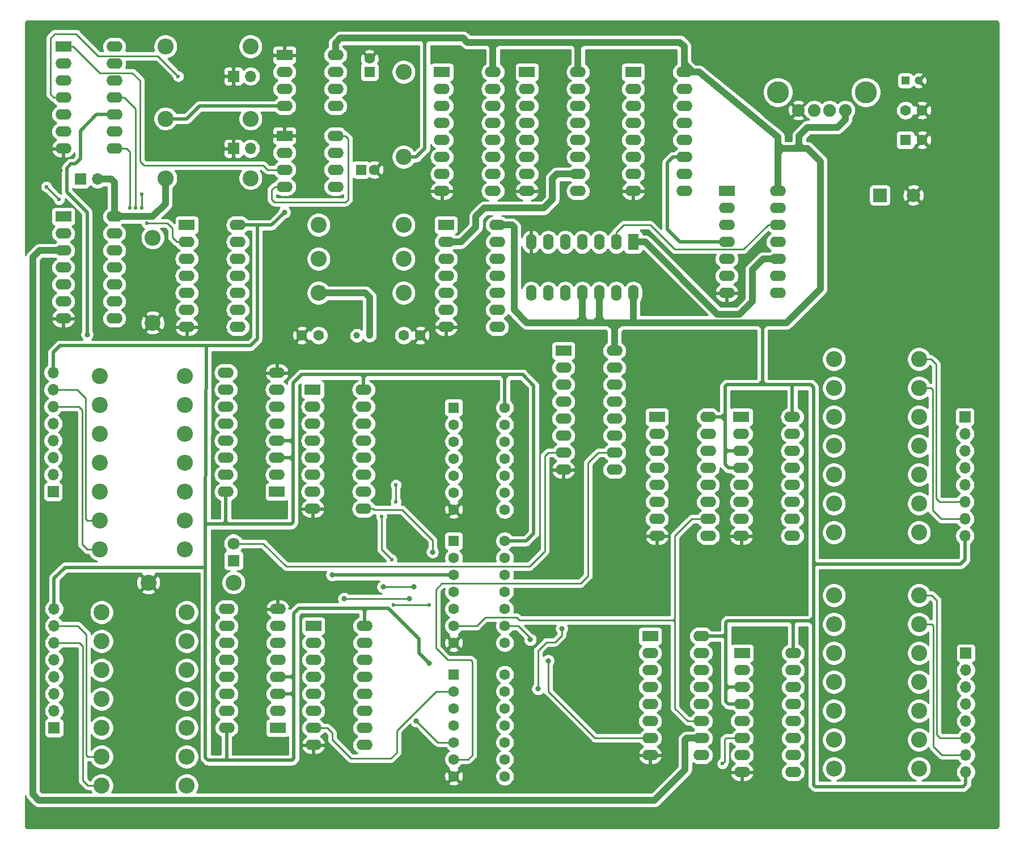
<source format=gbr>
G04 #@! TF.GenerationSoftware,KiCad,Pcbnew,(5.1.5)-3*
G04 #@! TF.CreationDate,2020-01-14T22:53:57-05:00*
G04 #@! TF.ProjectId,Digital Clock,44696769-7461-46c2-9043-6c6f636b2e6b,rev?*
G04 #@! TF.SameCoordinates,Original*
G04 #@! TF.FileFunction,Copper,L2,Bot*
G04 #@! TF.FilePolarity,Positive*
%FSLAX46Y46*%
G04 Gerber Fmt 4.6, Leading zero omitted, Abs format (unit mm)*
G04 Created by KiCad (PCBNEW (5.1.5)-3) date 2020-01-14 22:53:57*
%MOMM*%
%LPD*%
G04 APERTURE LIST*
%ADD10C,1.900000*%
%ADD11C,3.300000*%
%ADD12C,2.000000*%
%ADD13R,2.000000X2.000000*%
%ADD14C,1.200000*%
%ADD15R,1.200000X1.200000*%
%ADD16C,1.600000*%
%ADD17R,1.600000X1.600000*%
%ADD18O,1.700000X1.700000*%
%ADD19R,1.700000X1.700000*%
%ADD20O,2.400000X1.600000*%
%ADD21R,2.400000X1.600000*%
%ADD22C,1.000000*%
%ADD23O,1.600000X2.400000*%
%ADD24R,1.600000X2.400000*%
%ADD25O,2.400000X2.400000*%
%ADD26C,2.400000*%
%ADD27C,1.800000*%
%ADD28R,1.800000X1.800000*%
%ADD29C,0.800000*%
%ADD30C,0.600000*%
%ADD31C,0.500000*%
%ADD32C,1.000000*%
%ADD33C,0.250000*%
%ADD34C,0.508000*%
%ADD35C,0.254000*%
G04 APERTURE END LIST*
D10*
X141500000Y-55245000D03*
X143850000Y-55245000D03*
X146150000Y-55245000D03*
X148500000Y-55245000D03*
D11*
X138430000Y-52535000D03*
X151570000Y-52535000D03*
D12*
X158670000Y-67945000D03*
D13*
X153670000Y-67945000D03*
D14*
X159480000Y-50800000D03*
D15*
X157480000Y-50800000D03*
D16*
X159980000Y-59690000D03*
D17*
X157480000Y-59690000D03*
D16*
X159980000Y-55245000D03*
X157480000Y-55245000D03*
D18*
X30353000Y-129794000D03*
X30353000Y-132334000D03*
X30353000Y-134874000D03*
X30353000Y-137414000D03*
X30353000Y-139954000D03*
X30353000Y-142494000D03*
X30353000Y-145034000D03*
D19*
X30353000Y-147574000D03*
D18*
X166497000Y-154178000D03*
X166497000Y-151638000D03*
X166497000Y-149098000D03*
X166497000Y-146558000D03*
X166497000Y-144018000D03*
X166497000Y-141478000D03*
X166497000Y-138938000D03*
D19*
X166497000Y-136398000D03*
D18*
X166370000Y-118872000D03*
X166370000Y-116332000D03*
X166370000Y-113792000D03*
X166370000Y-111252000D03*
X166370000Y-108712000D03*
X166370000Y-106172000D03*
X166370000Y-103632000D03*
D19*
X166370000Y-101092000D03*
D18*
X30226000Y-94488000D03*
X30226000Y-97028000D03*
X30226000Y-99568000D03*
X30226000Y-102108000D03*
X30226000Y-104648000D03*
X30226000Y-107188000D03*
X30226000Y-109728000D03*
D19*
X30226000Y-112268000D03*
D18*
X36830000Y-65532000D03*
D19*
X34290000Y-65532000D03*
D18*
X59690000Y-50165000D03*
D19*
X57150000Y-50165000D03*
D18*
X59690000Y-60960000D03*
D19*
X57150000Y-60960000D03*
D20*
X39370000Y-45720000D03*
X31750000Y-60960000D03*
X39370000Y-48260000D03*
X31750000Y-58420000D03*
X39370000Y-50800000D03*
X31750000Y-55880000D03*
X39370000Y-53340000D03*
X31750000Y-53340000D03*
X39370000Y-55880000D03*
X31750000Y-50800000D03*
X39370000Y-58420000D03*
X31750000Y-48260000D03*
X39370000Y-60960000D03*
D21*
X31750000Y-45720000D03*
D20*
X39370000Y-71120000D03*
X31750000Y-86360000D03*
X39370000Y-73660000D03*
X31750000Y-83820000D03*
X39370000Y-76200000D03*
X31750000Y-81280000D03*
X39370000Y-78740000D03*
X31750000Y-78740000D03*
X39370000Y-81280000D03*
X31750000Y-76200000D03*
X39370000Y-83820000D03*
X31750000Y-73660000D03*
X39370000Y-86360000D03*
D21*
X31750000Y-71120000D03*
D20*
X57785000Y-72390000D03*
X50165000Y-87630000D03*
X57785000Y-74930000D03*
X50165000Y-85090000D03*
X57785000Y-77470000D03*
X50165000Y-82550000D03*
X57785000Y-80010000D03*
X50165000Y-80010000D03*
X57785000Y-82550000D03*
X50165000Y-77470000D03*
X57785000Y-85090000D03*
X50165000Y-74930000D03*
X57785000Y-87630000D03*
D21*
X50165000Y-72390000D03*
D22*
X77465000Y-88900000D03*
X75565000Y-88900000D03*
D20*
X124460000Y-49530000D03*
X116840000Y-67310000D03*
X124460000Y-52070000D03*
X116840000Y-64770000D03*
X124460000Y-54610000D03*
X116840000Y-62230000D03*
X124460000Y-57150000D03*
X116840000Y-59690000D03*
X124460000Y-59690000D03*
X116840000Y-57150000D03*
X124460000Y-62230000D03*
X116840000Y-54610000D03*
X124460000Y-64770000D03*
X116840000Y-52070000D03*
X124460000Y-67310000D03*
D21*
X116840000Y-49530000D03*
D20*
X140716000Y-136398000D03*
X133096000Y-154178000D03*
X140716000Y-138938000D03*
X133096000Y-151638000D03*
X140716000Y-141478000D03*
X133096000Y-149098000D03*
X140716000Y-144018000D03*
X133096000Y-146558000D03*
X140716000Y-146558000D03*
X133096000Y-144018000D03*
X140716000Y-149098000D03*
X133096000Y-141478000D03*
X140716000Y-151638000D03*
X133096000Y-138938000D03*
X140716000Y-154178000D03*
D21*
X133096000Y-136398000D03*
D20*
X140589000Y-101092000D03*
X132969000Y-118872000D03*
X140589000Y-103632000D03*
X132969000Y-116332000D03*
X140589000Y-106172000D03*
X132969000Y-113792000D03*
X140589000Y-108712000D03*
X132969000Y-111252000D03*
X140589000Y-111252000D03*
X132969000Y-108712000D03*
X140589000Y-113792000D03*
X132969000Y-106172000D03*
X140589000Y-116332000D03*
X132969000Y-103632000D03*
X140589000Y-118872000D03*
D21*
X132969000Y-101092000D03*
D20*
X56134000Y-147574000D03*
X63754000Y-129794000D03*
X56134000Y-145034000D03*
X63754000Y-132334000D03*
X56134000Y-142494000D03*
X63754000Y-134874000D03*
X56134000Y-139954000D03*
X63754000Y-137414000D03*
X56134000Y-137414000D03*
X63754000Y-139954000D03*
X56134000Y-134874000D03*
X63754000Y-142494000D03*
X56134000Y-132334000D03*
X63754000Y-145034000D03*
X56134000Y-129794000D03*
D21*
X63754000Y-147574000D03*
D20*
X56007000Y-112268000D03*
X63627000Y-94488000D03*
X56007000Y-109728000D03*
X63627000Y-97028000D03*
X56007000Y-107188000D03*
X63627000Y-99568000D03*
X56007000Y-104648000D03*
X63627000Y-102108000D03*
X56007000Y-102108000D03*
X63627000Y-104648000D03*
X56007000Y-99568000D03*
X63627000Y-107188000D03*
X56007000Y-97028000D03*
X63627000Y-109728000D03*
X56007000Y-94488000D03*
D21*
X63627000Y-112268000D03*
D20*
X76581000Y-97028000D03*
X68961000Y-114808000D03*
X76581000Y-99568000D03*
X68961000Y-112268000D03*
X76581000Y-102108000D03*
X68961000Y-109728000D03*
X76581000Y-104648000D03*
X68961000Y-107188000D03*
X76581000Y-107188000D03*
X68961000Y-104648000D03*
X76581000Y-109728000D03*
X68961000Y-102108000D03*
X76581000Y-112268000D03*
X68961000Y-99568000D03*
X76581000Y-114808000D03*
D21*
X68961000Y-97028000D03*
D20*
X76708000Y-132334000D03*
X69088000Y-150114000D03*
X76708000Y-134874000D03*
X69088000Y-147574000D03*
X76708000Y-137414000D03*
X69088000Y-145034000D03*
X76708000Y-139954000D03*
X69088000Y-142494000D03*
X76708000Y-142494000D03*
X69088000Y-139954000D03*
X76708000Y-145034000D03*
X69088000Y-137414000D03*
X76708000Y-147574000D03*
X69088000Y-134874000D03*
X76708000Y-150114000D03*
D21*
X69088000Y-132334000D03*
D20*
X114046000Y-91186000D03*
X106426000Y-108966000D03*
X114046000Y-93726000D03*
X106426000Y-106426000D03*
X114046000Y-96266000D03*
X106426000Y-103886000D03*
X114046000Y-98806000D03*
X106426000Y-101346000D03*
X114046000Y-101346000D03*
X106426000Y-98806000D03*
X114046000Y-103886000D03*
X106426000Y-96266000D03*
X114046000Y-106426000D03*
X106426000Y-93726000D03*
X114046000Y-108966000D03*
D21*
X106426000Y-91186000D03*
D16*
X97663000Y-139573000D03*
X97663000Y-142113000D03*
X97663000Y-144653000D03*
X97663000Y-147193000D03*
X97663000Y-149733000D03*
X97663000Y-152273000D03*
X97663000Y-154813000D03*
X90043000Y-154813000D03*
X90043000Y-152273000D03*
X90043000Y-149733000D03*
X90043000Y-147193000D03*
X90043000Y-144653000D03*
X90043000Y-142113000D03*
D17*
X90043000Y-139573000D03*
D16*
X97663000Y-119634000D03*
X97663000Y-122174000D03*
X97663000Y-124714000D03*
X97663000Y-127254000D03*
X97663000Y-129794000D03*
X97663000Y-132334000D03*
X97663000Y-134874000D03*
X90043000Y-134874000D03*
X90043000Y-132334000D03*
X90043000Y-129794000D03*
X90043000Y-127254000D03*
X90043000Y-124714000D03*
X90043000Y-122174000D03*
D17*
X90043000Y-119634000D03*
D16*
X97663000Y-99695000D03*
X97663000Y-102235000D03*
X97663000Y-104775000D03*
X97663000Y-107315000D03*
X97663000Y-109855000D03*
X97663000Y-112395000D03*
X97663000Y-114935000D03*
X90043000Y-114935000D03*
X90043000Y-112395000D03*
X90043000Y-109855000D03*
X90043000Y-107315000D03*
X90043000Y-104775000D03*
X90043000Y-102235000D03*
D17*
X90043000Y-99695000D03*
D20*
X128016000Y-101092000D03*
X120396000Y-118872000D03*
X128016000Y-103632000D03*
X120396000Y-116332000D03*
X128016000Y-106172000D03*
X120396000Y-113792000D03*
X128016000Y-108712000D03*
X120396000Y-111252000D03*
X128016000Y-111252000D03*
X120396000Y-108712000D03*
X128016000Y-113792000D03*
X120396000Y-106172000D03*
X128016000Y-116332000D03*
X120396000Y-103632000D03*
X128016000Y-118872000D03*
D21*
X120396000Y-101092000D03*
D20*
X127000000Y-133858000D03*
X119380000Y-151638000D03*
X127000000Y-136398000D03*
X119380000Y-149098000D03*
X127000000Y-138938000D03*
X119380000Y-146558000D03*
X127000000Y-141478000D03*
X119380000Y-144018000D03*
X127000000Y-144018000D03*
X119380000Y-141478000D03*
X127000000Y-146558000D03*
X119380000Y-138938000D03*
X127000000Y-149098000D03*
X119380000Y-136398000D03*
X127000000Y-151638000D03*
D21*
X119380000Y-133858000D03*
D20*
X72390000Y-46990000D03*
X64770000Y-54610000D03*
X72390000Y-49530000D03*
X64770000Y-52070000D03*
X72390000Y-52070000D03*
X64770000Y-49530000D03*
X72390000Y-54610000D03*
D21*
X64770000Y-46990000D03*
D20*
X72390000Y-59055000D03*
X64770000Y-66675000D03*
X72390000Y-61595000D03*
X64770000Y-64135000D03*
X72390000Y-64135000D03*
X64770000Y-61595000D03*
X72390000Y-66675000D03*
D21*
X64770000Y-59055000D03*
D23*
X116840000Y-82550000D03*
X101600000Y-74930000D03*
X114300000Y-82550000D03*
X104140000Y-74930000D03*
X111760000Y-82550000D03*
X106680000Y-74930000D03*
X109220000Y-82550000D03*
X109220000Y-74930000D03*
X106680000Y-82550000D03*
X111760000Y-74930000D03*
X104140000Y-82550000D03*
X114300000Y-74930000D03*
X101600000Y-82550000D03*
D24*
X116840000Y-74930000D03*
D20*
X95885000Y-49530000D03*
X88265000Y-67310000D03*
X95885000Y-52070000D03*
X88265000Y-64770000D03*
X95885000Y-54610000D03*
X88265000Y-62230000D03*
X95885000Y-57150000D03*
X88265000Y-59690000D03*
X95885000Y-59690000D03*
X88265000Y-57150000D03*
X95885000Y-62230000D03*
X88265000Y-54610000D03*
X95885000Y-64770000D03*
X88265000Y-52070000D03*
X95885000Y-67310000D03*
D21*
X88265000Y-49530000D03*
D20*
X108585000Y-49530000D03*
X100965000Y-67310000D03*
X108585000Y-52070000D03*
X100965000Y-64770000D03*
X108585000Y-54610000D03*
X100965000Y-62230000D03*
X108585000Y-57150000D03*
X100965000Y-59690000D03*
X108585000Y-59690000D03*
X100965000Y-57150000D03*
X108585000Y-62230000D03*
X100965000Y-54610000D03*
X108585000Y-64770000D03*
X100965000Y-52070000D03*
X108585000Y-67310000D03*
D21*
X100965000Y-49530000D03*
D20*
X138430000Y-67310000D03*
X130810000Y-82550000D03*
X138430000Y-69850000D03*
X130810000Y-80010000D03*
X138430000Y-72390000D03*
X130810000Y-77470000D03*
X138430000Y-74930000D03*
X130810000Y-74930000D03*
X138430000Y-77470000D03*
X130810000Y-72390000D03*
X138430000Y-80010000D03*
X130810000Y-69850000D03*
X138430000Y-82550000D03*
D21*
X130810000Y-67310000D03*
D20*
X96520000Y-72390000D03*
X88900000Y-87630000D03*
X96520000Y-74930000D03*
X88900000Y-85090000D03*
X96520000Y-77470000D03*
X88900000Y-82550000D03*
X96520000Y-80010000D03*
X88900000Y-80010000D03*
X96520000Y-82550000D03*
X88900000Y-77470000D03*
X96520000Y-85090000D03*
X88900000Y-74930000D03*
X96520000Y-87630000D03*
D21*
X88900000Y-72390000D03*
D25*
X146812000Y-132080000D03*
D26*
X159512000Y-132080000D03*
D25*
X146812000Y-127762000D03*
D26*
X159512000Y-127762000D03*
D25*
X146812000Y-153670000D03*
D26*
X159512000Y-153670000D03*
D25*
X146812000Y-149352000D03*
D26*
X159512000Y-149352000D03*
D25*
X146812000Y-145034000D03*
D26*
X159512000Y-145034000D03*
D25*
X146812000Y-140716000D03*
D26*
X159512000Y-140716000D03*
D25*
X146812000Y-136398000D03*
D26*
X159512000Y-136398000D03*
D25*
X146812000Y-96774000D03*
D26*
X159512000Y-96774000D03*
D25*
X146812000Y-92456000D03*
D26*
X159512000Y-92456000D03*
D25*
X146812000Y-118364000D03*
D26*
X159512000Y-118364000D03*
D25*
X146812000Y-114046000D03*
D26*
X159512000Y-114046000D03*
D25*
X146812000Y-109728000D03*
D26*
X159512000Y-109728000D03*
D25*
X146812000Y-105410000D03*
D26*
X159512000Y-105410000D03*
D25*
X146812000Y-101092000D03*
D26*
X159512000Y-101092000D03*
D25*
X50165000Y-151892000D03*
D26*
X37465000Y-151892000D03*
D25*
X50165000Y-156210000D03*
D26*
X37465000Y-156210000D03*
D25*
X50165000Y-130302000D03*
D26*
X37465000Y-130302000D03*
D25*
X50165000Y-134620000D03*
D26*
X37465000Y-134620000D03*
D25*
X50165000Y-138938000D03*
D26*
X37465000Y-138938000D03*
D25*
X50165000Y-143256000D03*
D26*
X37465000Y-143256000D03*
D25*
X50165000Y-147574000D03*
D26*
X37465000Y-147574000D03*
D25*
X49911000Y-116586000D03*
D26*
X37211000Y-116586000D03*
D25*
X49911000Y-120904000D03*
D26*
X37211000Y-120904000D03*
D25*
X49911000Y-94996000D03*
D26*
X37211000Y-94996000D03*
D25*
X57150000Y-125857000D03*
D26*
X44450000Y-125857000D03*
D25*
X49911000Y-99314000D03*
D26*
X37211000Y-99314000D03*
D25*
X49911000Y-103632000D03*
D26*
X37211000Y-103632000D03*
D25*
X49911000Y-107950000D03*
D26*
X37211000Y-107950000D03*
D25*
X49911000Y-112268000D03*
D26*
X37211000Y-112268000D03*
D25*
X45085000Y-74295000D03*
D26*
X45085000Y-86995000D03*
D25*
X82550000Y-49530000D03*
D26*
X82550000Y-62230000D03*
D25*
X59690000Y-56515000D03*
D26*
X46990000Y-56515000D03*
D25*
X46990000Y-45720000D03*
D26*
X59690000Y-45720000D03*
D25*
X46990000Y-65405000D03*
D26*
X59690000Y-65405000D03*
D25*
X69850000Y-82550000D03*
D26*
X82550000Y-82550000D03*
D25*
X69850000Y-77470000D03*
D26*
X82550000Y-77470000D03*
D25*
X82550000Y-72390000D03*
D26*
X69850000Y-72390000D03*
D27*
X57150000Y-120015000D03*
D28*
X57150000Y-122555000D03*
D16*
X78200000Y-64135000D03*
D17*
X76200000Y-64135000D03*
D16*
X77470000Y-47530000D03*
D17*
X77470000Y-49530000D03*
D16*
X85050000Y-88900000D03*
X82550000Y-88900000D03*
X67350000Y-88900000D03*
X69850000Y-88900000D03*
D29*
X64770000Y-70485000D03*
X86360000Y-137922000D03*
X31242000Y-64262000D03*
X49403000Y-60833000D03*
X100330000Y-113538000D03*
X106426000Y-112522000D03*
X113411000Y-113411000D03*
X62103000Y-65532000D03*
D30*
X43434000Y-67818000D03*
X43434000Y-69850000D03*
X44196000Y-72136000D03*
X41656000Y-69850000D03*
X31115000Y-68580000D03*
X29210000Y-66675000D03*
X42545000Y-69850000D03*
D29*
X35306000Y-88773000D03*
X71882000Y-124714000D03*
D30*
X48895000Y-50165000D03*
D29*
X104140000Y-137541000D03*
D30*
X130175000Y-152908000D03*
X81407000Y-111252000D03*
X81407000Y-113792000D03*
X79248000Y-115951000D03*
X80772000Y-122428000D03*
X81026000Y-129159000D03*
X86360000Y-129159000D03*
D29*
X84074000Y-126492000D03*
X79502000Y-126492000D03*
X84455000Y-146558000D03*
X86868000Y-121285000D03*
X102616000Y-141732000D03*
X106172000Y-132715000D03*
X73660000Y-128270000D03*
X83439000Y-128270000D03*
X101473000Y-134366000D03*
D31*
X130556000Y-108204000D02*
X131064000Y-108712000D01*
X130556000Y-106553000D02*
X130556000Y-108204000D01*
X131064000Y-108712000D02*
X132969000Y-108712000D01*
X140589000Y-96266000D02*
X140589000Y-101092000D01*
X143383000Y-96266000D02*
X140589000Y-96266000D01*
X130810000Y-96266000D02*
X130556000Y-96520000D01*
X141859000Y-131572000D02*
X141097000Y-131572000D01*
X143764000Y-131572000D02*
X143764000Y-131064000D01*
X143764000Y-96647000D02*
X143383000Y-96266000D01*
X130556000Y-106172000D02*
X130556000Y-106553000D01*
X132969000Y-106172000D02*
X130937000Y-106172000D01*
X130937000Y-106172000D02*
X130556000Y-105791000D01*
X130556000Y-105791000D02*
X130556000Y-106172000D01*
X130937000Y-106172000D02*
X130556000Y-106553000D01*
X130937000Y-106172000D02*
X130556000Y-106172000D01*
X131396000Y-144018000D02*
X133096000Y-144018000D01*
X130683000Y-141859000D02*
X130683000Y-143637000D01*
X131064000Y-144018000D02*
X131396000Y-144018000D01*
X131064000Y-144018000D02*
X130683000Y-143637000D01*
X143764000Y-131572000D02*
X143510000Y-131572000D01*
X140716000Y-131572000D02*
X140208000Y-131572000D01*
X140335000Y-131572000D02*
X140716000Y-131953000D01*
X140208000Y-131572000D02*
X140335000Y-131572000D01*
X140208000Y-131572000D02*
X130937000Y-131572000D01*
X131064000Y-141478000D02*
X130683000Y-141097000D01*
X130683000Y-141097000D02*
X130683000Y-141478000D01*
X130683000Y-141478000D02*
X130683000Y-141859000D01*
X131064000Y-141478000D02*
X130683000Y-141859000D01*
X133096000Y-141478000D02*
X131064000Y-141478000D01*
X131064000Y-141478000D02*
X130683000Y-141478000D01*
X130937000Y-131572000D02*
X130683000Y-131826000D01*
X140716000Y-131953000D02*
X140716000Y-136398000D01*
X141097000Y-131572000D02*
X140716000Y-131953000D01*
X141097000Y-131572000D02*
X140716000Y-131572000D01*
X140716000Y-131572000D02*
X140716000Y-131953000D01*
X65786000Y-142494000D02*
X66167000Y-142875000D01*
X66167000Y-142875000D02*
X66167000Y-142494000D01*
X66167000Y-142494000D02*
X66167000Y-142113000D01*
X65786000Y-142494000D02*
X66167000Y-142113000D01*
X63754000Y-142494000D02*
X65786000Y-142494000D01*
X65786000Y-142494000D02*
X66167000Y-142494000D01*
D32*
X123825000Y-45085000D02*
X124460000Y-45720000D01*
X95885000Y-49530000D02*
X95885000Y-46355000D01*
X107950000Y-45085000D02*
X108585000Y-45720000D01*
X107315000Y-45085000D02*
X107950000Y-45085000D01*
X107315000Y-45085000D02*
X108585000Y-45085000D01*
X108585000Y-45085000D02*
X108585000Y-45720000D01*
X108585000Y-45720000D02*
X108585000Y-49530000D01*
X108585000Y-45720000D02*
X109220000Y-45085000D01*
X108585000Y-45085000D02*
X109220000Y-45085000D01*
X109220000Y-45085000D02*
X123825000Y-45085000D01*
X98720000Y-72390000D02*
X99060000Y-72730000D01*
X96520000Y-72390000D02*
X98720000Y-72390000D01*
X99060000Y-72730000D02*
X99060000Y-85090000D01*
X99060000Y-85090000D02*
X100965000Y-86995000D01*
X108585000Y-86995000D02*
X109220000Y-86360000D01*
X107950000Y-86995000D02*
X108585000Y-86995000D01*
X107950000Y-86995000D02*
X109220000Y-86995000D01*
X109220000Y-86360000D02*
X109220000Y-82550000D01*
X109220000Y-86995000D02*
X109220000Y-86360000D01*
X109220000Y-86360000D02*
X109855000Y-86995000D01*
X109220000Y-86995000D02*
X109855000Y-86995000D01*
X111760000Y-86360000D02*
X111760000Y-82550000D01*
X111760000Y-86995000D02*
X111760000Y-86360000D01*
X111125000Y-86995000D02*
X111760000Y-86360000D01*
X109855000Y-86995000D02*
X111125000Y-86995000D01*
X111125000Y-86995000D02*
X111760000Y-86995000D01*
X112395000Y-86995000D02*
X111760000Y-86360000D01*
X111760000Y-86995000D02*
X112395000Y-86995000D01*
X124460000Y-48260000D02*
X125730000Y-49530000D01*
X124460000Y-49530000D02*
X125730000Y-49530000D01*
X124460000Y-45720000D02*
X124460000Y-48260000D01*
X124460000Y-48260000D02*
X124460000Y-49530000D01*
X116840000Y-86995000D02*
X116840000Y-82550000D01*
X139700000Y-86995000D02*
X144780000Y-81915000D01*
X138430000Y-65510000D02*
X138430000Y-67310000D01*
X125730000Y-49530000D02*
X126660000Y-49530000D01*
X126660000Y-49530000D02*
X138417300Y-59220100D01*
X144780000Y-81915000D02*
X144780000Y-62865000D01*
X144780000Y-62865000D02*
X142875000Y-60960000D01*
X138434602Y-60329602D02*
X139065000Y-60960000D01*
X138425398Y-60329602D02*
X138430000Y-60960000D01*
X138425398Y-60329602D02*
X138434602Y-60329602D01*
X138417300Y-59220100D02*
X138425398Y-60329602D01*
X139065000Y-60960000D02*
X138430000Y-60960000D01*
X138430000Y-62230000D02*
X138430000Y-61595000D01*
X138430000Y-60960000D02*
X138430000Y-62230000D01*
X138430000Y-61595000D02*
X139065000Y-60960000D01*
X138430000Y-62230000D02*
X138430000Y-65510000D01*
D33*
X74295000Y-59510000D02*
X73840000Y-59055000D01*
X73914000Y-68961000D02*
X74295000Y-68580000D01*
X74295000Y-68580000D02*
X74295000Y-59510000D01*
X64770000Y-66675000D02*
X63320000Y-66675000D01*
X63246000Y-68961000D02*
X73914000Y-68961000D01*
X73840000Y-59055000D02*
X72390000Y-59055000D01*
X62865000Y-68580000D02*
X63246000Y-68961000D01*
X63320000Y-66675000D02*
X62865000Y-67130000D01*
X62865000Y-67130000D02*
X62865000Y-68580000D01*
D31*
X52070000Y-54610000D02*
X50165000Y-56515000D01*
X64770000Y-54610000D02*
X52070000Y-54610000D01*
X50165000Y-56515000D02*
X46990000Y-56515000D01*
D32*
X39370000Y-71120000D02*
X45085000Y-71120000D01*
X45085000Y-71120000D02*
X46990000Y-69215000D01*
X46990000Y-69215000D02*
X46990000Y-65405000D01*
X72390000Y-45190000D02*
X73130000Y-44450000D01*
X72390000Y-46990000D02*
X72390000Y-45190000D01*
X91440000Y-44450000D02*
X92075000Y-45085000D01*
D34*
X85725000Y-60960000D02*
X85725000Y-46355000D01*
X82550000Y-62230000D02*
X84455000Y-62230000D01*
X84455000Y-62230000D02*
X85725000Y-60960000D01*
D31*
X85090000Y-44450000D02*
X85725000Y-45085000D01*
D34*
X85725000Y-45085000D02*
X85725000Y-44450000D01*
X85725000Y-46355000D02*
X85725000Y-45085000D01*
D32*
X73130000Y-44450000D02*
X85090000Y-44450000D01*
D31*
X85725000Y-45085000D02*
X86360000Y-44450000D01*
D32*
X85090000Y-44450000D02*
X86360000Y-44450000D01*
X86360000Y-44450000D02*
X91440000Y-44450000D01*
X95250000Y-45085000D02*
X95885000Y-45720000D01*
X95885000Y-45720000D02*
X95885000Y-45085000D01*
X95885000Y-46355000D02*
X95885000Y-45720000D01*
X92075000Y-45085000D02*
X95250000Y-45085000D01*
X95250000Y-45085000D02*
X95885000Y-45085000D01*
X95885000Y-45720000D02*
X96520000Y-45085000D01*
X95885000Y-45085000D02*
X96520000Y-45085000D01*
X96520000Y-45085000D02*
X107315000Y-45085000D01*
X36830000Y-65532000D02*
X38862000Y-65532000D01*
X39370000Y-66040000D02*
X39370000Y-71120000D01*
X38862000Y-65532000D02*
X39370000Y-66040000D01*
D31*
X62865000Y-72390000D02*
X64770000Y-70485000D01*
D32*
X102870000Y-86995000D02*
X103505000Y-86995000D01*
X100965000Y-86995000D02*
X102870000Y-86995000D01*
X103505000Y-86995000D02*
X104140000Y-86995000D01*
X104140000Y-86995000D02*
X107950000Y-86995000D01*
X113665000Y-86995000D02*
X114300000Y-86995000D01*
X114300000Y-86995000D02*
X114935000Y-86995000D01*
X114935000Y-86995000D02*
X116840000Y-86995000D01*
X116840000Y-86995000D02*
X127635000Y-86995000D01*
X127635000Y-86995000D02*
X128270000Y-86995000D01*
X128270000Y-86995000D02*
X128905000Y-86995000D01*
D31*
X57785000Y-72390000D02*
X60706000Y-72390000D01*
X60706000Y-72390000D02*
X60706000Y-89408000D01*
X60706000Y-72390000D02*
X62865000Y-72390000D01*
X60706000Y-89408000D02*
X59690000Y-90424000D01*
X30226000Y-91440000D02*
X30226000Y-94488000D01*
X31242000Y-90424000D02*
X30226000Y-91440000D01*
X59690000Y-90424000D02*
X53086000Y-90424000D01*
X53086000Y-90424000D02*
X31242000Y-90424000D01*
X65786000Y-117094000D02*
X66040000Y-116840000D01*
X55626000Y-117094000D02*
X56007000Y-116713000D01*
X56007000Y-117094000D02*
X56007000Y-116713000D01*
X56007000Y-116713000D02*
X56007000Y-112268000D01*
X55626000Y-117094000D02*
X56007000Y-117094000D01*
X56007000Y-117094000D02*
X56515000Y-117094000D01*
X56388000Y-117094000D02*
X56007000Y-116713000D01*
X56515000Y-117094000D02*
X56388000Y-117094000D01*
X56515000Y-117094000D02*
X65786000Y-117094000D01*
X65659000Y-107188000D02*
X66040000Y-106807000D01*
X63627000Y-107188000D02*
X65659000Y-107188000D01*
X66040000Y-107188000D02*
X66040000Y-106807000D01*
X65659000Y-107188000D02*
X66040000Y-107188000D01*
X65659000Y-107188000D02*
X66040000Y-107569000D01*
X66040000Y-116840000D02*
X66040000Y-107569000D01*
X66040000Y-107569000D02*
X66040000Y-107188000D01*
X65327000Y-104648000D02*
X63627000Y-104648000D01*
X66040000Y-96012000D02*
X67310000Y-94742000D01*
X65659000Y-104648000D02*
X66040000Y-105029000D01*
X66040000Y-105029000D02*
X66040000Y-104648000D01*
X66040000Y-106807000D02*
X66040000Y-105029000D01*
X66040000Y-104648000D02*
X65659000Y-104648000D01*
X65659000Y-104648000D02*
X65327000Y-104648000D01*
X65659000Y-104648000D02*
X66040000Y-104267000D01*
X66040000Y-104648000D02*
X66040000Y-104267000D01*
X66040000Y-104267000D02*
X66040000Y-96012000D01*
X66167000Y-142113000D02*
X66167000Y-140462000D01*
X54864000Y-117094000D02*
X55626000Y-117094000D01*
X65913000Y-152400000D02*
X66167000Y-152146000D01*
X52959000Y-152019000D02*
X53340000Y-152400000D01*
X66167000Y-152146000D02*
X66167000Y-142875000D01*
X56134000Y-152400000D02*
X56134000Y-147574000D01*
X53340000Y-152400000D02*
X56134000Y-152400000D01*
X56134000Y-152400000D02*
X65913000Y-152400000D01*
X52961407Y-116588407D02*
X52961407Y-116842407D01*
X52961407Y-116588407D02*
X52959000Y-117094000D01*
X52961407Y-116842407D02*
X53213000Y-117094000D01*
X53086000Y-90424000D02*
X52961407Y-116588407D01*
X53213000Y-117094000D02*
X54864000Y-117094000D01*
X52959000Y-117094000D02*
X53213000Y-117094000D01*
X52959000Y-117348000D02*
X53213000Y-117094000D01*
X52959000Y-117602000D02*
X52959000Y-117348000D01*
X52959000Y-117094000D02*
X52959000Y-117602000D01*
X143764000Y-156083000D02*
X144018000Y-156337000D01*
X144018000Y-156337000D02*
X166116000Y-156337000D01*
X166497000Y-155956000D02*
X166497000Y-154178000D01*
X166116000Y-156337000D02*
X166497000Y-155956000D01*
X143256000Y-131572000D02*
X143764000Y-131064000D01*
X143510000Y-131572000D02*
X143256000Y-131572000D01*
X143256000Y-131572000D02*
X141859000Y-131572000D01*
X143256000Y-131572000D02*
X143764000Y-132080000D01*
X143764000Y-131572000D02*
X143764000Y-132080000D01*
X143764000Y-132080000D02*
X143764000Y-156083000D01*
X166370000Y-122428000D02*
X166370000Y-118872000D01*
X165735000Y-123063000D02*
X166370000Y-122428000D01*
X143764000Y-122682000D02*
X144145000Y-123063000D01*
X144145000Y-123063000D02*
X165735000Y-123063000D01*
X143764000Y-123063000D02*
X144145000Y-123063000D01*
X143764000Y-123063000D02*
X143764000Y-122682000D01*
X143764000Y-122682000D02*
X143764000Y-96647000D01*
X143764000Y-123444000D02*
X144145000Y-123063000D01*
X143764000Y-123571000D02*
X143764000Y-123444000D01*
X143764000Y-131064000D02*
X143764000Y-123571000D01*
X143764000Y-123571000D02*
X143764000Y-123063000D01*
X127000000Y-133858000D02*
X128700000Y-133858000D01*
X130302000Y-133858000D02*
X130683000Y-133477000D01*
X130175000Y-133858000D02*
X130683000Y-133858000D01*
X128700000Y-133858000D02*
X130175000Y-133858000D01*
X130683000Y-133477000D02*
X130683000Y-133858000D01*
X130683000Y-131826000D02*
X130683000Y-133477000D01*
X130175000Y-133858000D02*
X130302000Y-133858000D01*
X130683000Y-133858000D02*
X130683000Y-134239000D01*
X130302000Y-133858000D02*
X130683000Y-134239000D01*
X130683000Y-134239000D02*
X130683000Y-141097000D01*
D32*
X114046000Y-87249000D02*
X114300000Y-86995000D01*
X113220500Y-86995000D02*
X114046000Y-87820500D01*
X113157000Y-86995000D02*
X113220500Y-86995000D01*
X113157000Y-86995000D02*
X113665000Y-86995000D01*
X114046000Y-91186000D02*
X114046000Y-87820500D01*
X114046000Y-87820500D02*
X114046000Y-87249000D01*
X112395000Y-86995000D02*
X113157000Y-86995000D01*
X114109500Y-87820500D02*
X114935000Y-86995000D01*
X114046000Y-87820500D02*
X114109500Y-87820500D01*
D31*
X66167000Y-130429000D02*
X66929000Y-129667000D01*
X66929000Y-129667000D02*
X76073000Y-129667000D01*
X63754000Y-139954000D02*
X65454000Y-139954000D01*
X66167000Y-140462000D02*
X66167000Y-139954000D01*
X66167000Y-140335000D02*
X65786000Y-139954000D01*
X66167000Y-140462000D02*
X66167000Y-140335000D01*
X65454000Y-139954000D02*
X65786000Y-139954000D01*
X65786000Y-139954000D02*
X66167000Y-139954000D01*
X66167000Y-139954000D02*
X66167000Y-139573000D01*
X66167000Y-139573000D02*
X65786000Y-139954000D01*
X66167000Y-139573000D02*
X66167000Y-130429000D01*
X52959000Y-117602000D02*
X52959000Y-123571000D01*
X52959000Y-123571000D02*
X52959000Y-152019000D01*
X30353000Y-125222000D02*
X30353000Y-129794000D01*
X52959000Y-123571000D02*
X32004000Y-123571000D01*
X32004000Y-123571000D02*
X30353000Y-125222000D01*
X136144000Y-87122000D02*
X136017000Y-86995000D01*
X135382000Y-86995000D02*
X136144000Y-87757000D01*
X136144000Y-87757000D02*
X136144000Y-87122000D01*
D32*
X128905000Y-86995000D02*
X135382000Y-86995000D01*
X135382000Y-86995000D02*
X136017000Y-86995000D01*
D31*
X136652000Y-86995000D02*
X136652000Y-87249000D01*
D32*
X136017000Y-86995000D02*
X136652000Y-86995000D01*
D31*
X136652000Y-87249000D02*
X136144000Y-87757000D01*
D32*
X136652000Y-86995000D02*
X139700000Y-86995000D01*
D31*
X136525000Y-96266000D02*
X136525000Y-96139000D01*
X136525000Y-96266000D02*
X136144000Y-96266000D01*
X136144000Y-95758000D02*
X136144000Y-87757000D01*
X136525000Y-96139000D02*
X136144000Y-95758000D01*
X140589000Y-96266000D02*
X136525000Y-96266000D01*
X135763000Y-96139000D02*
X136017000Y-95885000D01*
X135763000Y-96266000D02*
X135763000Y-96139000D01*
X136144000Y-96266000D02*
X136017000Y-95885000D01*
X136144000Y-96266000D02*
X135763000Y-96266000D01*
X135763000Y-96266000D02*
X130810000Y-96266000D01*
X136017000Y-95885000D02*
X136144000Y-95758000D01*
X96901000Y-94742000D02*
X94234000Y-94742000D01*
X76581000Y-97028000D02*
X76581000Y-95728000D01*
X76581000Y-94742000D02*
X76327000Y-94742000D01*
X76581000Y-95728000D02*
X76581000Y-95250000D01*
X76581000Y-95250000D02*
X76581000Y-94742000D01*
X76581000Y-95250000D02*
X76581000Y-95123000D01*
X94234000Y-94742000D02*
X76962000Y-94742000D01*
X76581000Y-95123000D02*
X76962000Y-94742000D01*
X76962000Y-94742000D02*
X76581000Y-94742000D01*
X76200000Y-94742000D02*
X76581000Y-95123000D01*
X67310000Y-94742000D02*
X76073000Y-94742000D01*
X76073000Y-94742000D02*
X76200000Y-94742000D01*
X76073000Y-94742000D02*
X76327000Y-94742000D01*
X130556000Y-100711000D02*
X130556000Y-101092000D01*
X130556000Y-101092000D02*
X130048000Y-101092000D01*
X130048000Y-101092000D02*
X128016000Y-101092000D01*
X130556000Y-96520000D02*
X130556000Y-100711000D01*
X130429000Y-100711000D02*
X130048000Y-101092000D01*
X130556000Y-100711000D02*
X130429000Y-100711000D01*
X130429000Y-101473000D02*
X130048000Y-101092000D01*
X130556000Y-101473000D02*
X130429000Y-101473000D01*
X130556000Y-101092000D02*
X130556000Y-101473000D01*
X130556000Y-101473000D02*
X130556000Y-105791000D01*
X80264000Y-129667000D02*
X84074000Y-133477000D01*
X84074000Y-133477000D02*
X84836000Y-134239000D01*
X84836000Y-134239000D02*
X84836000Y-136398000D01*
X84836000Y-136398000D02*
X86360000Y-137922000D01*
X76708000Y-132334000D02*
X76708000Y-131034000D01*
X76708000Y-130048000D02*
X76708000Y-129667000D01*
X77089000Y-129667000D02*
X76708000Y-130048000D01*
X76708000Y-129667000D02*
X77089000Y-129667000D01*
X76708000Y-131034000D02*
X76708000Y-130048000D01*
X77089000Y-129667000D02*
X80264000Y-129667000D01*
X76073000Y-129667000D02*
X76327000Y-129667000D01*
X76327000Y-129667000D02*
X76708000Y-130048000D01*
X76327000Y-129667000D02*
X76708000Y-129667000D01*
X101981000Y-96393000D02*
X100330000Y-94742000D01*
X101981000Y-118491000D02*
X101981000Y-96393000D01*
X97663000Y-119634000D02*
X100838000Y-119634000D01*
X100838000Y-119634000D02*
X101981000Y-118491000D01*
X97663000Y-99695000D02*
X97663000Y-98563630D01*
X98171000Y-94742000D02*
X97663000Y-95250000D01*
X97663000Y-98563630D02*
X97663000Y-95250000D01*
X97663000Y-95250000D02*
X97663000Y-94742000D01*
X100330000Y-94742000D02*
X98171000Y-94742000D01*
X98171000Y-94742000D02*
X97663000Y-94742000D01*
X97282000Y-94869000D02*
X97663000Y-95250000D01*
X97282000Y-94742000D02*
X97282000Y-94869000D01*
X97663000Y-94742000D02*
X97282000Y-94742000D01*
X97282000Y-94742000D02*
X96901000Y-94742000D01*
D32*
X141605000Y-59055000D02*
X142875000Y-57785000D01*
X142875000Y-57785000D02*
X147320000Y-57785000D01*
X148500000Y-56605000D02*
X148500000Y-55245000D01*
X147320000Y-57785000D02*
X148500000Y-56605000D01*
X141097000Y-60960000D02*
X141605000Y-60452000D01*
X140716000Y-60960000D02*
X141097000Y-60960000D01*
X140716000Y-60960000D02*
X139065000Y-60960000D01*
X141605000Y-60960000D02*
X140716000Y-60960000D01*
X141605000Y-60960000D02*
X141605000Y-60452000D01*
X141605000Y-60452000D02*
X141605000Y-59055000D01*
X142113000Y-60960000D02*
X141605000Y-60452000D01*
X142367000Y-60960000D02*
X142113000Y-60960000D01*
X142875000Y-60960000D02*
X142367000Y-60960000D01*
X142367000Y-60960000D02*
X141605000Y-60960000D01*
X76835000Y-82550000D02*
X69850000Y-82550000D01*
X77465000Y-83180000D02*
X76835000Y-82550000D01*
X77465000Y-88900000D02*
X77465000Y-83180000D01*
D33*
X61595000Y-120015000D02*
X57150000Y-120015000D01*
X104140000Y-106426000D02*
X103632000Y-106934000D01*
X65024000Y-123444000D02*
X61595000Y-120015000D01*
X103632000Y-106934000D02*
X103632000Y-121158000D01*
X106426000Y-106426000D02*
X104140000Y-106426000D01*
X103632000Y-121158000D02*
X101346000Y-123444000D01*
X101346000Y-123444000D02*
X65024000Y-123444000D01*
D32*
X91100000Y-74930000D02*
X93345000Y-72685000D01*
X88900000Y-74930000D02*
X91100000Y-74930000D01*
X93345000Y-72685000D02*
X93345000Y-71120000D01*
X93345000Y-71120000D02*
X94615000Y-69850000D01*
X94615000Y-69850000D02*
X103505000Y-69850000D01*
X103505000Y-69850000D02*
X104775000Y-68580000D01*
X104775000Y-68580000D02*
X104775000Y-65405000D01*
X105410000Y-64770000D02*
X108585000Y-64770000D01*
X104775000Y-65405000D02*
X105410000Y-64770000D01*
D33*
X115390000Y-72390000D02*
X114300000Y-73480000D01*
X114300000Y-73480000D02*
X114300000Y-74930000D01*
X138430000Y-72390000D02*
X136980000Y-72390000D01*
X136980000Y-72390000D02*
X133314990Y-76055010D01*
X133314990Y-76055010D02*
X123045010Y-76055010D01*
X123045010Y-76055010D02*
X119380000Y-72390000D01*
X119380000Y-72390000D02*
X115390000Y-72390000D01*
D31*
X122760000Y-62230000D02*
X121920000Y-63070000D01*
X124460000Y-62230000D02*
X122760000Y-62230000D01*
X121920000Y-63070000D02*
X121920000Y-73025000D01*
X123825000Y-74930000D02*
X130810000Y-74930000D01*
X121920000Y-73025000D02*
X123825000Y-74930000D01*
D32*
X118640000Y-74930000D02*
X129435000Y-85725000D01*
X116840000Y-74930000D02*
X118640000Y-74930000D01*
X129435000Y-85725000D02*
X132715000Y-85725000D01*
X132715000Y-85725000D02*
X134620000Y-83820000D01*
X136230000Y-77470000D02*
X138430000Y-77470000D01*
X134620000Y-79080000D02*
X136230000Y-77470000D01*
X134620000Y-83820000D02*
X134620000Y-79080000D01*
D33*
X43434000Y-67818000D02*
X43434000Y-69850000D01*
X44196000Y-72136000D02*
X47244000Y-72136000D01*
X47244000Y-72136000D02*
X48006000Y-72898000D01*
X48715000Y-74930000D02*
X50165000Y-74930000D01*
X48006000Y-74221000D02*
X48715000Y-74930000D01*
X48006000Y-72898000D02*
X48006000Y-74221000D01*
X41148000Y-60960000D02*
X39370000Y-60960000D01*
X41656000Y-69850000D02*
X41656000Y-61468000D01*
X41656000Y-61468000D02*
X41148000Y-60960000D01*
X29210000Y-66675000D02*
X30480000Y-67945000D01*
X30480000Y-67945000D02*
X31115000Y-68580000D01*
D32*
X124800000Y-149098000D02*
X124587000Y-149311000D01*
X127000000Y-149098000D02*
X124800000Y-149098000D01*
X124587000Y-149311000D02*
X124587000Y-153797000D01*
X124587000Y-153797000D02*
X120015000Y-158369000D01*
X120015000Y-158369000D02*
X28067000Y-158369000D01*
X28067000Y-158369000D02*
X27178000Y-157480000D01*
X27178000Y-157480000D02*
X27178000Y-77216000D01*
X28194000Y-76200000D02*
X31750000Y-76200000D01*
X27178000Y-77216000D02*
X28194000Y-76200000D01*
D33*
X40820000Y-53340000D02*
X39370000Y-53340000D01*
X42545000Y-69850000D02*
X42545000Y-55065000D01*
X42545000Y-55065000D02*
X40820000Y-53340000D01*
D31*
X39370000Y-55880000D02*
X37670000Y-55880000D01*
X37670000Y-55880000D02*
X36703000Y-55880000D01*
X36703000Y-55880000D02*
X34290000Y-58293000D01*
X34290000Y-58293000D02*
X34290000Y-62484000D01*
X34290000Y-62484000D02*
X33528000Y-63246000D01*
X33528000Y-63246000D02*
X32893000Y-63246000D01*
X32893000Y-63246000D02*
X32258000Y-63881000D01*
X32258000Y-63881000D02*
X32258000Y-67437000D01*
X32258000Y-67437000D02*
X35306000Y-70485000D01*
X35306000Y-70485000D02*
X35306000Y-88773000D01*
X86106000Y-124714000D02*
X90043000Y-124714000D01*
X71882000Y-124714000D02*
X86106000Y-124714000D01*
D33*
X30300000Y-53340000D02*
X31750000Y-53340000D01*
X29845000Y-52885000D02*
X30300000Y-53340000D01*
X48895000Y-50165000D02*
X45864990Y-47134990D01*
X45864990Y-47134990D02*
X36974990Y-47134990D01*
X36974990Y-47134990D02*
X33655000Y-43815000D01*
X29845000Y-44450000D02*
X29845000Y-52885000D01*
X33655000Y-43815000D02*
X30480000Y-43815000D01*
X30480000Y-43815000D02*
X29845000Y-44450000D01*
X42054990Y-49674990D02*
X43180000Y-50800000D01*
X43180000Y-50800000D02*
X43180000Y-62865000D01*
X31750000Y-45720000D02*
X33200000Y-45720000D01*
X33200000Y-45720000D02*
X37154990Y-49674990D01*
X43815000Y-63500000D02*
X61595000Y-63500000D01*
X37154990Y-49674990D02*
X42054990Y-49674990D01*
X61595000Y-63500000D02*
X62230000Y-64135000D01*
X43180000Y-62865000D02*
X43815000Y-63500000D01*
X62230000Y-64135000D02*
X64770000Y-64135000D01*
X111125000Y-149098000D02*
X119380000Y-149098000D01*
X104140000Y-137541000D02*
X104140000Y-142113000D01*
X104140000Y-142113000D02*
X111125000Y-149098000D01*
X130474999Y-152608001D02*
X130474999Y-149306001D01*
X130175000Y-152908000D02*
X130474999Y-152608001D01*
X130683000Y-149098000D02*
X133096000Y-149098000D01*
X130474999Y-149306001D02*
X130683000Y-149098000D01*
X93472000Y-132334000D02*
X90043000Y-132334000D01*
X94742000Y-131064000D02*
X93472000Y-132334000D01*
X99441000Y-131064000D02*
X94742000Y-131064000D01*
X127000000Y-146558000D02*
X124968000Y-146558000D01*
X124968000Y-146558000D02*
X123063000Y-144653000D01*
X99822000Y-131445000D02*
X99441000Y-131064000D01*
X125603000Y-116332000D02*
X128016000Y-116332000D01*
X123063000Y-118872000D02*
X125603000Y-116332000D01*
X123063000Y-131699000D02*
X122809000Y-131445000D01*
X122809000Y-131445000D02*
X99822000Y-131445000D01*
X123063000Y-131445000D02*
X122809000Y-131445000D01*
X123063000Y-144653000D02*
X123063000Y-131699000D01*
X123063000Y-131699000D02*
X123063000Y-131445000D01*
X123063000Y-131191000D02*
X122809000Y-131445000D01*
X123063000Y-131445000D02*
X123063000Y-131191000D01*
X123063000Y-131191000D02*
X123063000Y-118872000D01*
X81407000Y-111252000D02*
X81407000Y-113792000D01*
X79248000Y-115951000D02*
X79248000Y-118491000D01*
X79248000Y-118491000D02*
X79248000Y-118999000D01*
X79248000Y-118999000D02*
X79248000Y-120904000D01*
X79248000Y-120904000D02*
X80772000Y-122428000D01*
X81026000Y-129159000D02*
X86360000Y-129159000D01*
X84074000Y-126492000D02*
X80137000Y-126492000D01*
X80137000Y-126492000D02*
X79502000Y-126492000D01*
X87630000Y-149733000D02*
X90043000Y-149733000D01*
X84455000Y-146558000D02*
X87630000Y-149733000D01*
X78031000Y-114808000D02*
X78158000Y-114935000D01*
X76581000Y-114808000D02*
X78031000Y-114808000D01*
X78158000Y-114935000D02*
X82296000Y-114935000D01*
X82296000Y-114935000D02*
X86868000Y-119507000D01*
X86868000Y-119507000D02*
X86868000Y-120777000D01*
X86868000Y-120777000D02*
X86868000Y-121285000D01*
X102616000Y-141732000D02*
X102616000Y-141166315D01*
X102616000Y-141166315D02*
X102616000Y-136017000D01*
X102616000Y-136017000D02*
X103886000Y-134747000D01*
X103886000Y-134747000D02*
X105156000Y-134747000D01*
X105156000Y-134747000D02*
X106172000Y-133731000D01*
X106172000Y-133731000D02*
X106172000Y-132715000D01*
X73660000Y-128270000D02*
X83439000Y-128270000D01*
X71120000Y-147574000D02*
X69088000Y-147574000D01*
X71882000Y-148336000D02*
X71120000Y-147574000D01*
X71882000Y-149352000D02*
X71882000Y-148336000D01*
X87376000Y-142113000D02*
X81534000Y-147955000D01*
X81534000Y-147955000D02*
X81534000Y-151257000D01*
X74676000Y-152146000D02*
X71882000Y-149352000D01*
X90043000Y-142113000D02*
X87376000Y-142113000D01*
X81534000Y-151257000D02*
X80645000Y-152146000D01*
X80645000Y-152146000D02*
X74676000Y-152146000D01*
X97663000Y-132334000D02*
X98794370Y-132334000D01*
X98794370Y-132334000D02*
X99695000Y-132334000D01*
X99695000Y-132334000D02*
X101473000Y-134112000D01*
X101473000Y-134112000D02*
X101473000Y-134366000D01*
X92202000Y-152273000D02*
X90043000Y-152273000D01*
X92837000Y-151638000D02*
X92202000Y-152273000D01*
X114046000Y-106426000D02*
X111633000Y-106426000D01*
X108966000Y-125984000D02*
X88265000Y-125984000D01*
X110109000Y-107950000D02*
X110109000Y-124841000D01*
X87376000Y-126873000D02*
X87376000Y-135636000D01*
X89154000Y-137414000D02*
X92583000Y-137414000D01*
X87376000Y-135636000D02*
X89154000Y-137414000D01*
X110109000Y-124841000D02*
X108966000Y-125984000D01*
X88265000Y-125984000D02*
X87376000Y-126873000D01*
X92583000Y-137414000D02*
X92837000Y-137668000D01*
X111633000Y-106426000D02*
X110109000Y-107950000D01*
X92837000Y-137668000D02*
X92837000Y-151638000D01*
X35306000Y-116586000D02*
X37211000Y-116586000D01*
X35052000Y-116332000D02*
X35306000Y-116586000D01*
X35052000Y-98298000D02*
X35052000Y-116332000D01*
X33782000Y-97028000D02*
X35052000Y-98298000D01*
X30226000Y-97028000D02*
X33782000Y-97028000D01*
X34036000Y-99568000D02*
X30226000Y-99568000D01*
X37211000Y-120904000D02*
X35306000Y-120904000D01*
X34544000Y-100076000D02*
X34036000Y-99568000D01*
X34544000Y-120142000D02*
X34544000Y-100076000D01*
X35306000Y-120904000D02*
X34544000Y-120142000D01*
X35179000Y-133604000D02*
X35179000Y-151638000D01*
X35179000Y-151638000D02*
X35433000Y-151892000D01*
X33909000Y-132334000D02*
X35179000Y-133604000D01*
X30353000Y-132334000D02*
X33909000Y-132334000D01*
X35433000Y-151892000D02*
X37338000Y-151892000D01*
X34671000Y-155448000D02*
X34671000Y-135382000D01*
X37338000Y-156210000D02*
X35433000Y-156210000D01*
X35433000Y-156210000D02*
X34671000Y-155448000D01*
X34163000Y-134874000D02*
X30353000Y-134874000D01*
X34671000Y-135382000D02*
X34163000Y-134874000D01*
X162814000Y-116332000D02*
X161544000Y-115062000D01*
X166370000Y-116332000D02*
X162814000Y-116332000D01*
X161544000Y-97028000D02*
X161290000Y-96774000D01*
X161544000Y-115062000D02*
X161544000Y-97028000D01*
X161290000Y-96774000D02*
X159385000Y-96774000D01*
X162560000Y-113792000D02*
X166370000Y-113792000D01*
X161290000Y-92456000D02*
X162052000Y-93218000D01*
X162052000Y-113284000D02*
X162560000Y-113792000D01*
X162052000Y-93218000D02*
X162052000Y-113284000D01*
X159385000Y-92456000D02*
X161290000Y-92456000D01*
X161671000Y-150368000D02*
X161671000Y-132334000D01*
X161671000Y-132334000D02*
X161417000Y-132080000D01*
X162941000Y-151638000D02*
X161671000Y-150368000D01*
X166497000Y-151638000D02*
X162941000Y-151638000D01*
X161417000Y-132080000D02*
X159512000Y-132080000D01*
X162179000Y-128524000D02*
X162179000Y-148590000D01*
X159512000Y-127762000D02*
X161417000Y-127762000D01*
X161417000Y-127762000D02*
X162179000Y-128524000D01*
X162687000Y-149098000D02*
X166497000Y-149098000D01*
X162179000Y-148590000D02*
X162687000Y-149098000D01*
D35*
G36*
X171425000Y-42183381D02*
G01*
X171425001Y-162286618D01*
X171176620Y-162535000D01*
X26308381Y-162535000D01*
X26060000Y-162286620D01*
X26060000Y-157704400D01*
X26124324Y-157916446D01*
X26229716Y-158113623D01*
X26371551Y-158286449D01*
X26414864Y-158321995D01*
X27225008Y-159132140D01*
X27260551Y-159175449D01*
X27358236Y-159255617D01*
X27433377Y-159317284D01*
X27630553Y-159422676D01*
X27844501Y-159487577D01*
X28067000Y-159509491D01*
X28122752Y-159504000D01*
X119959249Y-159504000D01*
X120015000Y-159509491D01*
X120070751Y-159504000D01*
X120070752Y-159504000D01*
X120237499Y-159487577D01*
X120451447Y-159422676D01*
X120648623Y-159317284D01*
X120821449Y-159175449D01*
X120856996Y-159132135D01*
X125350141Y-154638991D01*
X125393449Y-154603449D01*
X125456157Y-154527039D01*
X131304096Y-154527039D01*
X131321633Y-154609818D01*
X131432285Y-154869646D01*
X131591500Y-155102895D01*
X131793161Y-155300601D01*
X132029517Y-155455166D01*
X132291486Y-155560650D01*
X132569000Y-155613000D01*
X132969000Y-155613000D01*
X132969000Y-154305000D01*
X133223000Y-154305000D01*
X133223000Y-155613000D01*
X133623000Y-155613000D01*
X133900514Y-155560650D01*
X134162483Y-155455166D01*
X134398839Y-155300601D01*
X134600500Y-155102895D01*
X134759715Y-154869646D01*
X134870367Y-154609818D01*
X134887904Y-154527039D01*
X134765915Y-154305000D01*
X133223000Y-154305000D01*
X132969000Y-154305000D01*
X131426085Y-154305000D01*
X131304096Y-154527039D01*
X125456157Y-154527039D01*
X125535284Y-154430623D01*
X125640676Y-154233447D01*
X125705577Y-154019499D01*
X125722000Y-153852752D01*
X125722000Y-153852743D01*
X125727490Y-153797001D01*
X125722000Y-153741259D01*
X125722000Y-152773823D01*
X125798899Y-152836932D01*
X126048192Y-152970182D01*
X126318691Y-153052236D01*
X126529508Y-153073000D01*
X127470492Y-153073000D01*
X127681309Y-153052236D01*
X127951808Y-152970182D01*
X128201101Y-152836932D01*
X128419608Y-152657608D01*
X128598932Y-152439101D01*
X128732182Y-152189808D01*
X128814236Y-151919309D01*
X128841943Y-151638000D01*
X128814236Y-151356691D01*
X128732182Y-151086192D01*
X128598932Y-150836899D01*
X128419608Y-150618392D01*
X128201101Y-150439068D01*
X128068142Y-150368000D01*
X128201101Y-150296932D01*
X128419608Y-150117608D01*
X128598932Y-149899101D01*
X128732182Y-149649808D01*
X128814236Y-149379309D01*
X128841943Y-149098000D01*
X128814236Y-148816691D01*
X128732182Y-148546192D01*
X128598932Y-148296899D01*
X128419608Y-148078392D01*
X128201101Y-147899068D01*
X128068142Y-147828000D01*
X128201101Y-147756932D01*
X128419608Y-147577608D01*
X128598932Y-147359101D01*
X128732182Y-147109808D01*
X128814236Y-146839309D01*
X128841943Y-146558000D01*
X128814236Y-146276691D01*
X128732182Y-146006192D01*
X128598932Y-145756899D01*
X128419608Y-145538392D01*
X128201101Y-145359068D01*
X128068142Y-145288000D01*
X128201101Y-145216932D01*
X128419608Y-145037608D01*
X128598932Y-144819101D01*
X128732182Y-144569808D01*
X128814236Y-144299309D01*
X128841943Y-144018000D01*
X128814236Y-143736691D01*
X128732182Y-143466192D01*
X128598932Y-143216899D01*
X128419608Y-142998392D01*
X128201101Y-142819068D01*
X128068142Y-142748000D01*
X128201101Y-142676932D01*
X128419608Y-142497608D01*
X128598932Y-142279101D01*
X128732182Y-142029808D01*
X128814236Y-141759309D01*
X128841943Y-141478000D01*
X128814236Y-141196691D01*
X128732182Y-140926192D01*
X128598932Y-140676899D01*
X128419608Y-140458392D01*
X128201101Y-140279068D01*
X128068142Y-140208000D01*
X128201101Y-140136932D01*
X128419608Y-139957608D01*
X128598932Y-139739101D01*
X128732182Y-139489808D01*
X128814236Y-139219309D01*
X128841943Y-138938000D01*
X128814236Y-138656691D01*
X128732182Y-138386192D01*
X128598932Y-138136899D01*
X128419608Y-137918392D01*
X128201101Y-137739068D01*
X128068142Y-137668000D01*
X128201101Y-137596932D01*
X128419608Y-137417608D01*
X128598932Y-137199101D01*
X128732182Y-136949808D01*
X128814236Y-136679309D01*
X128841943Y-136398000D01*
X128814236Y-136116691D01*
X128732182Y-135846192D01*
X128598932Y-135596899D01*
X128419608Y-135378392D01*
X128201101Y-135199068D01*
X128068142Y-135128000D01*
X128201101Y-135056932D01*
X128419608Y-134877608D01*
X128530078Y-134743000D01*
X129798000Y-134743000D01*
X129798001Y-141053514D01*
X129798000Y-141053524D01*
X129798000Y-141053531D01*
X129793719Y-141097000D01*
X129798000Y-141140469D01*
X129798000Y-141434523D01*
X129793718Y-141478000D01*
X129798000Y-141521476D01*
X129798000Y-141815531D01*
X129793719Y-141859000D01*
X129798000Y-141902469D01*
X129798001Y-143593521D01*
X129793719Y-143637000D01*
X129810805Y-143810490D01*
X129861412Y-143977313D01*
X129943590Y-144131059D01*
X130026468Y-144232046D01*
X130026471Y-144232049D01*
X130054184Y-144265817D01*
X130087952Y-144293530D01*
X130407466Y-144613044D01*
X130435183Y-144646817D01*
X130569941Y-144757411D01*
X130723687Y-144839589D01*
X130890510Y-144890195D01*
X131020523Y-144903000D01*
X131020533Y-144903000D01*
X131063999Y-144907281D01*
X131107465Y-144903000D01*
X131565922Y-144903000D01*
X131676392Y-145037608D01*
X131894899Y-145216932D01*
X132027858Y-145288000D01*
X131894899Y-145359068D01*
X131676392Y-145538392D01*
X131497068Y-145756899D01*
X131363818Y-146006192D01*
X131281764Y-146276691D01*
X131254057Y-146558000D01*
X131281764Y-146839309D01*
X131363818Y-147109808D01*
X131497068Y-147359101D01*
X131676392Y-147577608D01*
X131894899Y-147756932D01*
X132027858Y-147828000D01*
X131894899Y-147899068D01*
X131676392Y-148078392D01*
X131497068Y-148296899D01*
X131475099Y-148338000D01*
X130720323Y-148338000D01*
X130683000Y-148334324D01*
X130645677Y-148338000D01*
X130645667Y-148338000D01*
X130534014Y-148348997D01*
X130390753Y-148392454D01*
X130258724Y-148463026D01*
X130142999Y-148557999D01*
X130119196Y-148587003D01*
X129963997Y-148742202D01*
X129934999Y-148766000D01*
X129911201Y-148794998D01*
X129911200Y-148794999D01*
X129840025Y-148881725D01*
X129769453Y-149013755D01*
X129758516Y-149049812D01*
X129734192Y-149130001D01*
X129725997Y-149157016D01*
X129711323Y-149306001D01*
X129715000Y-149343333D01*
X129714999Y-152090848D01*
X129578972Y-152181738D01*
X129448738Y-152311972D01*
X129346414Y-152465111D01*
X129275932Y-152635271D01*
X129240000Y-152815911D01*
X129240000Y-153000089D01*
X129275932Y-153180729D01*
X129346414Y-153350889D01*
X129448738Y-153504028D01*
X129578972Y-153634262D01*
X129732111Y-153736586D01*
X129902271Y-153807068D01*
X130082911Y-153843000D01*
X130267089Y-153843000D01*
X130447729Y-153807068D01*
X130617889Y-153736586D01*
X130771028Y-153634262D01*
X130901262Y-153504028D01*
X131003586Y-153350889D01*
X131074068Y-153180729D01*
X131101558Y-153042531D01*
X131109973Y-153032277D01*
X131180545Y-152900248D01*
X131224002Y-152756987D01*
X131234999Y-152645334D01*
X131234999Y-152645326D01*
X131238675Y-152608001D01*
X131234999Y-152570676D01*
X131234999Y-149858000D01*
X131475099Y-149858000D01*
X131497068Y-149899101D01*
X131676392Y-150117608D01*
X131894899Y-150296932D01*
X132027858Y-150368000D01*
X131894899Y-150439068D01*
X131676392Y-150618392D01*
X131497068Y-150836899D01*
X131363818Y-151086192D01*
X131281764Y-151356691D01*
X131254057Y-151638000D01*
X131281764Y-151919309D01*
X131363818Y-152189808D01*
X131497068Y-152439101D01*
X131676392Y-152657608D01*
X131894899Y-152836932D01*
X132022741Y-152905265D01*
X131793161Y-153055399D01*
X131591500Y-153253105D01*
X131432285Y-153486354D01*
X131321633Y-153746182D01*
X131304096Y-153828961D01*
X131426085Y-154051000D01*
X132969000Y-154051000D01*
X132969000Y-154031000D01*
X133223000Y-154031000D01*
X133223000Y-154051000D01*
X134765915Y-154051000D01*
X134887904Y-153828961D01*
X134870367Y-153746182D01*
X134759715Y-153486354D01*
X134600500Y-153253105D01*
X134398839Y-153055399D01*
X134169259Y-152905265D01*
X134297101Y-152836932D01*
X134515608Y-152657608D01*
X134694932Y-152439101D01*
X134828182Y-152189808D01*
X134910236Y-151919309D01*
X134937943Y-151638000D01*
X134910236Y-151356691D01*
X134828182Y-151086192D01*
X134694932Y-150836899D01*
X134515608Y-150618392D01*
X134297101Y-150439068D01*
X134164142Y-150368000D01*
X134297101Y-150296932D01*
X134515608Y-150117608D01*
X134694932Y-149899101D01*
X134828182Y-149649808D01*
X134910236Y-149379309D01*
X134937943Y-149098000D01*
X134910236Y-148816691D01*
X134828182Y-148546192D01*
X134694932Y-148296899D01*
X134515608Y-148078392D01*
X134297101Y-147899068D01*
X134164142Y-147828000D01*
X134297101Y-147756932D01*
X134515608Y-147577608D01*
X134694932Y-147359101D01*
X134828182Y-147109808D01*
X134910236Y-146839309D01*
X134937943Y-146558000D01*
X134910236Y-146276691D01*
X134828182Y-146006192D01*
X134694932Y-145756899D01*
X134515608Y-145538392D01*
X134297101Y-145359068D01*
X134164142Y-145288000D01*
X134297101Y-145216932D01*
X134515608Y-145037608D01*
X134694932Y-144819101D01*
X134828182Y-144569808D01*
X134910236Y-144299309D01*
X134937943Y-144018000D01*
X134910236Y-143736691D01*
X134828182Y-143466192D01*
X134694932Y-143216899D01*
X134515608Y-142998392D01*
X134297101Y-142819068D01*
X134164142Y-142748000D01*
X134297101Y-142676932D01*
X134515608Y-142497608D01*
X134694932Y-142279101D01*
X134828182Y-142029808D01*
X134910236Y-141759309D01*
X134937943Y-141478000D01*
X134910236Y-141196691D01*
X134828182Y-140926192D01*
X134694932Y-140676899D01*
X134515608Y-140458392D01*
X134297101Y-140279068D01*
X134164142Y-140208000D01*
X134297101Y-140136932D01*
X134515608Y-139957608D01*
X134694932Y-139739101D01*
X134828182Y-139489808D01*
X134910236Y-139219309D01*
X134937943Y-138938000D01*
X134910236Y-138656691D01*
X134828182Y-138386192D01*
X134694932Y-138136899D01*
X134515608Y-137918392D01*
X134402518Y-137825581D01*
X134420482Y-137823812D01*
X134540180Y-137787502D01*
X134650494Y-137728537D01*
X134747185Y-137649185D01*
X134826537Y-137552494D01*
X134885502Y-137442180D01*
X134921812Y-137322482D01*
X134934072Y-137198000D01*
X134934072Y-135598000D01*
X134921812Y-135473518D01*
X134885502Y-135353820D01*
X134826537Y-135243506D01*
X134747185Y-135146815D01*
X134650494Y-135067463D01*
X134540180Y-135008498D01*
X134420482Y-134972188D01*
X134296000Y-134959928D01*
X131896000Y-134959928D01*
X131771518Y-134972188D01*
X131651820Y-135008498D01*
X131568000Y-135053301D01*
X131568000Y-134282465D01*
X131572281Y-134238999D01*
X131568000Y-134195533D01*
X131568000Y-133901476D01*
X131572282Y-133858000D01*
X131568000Y-133814523D01*
X131568000Y-133520467D01*
X131572281Y-133477001D01*
X131568000Y-133433535D01*
X131568000Y-132457000D01*
X139831000Y-132457000D01*
X139831001Y-135045552D01*
X139764192Y-135065818D01*
X139514899Y-135199068D01*
X139296392Y-135378392D01*
X139117068Y-135596899D01*
X138983818Y-135846192D01*
X138901764Y-136116691D01*
X138874057Y-136398000D01*
X138901764Y-136679309D01*
X138983818Y-136949808D01*
X139117068Y-137199101D01*
X139296392Y-137417608D01*
X139514899Y-137596932D01*
X139647858Y-137668000D01*
X139514899Y-137739068D01*
X139296392Y-137918392D01*
X139117068Y-138136899D01*
X138983818Y-138386192D01*
X138901764Y-138656691D01*
X138874057Y-138938000D01*
X138901764Y-139219309D01*
X138983818Y-139489808D01*
X139117068Y-139739101D01*
X139296392Y-139957608D01*
X139514899Y-140136932D01*
X139647858Y-140208000D01*
X139514899Y-140279068D01*
X139296392Y-140458392D01*
X139117068Y-140676899D01*
X138983818Y-140926192D01*
X138901764Y-141196691D01*
X138874057Y-141478000D01*
X138901764Y-141759309D01*
X138983818Y-142029808D01*
X139117068Y-142279101D01*
X139296392Y-142497608D01*
X139514899Y-142676932D01*
X139647858Y-142748000D01*
X139514899Y-142819068D01*
X139296392Y-142998392D01*
X139117068Y-143216899D01*
X138983818Y-143466192D01*
X138901764Y-143736691D01*
X138874057Y-144018000D01*
X138901764Y-144299309D01*
X138983818Y-144569808D01*
X139117068Y-144819101D01*
X139296392Y-145037608D01*
X139514899Y-145216932D01*
X139647858Y-145288000D01*
X139514899Y-145359068D01*
X139296392Y-145538392D01*
X139117068Y-145756899D01*
X138983818Y-146006192D01*
X138901764Y-146276691D01*
X138874057Y-146558000D01*
X138901764Y-146839309D01*
X138983818Y-147109808D01*
X139117068Y-147359101D01*
X139296392Y-147577608D01*
X139514899Y-147756932D01*
X139647858Y-147828000D01*
X139514899Y-147899068D01*
X139296392Y-148078392D01*
X139117068Y-148296899D01*
X138983818Y-148546192D01*
X138901764Y-148816691D01*
X138874057Y-149098000D01*
X138901764Y-149379309D01*
X138983818Y-149649808D01*
X139117068Y-149899101D01*
X139296392Y-150117608D01*
X139514899Y-150296932D01*
X139647858Y-150368000D01*
X139514899Y-150439068D01*
X139296392Y-150618392D01*
X139117068Y-150836899D01*
X138983818Y-151086192D01*
X138901764Y-151356691D01*
X138874057Y-151638000D01*
X138901764Y-151919309D01*
X138983818Y-152189808D01*
X139117068Y-152439101D01*
X139296392Y-152657608D01*
X139514899Y-152836932D01*
X139647858Y-152908000D01*
X139514899Y-152979068D01*
X139296392Y-153158392D01*
X139117068Y-153376899D01*
X138983818Y-153626192D01*
X138901764Y-153896691D01*
X138874057Y-154178000D01*
X138901764Y-154459309D01*
X138983818Y-154729808D01*
X139117068Y-154979101D01*
X139296392Y-155197608D01*
X139514899Y-155376932D01*
X139764192Y-155510182D01*
X140034691Y-155592236D01*
X140245508Y-155613000D01*
X141186492Y-155613000D01*
X141397309Y-155592236D01*
X141667808Y-155510182D01*
X141917101Y-155376932D01*
X142135608Y-155197608D01*
X142314932Y-154979101D01*
X142448182Y-154729808D01*
X142530236Y-154459309D01*
X142557943Y-154178000D01*
X142530236Y-153896691D01*
X142448182Y-153626192D01*
X142314932Y-153376899D01*
X142135608Y-153158392D01*
X141917101Y-152979068D01*
X141784142Y-152908000D01*
X141917101Y-152836932D01*
X142135608Y-152657608D01*
X142314932Y-152439101D01*
X142448182Y-152189808D01*
X142530236Y-151919309D01*
X142557943Y-151638000D01*
X142530236Y-151356691D01*
X142448182Y-151086192D01*
X142314932Y-150836899D01*
X142135608Y-150618392D01*
X141917101Y-150439068D01*
X141784142Y-150368000D01*
X141917101Y-150296932D01*
X142135608Y-150117608D01*
X142314932Y-149899101D01*
X142448182Y-149649808D01*
X142530236Y-149379309D01*
X142557943Y-149098000D01*
X142530236Y-148816691D01*
X142448182Y-148546192D01*
X142314932Y-148296899D01*
X142135608Y-148078392D01*
X141917101Y-147899068D01*
X141784142Y-147828000D01*
X141917101Y-147756932D01*
X142135608Y-147577608D01*
X142314932Y-147359101D01*
X142448182Y-147109808D01*
X142530236Y-146839309D01*
X142557943Y-146558000D01*
X142530236Y-146276691D01*
X142448182Y-146006192D01*
X142314932Y-145756899D01*
X142135608Y-145538392D01*
X141917101Y-145359068D01*
X141784142Y-145288000D01*
X141917101Y-145216932D01*
X142135608Y-145037608D01*
X142314932Y-144819101D01*
X142448182Y-144569808D01*
X142530236Y-144299309D01*
X142557943Y-144018000D01*
X142530236Y-143736691D01*
X142448182Y-143466192D01*
X142314932Y-143216899D01*
X142135608Y-142998392D01*
X141917101Y-142819068D01*
X141784142Y-142748000D01*
X141917101Y-142676932D01*
X142135608Y-142497608D01*
X142314932Y-142279101D01*
X142448182Y-142029808D01*
X142530236Y-141759309D01*
X142557943Y-141478000D01*
X142530236Y-141196691D01*
X142448182Y-140926192D01*
X142314932Y-140676899D01*
X142135608Y-140458392D01*
X141917101Y-140279068D01*
X141784142Y-140208000D01*
X141917101Y-140136932D01*
X142135608Y-139957608D01*
X142314932Y-139739101D01*
X142448182Y-139489808D01*
X142530236Y-139219309D01*
X142557943Y-138938000D01*
X142530236Y-138656691D01*
X142448182Y-138386192D01*
X142314932Y-138136899D01*
X142135608Y-137918392D01*
X141917101Y-137739068D01*
X141784142Y-137668000D01*
X141917101Y-137596932D01*
X142135608Y-137417608D01*
X142314932Y-137199101D01*
X142448182Y-136949808D01*
X142530236Y-136679309D01*
X142557943Y-136398000D01*
X142530236Y-136116691D01*
X142448182Y-135846192D01*
X142314932Y-135596899D01*
X142135608Y-135378392D01*
X141917101Y-135199068D01*
X141667808Y-135065818D01*
X141601000Y-135045552D01*
X141601000Y-132457000D01*
X142879000Y-132457000D01*
X142879001Y-156039521D01*
X142874719Y-156083000D01*
X142891805Y-156256490D01*
X142942412Y-156423313D01*
X143024590Y-156577059D01*
X143107468Y-156678046D01*
X143107471Y-156678049D01*
X143135184Y-156711817D01*
X143168952Y-156739530D01*
X143361466Y-156932044D01*
X143389183Y-156965817D01*
X143523941Y-157076411D01*
X143677687Y-157158589D01*
X143844510Y-157209195D01*
X143974523Y-157222000D01*
X143974533Y-157222000D01*
X144017999Y-157226281D01*
X144061465Y-157222000D01*
X166072531Y-157222000D01*
X166116000Y-157226281D01*
X166159469Y-157222000D01*
X166159477Y-157222000D01*
X166289490Y-157209195D01*
X166456313Y-157158589D01*
X166610059Y-157076411D01*
X166744817Y-156965817D01*
X166772534Y-156932044D01*
X167092045Y-156612533D01*
X167125817Y-156584817D01*
X167236411Y-156450059D01*
X167318589Y-156296313D01*
X167369195Y-156129490D01*
X167382000Y-155999477D01*
X167382000Y-155999467D01*
X167386281Y-155956001D01*
X167382000Y-155912535D01*
X167382000Y-155372656D01*
X167443632Y-155331475D01*
X167650475Y-155124632D01*
X167812990Y-154881411D01*
X167924932Y-154611158D01*
X167982000Y-154324260D01*
X167982000Y-154031740D01*
X167924932Y-153744842D01*
X167812990Y-153474589D01*
X167650475Y-153231368D01*
X167443632Y-153024525D01*
X167269240Y-152908000D01*
X167443632Y-152791475D01*
X167650475Y-152584632D01*
X167812990Y-152341411D01*
X167924932Y-152071158D01*
X167982000Y-151784260D01*
X167982000Y-151491740D01*
X167924932Y-151204842D01*
X167812990Y-150934589D01*
X167650475Y-150691368D01*
X167443632Y-150484525D01*
X167269240Y-150368000D01*
X167443632Y-150251475D01*
X167650475Y-150044632D01*
X167812990Y-149801411D01*
X167924932Y-149531158D01*
X167982000Y-149244260D01*
X167982000Y-148951740D01*
X167924932Y-148664842D01*
X167812990Y-148394589D01*
X167650475Y-148151368D01*
X167443632Y-147944525D01*
X167269240Y-147828000D01*
X167443632Y-147711475D01*
X167650475Y-147504632D01*
X167812990Y-147261411D01*
X167924932Y-146991158D01*
X167982000Y-146704260D01*
X167982000Y-146411740D01*
X167924932Y-146124842D01*
X167812990Y-145854589D01*
X167650475Y-145611368D01*
X167443632Y-145404525D01*
X167269240Y-145288000D01*
X167443632Y-145171475D01*
X167650475Y-144964632D01*
X167812990Y-144721411D01*
X167924932Y-144451158D01*
X167982000Y-144164260D01*
X167982000Y-143871740D01*
X167924932Y-143584842D01*
X167812990Y-143314589D01*
X167650475Y-143071368D01*
X167443632Y-142864525D01*
X167269240Y-142748000D01*
X167443632Y-142631475D01*
X167650475Y-142424632D01*
X167812990Y-142181411D01*
X167924932Y-141911158D01*
X167982000Y-141624260D01*
X167982000Y-141331740D01*
X167924932Y-141044842D01*
X167812990Y-140774589D01*
X167650475Y-140531368D01*
X167443632Y-140324525D01*
X167269240Y-140208000D01*
X167443632Y-140091475D01*
X167650475Y-139884632D01*
X167812990Y-139641411D01*
X167924932Y-139371158D01*
X167982000Y-139084260D01*
X167982000Y-138791740D01*
X167924932Y-138504842D01*
X167812990Y-138234589D01*
X167650475Y-137991368D01*
X167518620Y-137859513D01*
X167591180Y-137837502D01*
X167701494Y-137778537D01*
X167798185Y-137699185D01*
X167877537Y-137602494D01*
X167936502Y-137492180D01*
X167972812Y-137372482D01*
X167985072Y-137248000D01*
X167985072Y-135548000D01*
X167972812Y-135423518D01*
X167936502Y-135303820D01*
X167877537Y-135193506D01*
X167798185Y-135096815D01*
X167701494Y-135017463D01*
X167591180Y-134958498D01*
X167471482Y-134922188D01*
X167347000Y-134909928D01*
X165647000Y-134909928D01*
X165522518Y-134922188D01*
X165402820Y-134958498D01*
X165292506Y-135017463D01*
X165195815Y-135096815D01*
X165116463Y-135193506D01*
X165057498Y-135303820D01*
X165021188Y-135423518D01*
X165008928Y-135548000D01*
X165008928Y-137248000D01*
X165021188Y-137372482D01*
X165057498Y-137492180D01*
X165116463Y-137602494D01*
X165195815Y-137699185D01*
X165292506Y-137778537D01*
X165402820Y-137837502D01*
X165475380Y-137859513D01*
X165343525Y-137991368D01*
X165181010Y-138234589D01*
X165069068Y-138504842D01*
X165012000Y-138791740D01*
X165012000Y-139084260D01*
X165069068Y-139371158D01*
X165181010Y-139641411D01*
X165343525Y-139884632D01*
X165550368Y-140091475D01*
X165724760Y-140208000D01*
X165550368Y-140324525D01*
X165343525Y-140531368D01*
X165181010Y-140774589D01*
X165069068Y-141044842D01*
X165012000Y-141331740D01*
X165012000Y-141624260D01*
X165069068Y-141911158D01*
X165181010Y-142181411D01*
X165343525Y-142424632D01*
X165550368Y-142631475D01*
X165724760Y-142748000D01*
X165550368Y-142864525D01*
X165343525Y-143071368D01*
X165181010Y-143314589D01*
X165069068Y-143584842D01*
X165012000Y-143871740D01*
X165012000Y-144164260D01*
X165069068Y-144451158D01*
X165181010Y-144721411D01*
X165343525Y-144964632D01*
X165550368Y-145171475D01*
X165724760Y-145288000D01*
X165550368Y-145404525D01*
X165343525Y-145611368D01*
X165181010Y-145854589D01*
X165069068Y-146124842D01*
X165012000Y-146411740D01*
X165012000Y-146704260D01*
X165069068Y-146991158D01*
X165181010Y-147261411D01*
X165343525Y-147504632D01*
X165550368Y-147711475D01*
X165724760Y-147828000D01*
X165550368Y-147944525D01*
X165343525Y-148151368D01*
X165218822Y-148338000D01*
X163001802Y-148338000D01*
X162939000Y-148275199D01*
X162939000Y-128561325D01*
X162942676Y-128524000D01*
X162939000Y-128486675D01*
X162939000Y-128486667D01*
X162928003Y-128375014D01*
X162884546Y-128231753D01*
X162813974Y-128099724D01*
X162719001Y-127983999D01*
X162690004Y-127960202D01*
X161980803Y-127251002D01*
X161957001Y-127221999D01*
X161841276Y-127127026D01*
X161709247Y-127056454D01*
X161565986Y-127012997D01*
X161454333Y-127002000D01*
X161454322Y-127002000D01*
X161417000Y-126998324D01*
X161379678Y-127002000D01*
X161183388Y-127002000D01*
X161138156Y-126892801D01*
X160937338Y-126592256D01*
X160681744Y-126336662D01*
X160381199Y-126135844D01*
X160047250Y-125997518D01*
X159692732Y-125927000D01*
X159331268Y-125927000D01*
X158976750Y-125997518D01*
X158642801Y-126135844D01*
X158342256Y-126336662D01*
X158086662Y-126592256D01*
X157885844Y-126892801D01*
X157747518Y-127226750D01*
X157677000Y-127581268D01*
X157677000Y-127942732D01*
X157747518Y-128297250D01*
X157885844Y-128631199D01*
X158086662Y-128931744D01*
X158342256Y-129187338D01*
X158642801Y-129388156D01*
X158976750Y-129526482D01*
X159331268Y-129597000D01*
X159692732Y-129597000D01*
X160047250Y-129526482D01*
X160381199Y-129388156D01*
X160681744Y-129187338D01*
X160937338Y-128931744D01*
X161138156Y-128631199D01*
X161159608Y-128579409D01*
X161419000Y-128838802D01*
X161419000Y-131316521D01*
X161417000Y-131316324D01*
X161379678Y-131320000D01*
X161183388Y-131320000D01*
X161138156Y-131210801D01*
X160937338Y-130910256D01*
X160681744Y-130654662D01*
X160381199Y-130453844D01*
X160047250Y-130315518D01*
X159692732Y-130245000D01*
X159331268Y-130245000D01*
X158976750Y-130315518D01*
X158642801Y-130453844D01*
X158342256Y-130654662D01*
X158086662Y-130910256D01*
X157885844Y-131210801D01*
X157747518Y-131544750D01*
X157677000Y-131899268D01*
X157677000Y-132260732D01*
X157747518Y-132615250D01*
X157885844Y-132949199D01*
X158086662Y-133249744D01*
X158342256Y-133505338D01*
X158642801Y-133706156D01*
X158976750Y-133844482D01*
X159331268Y-133915000D01*
X159692732Y-133915000D01*
X160047250Y-133844482D01*
X160381199Y-133706156D01*
X160681744Y-133505338D01*
X160911001Y-133276081D01*
X160911001Y-135201919D01*
X160681744Y-134972662D01*
X160381199Y-134771844D01*
X160047250Y-134633518D01*
X159692732Y-134563000D01*
X159331268Y-134563000D01*
X158976750Y-134633518D01*
X158642801Y-134771844D01*
X158342256Y-134972662D01*
X158086662Y-135228256D01*
X157885844Y-135528801D01*
X157747518Y-135862750D01*
X157677000Y-136217268D01*
X157677000Y-136578732D01*
X157747518Y-136933250D01*
X157885844Y-137267199D01*
X158086662Y-137567744D01*
X158342256Y-137823338D01*
X158642801Y-138024156D01*
X158976750Y-138162482D01*
X159331268Y-138233000D01*
X159692732Y-138233000D01*
X160047250Y-138162482D01*
X160381199Y-138024156D01*
X160681744Y-137823338D01*
X160911001Y-137594081D01*
X160911001Y-139519919D01*
X160681744Y-139290662D01*
X160381199Y-139089844D01*
X160047250Y-138951518D01*
X159692732Y-138881000D01*
X159331268Y-138881000D01*
X158976750Y-138951518D01*
X158642801Y-139089844D01*
X158342256Y-139290662D01*
X158086662Y-139546256D01*
X157885844Y-139846801D01*
X157747518Y-140180750D01*
X157677000Y-140535268D01*
X157677000Y-140896732D01*
X157747518Y-141251250D01*
X157885844Y-141585199D01*
X158086662Y-141885744D01*
X158342256Y-142141338D01*
X158642801Y-142342156D01*
X158976750Y-142480482D01*
X159331268Y-142551000D01*
X159692732Y-142551000D01*
X160047250Y-142480482D01*
X160381199Y-142342156D01*
X160681744Y-142141338D01*
X160911000Y-141912082D01*
X160911000Y-143837918D01*
X160681744Y-143608662D01*
X160381199Y-143407844D01*
X160047250Y-143269518D01*
X159692732Y-143199000D01*
X159331268Y-143199000D01*
X158976750Y-143269518D01*
X158642801Y-143407844D01*
X158342256Y-143608662D01*
X158086662Y-143864256D01*
X157885844Y-144164801D01*
X157747518Y-144498750D01*
X157677000Y-144853268D01*
X157677000Y-145214732D01*
X157747518Y-145569250D01*
X157885844Y-145903199D01*
X158086662Y-146203744D01*
X158342256Y-146459338D01*
X158642801Y-146660156D01*
X158976750Y-146798482D01*
X159331268Y-146869000D01*
X159692732Y-146869000D01*
X160047250Y-146798482D01*
X160381199Y-146660156D01*
X160681744Y-146459338D01*
X160911000Y-146230082D01*
X160911000Y-148155918D01*
X160681744Y-147926662D01*
X160381199Y-147725844D01*
X160047250Y-147587518D01*
X159692732Y-147517000D01*
X159331268Y-147517000D01*
X158976750Y-147587518D01*
X158642801Y-147725844D01*
X158342256Y-147926662D01*
X158086662Y-148182256D01*
X157885844Y-148482801D01*
X157747518Y-148816750D01*
X157677000Y-149171268D01*
X157677000Y-149532732D01*
X157747518Y-149887250D01*
X157885844Y-150221199D01*
X158086662Y-150521744D01*
X158342256Y-150777338D01*
X158642801Y-150978156D01*
X158976750Y-151116482D01*
X159331268Y-151187000D01*
X159692732Y-151187000D01*
X160047250Y-151116482D01*
X160381199Y-150978156D01*
X160681744Y-150777338D01*
X160926675Y-150532407D01*
X160961666Y-150647759D01*
X160965454Y-150660246D01*
X161036026Y-150792276D01*
X161046999Y-150805646D01*
X161130999Y-150908001D01*
X161160003Y-150931804D01*
X162377200Y-152149002D01*
X162400999Y-152178001D01*
X162516724Y-152272974D01*
X162648753Y-152343546D01*
X162792014Y-152387003D01*
X162903667Y-152398000D01*
X162903676Y-152398000D01*
X162940999Y-152401676D01*
X162978322Y-152398000D01*
X165218822Y-152398000D01*
X165343525Y-152584632D01*
X165550368Y-152791475D01*
X165724760Y-152908000D01*
X165550368Y-153024525D01*
X165343525Y-153231368D01*
X165181010Y-153474589D01*
X165069068Y-153744842D01*
X165012000Y-154031740D01*
X165012000Y-154324260D01*
X165069068Y-154611158D01*
X165181010Y-154881411D01*
X165343525Y-155124632D01*
X165550368Y-155331475D01*
X165612000Y-155372656D01*
X165612000Y-155452000D01*
X159959181Y-155452000D01*
X160047250Y-155434482D01*
X160381199Y-155296156D01*
X160681744Y-155095338D01*
X160937338Y-154839744D01*
X161138156Y-154539199D01*
X161276482Y-154205250D01*
X161347000Y-153850732D01*
X161347000Y-153489268D01*
X161276482Y-153134750D01*
X161138156Y-152800801D01*
X160937338Y-152500256D01*
X160681744Y-152244662D01*
X160381199Y-152043844D01*
X160047250Y-151905518D01*
X159692732Y-151835000D01*
X159331268Y-151835000D01*
X158976750Y-151905518D01*
X158642801Y-152043844D01*
X158342256Y-152244662D01*
X158086662Y-152500256D01*
X157885844Y-152800801D01*
X157747518Y-153134750D01*
X157677000Y-153489268D01*
X157677000Y-153850732D01*
X157747518Y-154205250D01*
X157885844Y-154539199D01*
X158086662Y-154839744D01*
X158342256Y-155095338D01*
X158642801Y-155296156D01*
X158976750Y-155434482D01*
X159064819Y-155452000D01*
X147259181Y-155452000D01*
X147347250Y-155434482D01*
X147681199Y-155296156D01*
X147981744Y-155095338D01*
X148237338Y-154839744D01*
X148438156Y-154539199D01*
X148576482Y-154205250D01*
X148647000Y-153850732D01*
X148647000Y-153489268D01*
X148576482Y-153134750D01*
X148438156Y-152800801D01*
X148237338Y-152500256D01*
X147981744Y-152244662D01*
X147681199Y-152043844D01*
X147347250Y-151905518D01*
X146992732Y-151835000D01*
X146631268Y-151835000D01*
X146276750Y-151905518D01*
X145942801Y-152043844D01*
X145642256Y-152244662D01*
X145386662Y-152500256D01*
X145185844Y-152800801D01*
X145047518Y-153134750D01*
X144977000Y-153489268D01*
X144977000Y-153850732D01*
X145047518Y-154205250D01*
X145185844Y-154539199D01*
X145386662Y-154839744D01*
X145642256Y-155095338D01*
X145942801Y-155296156D01*
X146276750Y-155434482D01*
X146364819Y-155452000D01*
X144649000Y-155452000D01*
X144649000Y-149171268D01*
X144977000Y-149171268D01*
X144977000Y-149532732D01*
X145047518Y-149887250D01*
X145185844Y-150221199D01*
X145386662Y-150521744D01*
X145642256Y-150777338D01*
X145942801Y-150978156D01*
X146276750Y-151116482D01*
X146631268Y-151187000D01*
X146992732Y-151187000D01*
X147347250Y-151116482D01*
X147681199Y-150978156D01*
X147981744Y-150777338D01*
X148237338Y-150521744D01*
X148438156Y-150221199D01*
X148576482Y-149887250D01*
X148647000Y-149532732D01*
X148647000Y-149171268D01*
X148576482Y-148816750D01*
X148438156Y-148482801D01*
X148237338Y-148182256D01*
X147981744Y-147926662D01*
X147681199Y-147725844D01*
X147347250Y-147587518D01*
X146992732Y-147517000D01*
X146631268Y-147517000D01*
X146276750Y-147587518D01*
X145942801Y-147725844D01*
X145642256Y-147926662D01*
X145386662Y-148182256D01*
X145185844Y-148482801D01*
X145047518Y-148816750D01*
X144977000Y-149171268D01*
X144649000Y-149171268D01*
X144649000Y-144853268D01*
X144977000Y-144853268D01*
X144977000Y-145214732D01*
X145047518Y-145569250D01*
X145185844Y-145903199D01*
X145386662Y-146203744D01*
X145642256Y-146459338D01*
X145942801Y-146660156D01*
X146276750Y-146798482D01*
X146631268Y-146869000D01*
X146992732Y-146869000D01*
X147347250Y-146798482D01*
X147681199Y-146660156D01*
X147981744Y-146459338D01*
X148237338Y-146203744D01*
X148438156Y-145903199D01*
X148576482Y-145569250D01*
X148647000Y-145214732D01*
X148647000Y-144853268D01*
X148576482Y-144498750D01*
X148438156Y-144164801D01*
X148237338Y-143864256D01*
X147981744Y-143608662D01*
X147681199Y-143407844D01*
X147347250Y-143269518D01*
X146992732Y-143199000D01*
X146631268Y-143199000D01*
X146276750Y-143269518D01*
X145942801Y-143407844D01*
X145642256Y-143608662D01*
X145386662Y-143864256D01*
X145185844Y-144164801D01*
X145047518Y-144498750D01*
X144977000Y-144853268D01*
X144649000Y-144853268D01*
X144649000Y-140535268D01*
X144977000Y-140535268D01*
X144977000Y-140896732D01*
X145047518Y-141251250D01*
X145185844Y-141585199D01*
X145386662Y-141885744D01*
X145642256Y-142141338D01*
X145942801Y-142342156D01*
X146276750Y-142480482D01*
X146631268Y-142551000D01*
X146992732Y-142551000D01*
X147347250Y-142480482D01*
X147681199Y-142342156D01*
X147981744Y-142141338D01*
X148237338Y-141885744D01*
X148438156Y-141585199D01*
X148576482Y-141251250D01*
X148647000Y-140896732D01*
X148647000Y-140535268D01*
X148576482Y-140180750D01*
X148438156Y-139846801D01*
X148237338Y-139546256D01*
X147981744Y-139290662D01*
X147681199Y-139089844D01*
X147347250Y-138951518D01*
X146992732Y-138881000D01*
X146631268Y-138881000D01*
X146276750Y-138951518D01*
X145942801Y-139089844D01*
X145642256Y-139290662D01*
X145386662Y-139546256D01*
X145185844Y-139846801D01*
X145047518Y-140180750D01*
X144977000Y-140535268D01*
X144649000Y-140535268D01*
X144649000Y-136217268D01*
X144977000Y-136217268D01*
X144977000Y-136578732D01*
X145047518Y-136933250D01*
X145185844Y-137267199D01*
X145386662Y-137567744D01*
X145642256Y-137823338D01*
X145942801Y-138024156D01*
X146276750Y-138162482D01*
X146631268Y-138233000D01*
X146992732Y-138233000D01*
X147347250Y-138162482D01*
X147681199Y-138024156D01*
X147981744Y-137823338D01*
X148237338Y-137567744D01*
X148438156Y-137267199D01*
X148576482Y-136933250D01*
X148647000Y-136578732D01*
X148647000Y-136217268D01*
X148576482Y-135862750D01*
X148438156Y-135528801D01*
X148237338Y-135228256D01*
X147981744Y-134972662D01*
X147681199Y-134771844D01*
X147347250Y-134633518D01*
X146992732Y-134563000D01*
X146631268Y-134563000D01*
X146276750Y-134633518D01*
X145942801Y-134771844D01*
X145642256Y-134972662D01*
X145386662Y-135228256D01*
X145185844Y-135528801D01*
X145047518Y-135862750D01*
X144977000Y-136217268D01*
X144649000Y-136217268D01*
X144649000Y-132123465D01*
X144653281Y-132079999D01*
X144649000Y-132036533D01*
X144649000Y-131899268D01*
X144977000Y-131899268D01*
X144977000Y-132260732D01*
X145047518Y-132615250D01*
X145185844Y-132949199D01*
X145386662Y-133249744D01*
X145642256Y-133505338D01*
X145942801Y-133706156D01*
X146276750Y-133844482D01*
X146631268Y-133915000D01*
X146992732Y-133915000D01*
X147347250Y-133844482D01*
X147681199Y-133706156D01*
X147981744Y-133505338D01*
X148237338Y-133249744D01*
X148438156Y-132949199D01*
X148576482Y-132615250D01*
X148647000Y-132260732D01*
X148647000Y-131899268D01*
X148576482Y-131544750D01*
X148438156Y-131210801D01*
X148237338Y-130910256D01*
X147981744Y-130654662D01*
X147681199Y-130453844D01*
X147347250Y-130315518D01*
X146992732Y-130245000D01*
X146631268Y-130245000D01*
X146276750Y-130315518D01*
X145942801Y-130453844D01*
X145642256Y-130654662D01*
X145386662Y-130910256D01*
X145185844Y-131210801D01*
X145047518Y-131544750D01*
X144977000Y-131899268D01*
X144649000Y-131899268D01*
X144649000Y-131615476D01*
X144653282Y-131572000D01*
X144649000Y-131528523D01*
X144649000Y-131107467D01*
X144653281Y-131064001D01*
X144649000Y-131020535D01*
X144649000Y-127581268D01*
X144977000Y-127581268D01*
X144977000Y-127942732D01*
X145047518Y-128297250D01*
X145185844Y-128631199D01*
X145386662Y-128931744D01*
X145642256Y-129187338D01*
X145942801Y-129388156D01*
X146276750Y-129526482D01*
X146631268Y-129597000D01*
X146992732Y-129597000D01*
X147347250Y-129526482D01*
X147681199Y-129388156D01*
X147981744Y-129187338D01*
X148237338Y-128931744D01*
X148438156Y-128631199D01*
X148576482Y-128297250D01*
X148647000Y-127942732D01*
X148647000Y-127581268D01*
X148576482Y-127226750D01*
X148438156Y-126892801D01*
X148237338Y-126592256D01*
X147981744Y-126336662D01*
X147681199Y-126135844D01*
X147347250Y-125997518D01*
X146992732Y-125927000D01*
X146631268Y-125927000D01*
X146276750Y-125997518D01*
X145942801Y-126135844D01*
X145642256Y-126336662D01*
X145386662Y-126592256D01*
X145185844Y-126892801D01*
X145047518Y-127226750D01*
X144977000Y-127581268D01*
X144649000Y-127581268D01*
X144649000Y-123948000D01*
X165691531Y-123948000D01*
X165735000Y-123952281D01*
X165778469Y-123948000D01*
X165778477Y-123948000D01*
X165908490Y-123935195D01*
X166075313Y-123884589D01*
X166229059Y-123802411D01*
X166363817Y-123691817D01*
X166391534Y-123658044D01*
X166965050Y-123084529D01*
X166998817Y-123056817D01*
X167052177Y-122991799D01*
X167109411Y-122922059D01*
X167191589Y-122768314D01*
X167242195Y-122601490D01*
X167243073Y-122592574D01*
X167255000Y-122471477D01*
X167255000Y-122471469D01*
X167259281Y-122428000D01*
X167255000Y-122384531D01*
X167255000Y-120066656D01*
X167316632Y-120025475D01*
X167523475Y-119818632D01*
X167685990Y-119575411D01*
X167797932Y-119305158D01*
X167855000Y-119018260D01*
X167855000Y-118725740D01*
X167797932Y-118438842D01*
X167685990Y-118168589D01*
X167523475Y-117925368D01*
X167316632Y-117718525D01*
X167142240Y-117602000D01*
X167316632Y-117485475D01*
X167523475Y-117278632D01*
X167685990Y-117035411D01*
X167797932Y-116765158D01*
X167855000Y-116478260D01*
X167855000Y-116185740D01*
X167797932Y-115898842D01*
X167685990Y-115628589D01*
X167523475Y-115385368D01*
X167316632Y-115178525D01*
X167142240Y-115062000D01*
X167316632Y-114945475D01*
X167523475Y-114738632D01*
X167685990Y-114495411D01*
X167797932Y-114225158D01*
X167855000Y-113938260D01*
X167855000Y-113645740D01*
X167797932Y-113358842D01*
X167685990Y-113088589D01*
X167523475Y-112845368D01*
X167316632Y-112638525D01*
X167142240Y-112522000D01*
X167316632Y-112405475D01*
X167523475Y-112198632D01*
X167685990Y-111955411D01*
X167797932Y-111685158D01*
X167855000Y-111398260D01*
X167855000Y-111105740D01*
X167797932Y-110818842D01*
X167685990Y-110548589D01*
X167523475Y-110305368D01*
X167316632Y-110098525D01*
X167142240Y-109982000D01*
X167316632Y-109865475D01*
X167523475Y-109658632D01*
X167685990Y-109415411D01*
X167797932Y-109145158D01*
X167855000Y-108858260D01*
X167855000Y-108565740D01*
X167797932Y-108278842D01*
X167685990Y-108008589D01*
X167523475Y-107765368D01*
X167316632Y-107558525D01*
X167142240Y-107442000D01*
X167316632Y-107325475D01*
X167523475Y-107118632D01*
X167685990Y-106875411D01*
X167797932Y-106605158D01*
X167855000Y-106318260D01*
X167855000Y-106025740D01*
X167797932Y-105738842D01*
X167685990Y-105468589D01*
X167523475Y-105225368D01*
X167316632Y-105018525D01*
X167142240Y-104902000D01*
X167316632Y-104785475D01*
X167523475Y-104578632D01*
X167685990Y-104335411D01*
X167797932Y-104065158D01*
X167855000Y-103778260D01*
X167855000Y-103485740D01*
X167797932Y-103198842D01*
X167685990Y-102928589D01*
X167523475Y-102685368D01*
X167391620Y-102553513D01*
X167464180Y-102531502D01*
X167574494Y-102472537D01*
X167671185Y-102393185D01*
X167750537Y-102296494D01*
X167809502Y-102186180D01*
X167845812Y-102066482D01*
X167858072Y-101942000D01*
X167858072Y-100242000D01*
X167845812Y-100117518D01*
X167809502Y-99997820D01*
X167750537Y-99887506D01*
X167671185Y-99790815D01*
X167574494Y-99711463D01*
X167464180Y-99652498D01*
X167344482Y-99616188D01*
X167220000Y-99603928D01*
X165520000Y-99603928D01*
X165395518Y-99616188D01*
X165275820Y-99652498D01*
X165165506Y-99711463D01*
X165068815Y-99790815D01*
X164989463Y-99887506D01*
X164930498Y-99997820D01*
X164894188Y-100117518D01*
X164881928Y-100242000D01*
X164881928Y-101942000D01*
X164894188Y-102066482D01*
X164930498Y-102186180D01*
X164989463Y-102296494D01*
X165068815Y-102393185D01*
X165165506Y-102472537D01*
X165275820Y-102531502D01*
X165348380Y-102553513D01*
X165216525Y-102685368D01*
X165054010Y-102928589D01*
X164942068Y-103198842D01*
X164885000Y-103485740D01*
X164885000Y-103778260D01*
X164942068Y-104065158D01*
X165054010Y-104335411D01*
X165216525Y-104578632D01*
X165423368Y-104785475D01*
X165597760Y-104902000D01*
X165423368Y-105018525D01*
X165216525Y-105225368D01*
X165054010Y-105468589D01*
X164942068Y-105738842D01*
X164885000Y-106025740D01*
X164885000Y-106318260D01*
X164942068Y-106605158D01*
X165054010Y-106875411D01*
X165216525Y-107118632D01*
X165423368Y-107325475D01*
X165597760Y-107442000D01*
X165423368Y-107558525D01*
X165216525Y-107765368D01*
X165054010Y-108008589D01*
X164942068Y-108278842D01*
X164885000Y-108565740D01*
X164885000Y-108858260D01*
X164942068Y-109145158D01*
X165054010Y-109415411D01*
X165216525Y-109658632D01*
X165423368Y-109865475D01*
X165597760Y-109982000D01*
X165423368Y-110098525D01*
X165216525Y-110305368D01*
X165054010Y-110548589D01*
X164942068Y-110818842D01*
X164885000Y-111105740D01*
X164885000Y-111398260D01*
X164942068Y-111685158D01*
X165054010Y-111955411D01*
X165216525Y-112198632D01*
X165423368Y-112405475D01*
X165597760Y-112522000D01*
X165423368Y-112638525D01*
X165216525Y-112845368D01*
X165091822Y-113032000D01*
X162874802Y-113032000D01*
X162812000Y-112969199D01*
X162812000Y-93255325D01*
X162815676Y-93218000D01*
X162812000Y-93180675D01*
X162812000Y-93180667D01*
X162801003Y-93069014D01*
X162757546Y-92925753D01*
X162686974Y-92793724D01*
X162592001Y-92677999D01*
X162563004Y-92654202D01*
X161853803Y-91945002D01*
X161830001Y-91915999D01*
X161714276Y-91821026D01*
X161582247Y-91750454D01*
X161438986Y-91706997D01*
X161327333Y-91696000D01*
X161327322Y-91696000D01*
X161290000Y-91692324D01*
X161252678Y-91696000D01*
X161183388Y-91696000D01*
X161138156Y-91586801D01*
X160937338Y-91286256D01*
X160681744Y-91030662D01*
X160381199Y-90829844D01*
X160047250Y-90691518D01*
X159692732Y-90621000D01*
X159331268Y-90621000D01*
X158976750Y-90691518D01*
X158642801Y-90829844D01*
X158342256Y-91030662D01*
X158086662Y-91286256D01*
X157885844Y-91586801D01*
X157747518Y-91920750D01*
X157677000Y-92275268D01*
X157677000Y-92636732D01*
X157747518Y-92991250D01*
X157885844Y-93325199D01*
X158086662Y-93625744D01*
X158342256Y-93881338D01*
X158642801Y-94082156D01*
X158976750Y-94220482D01*
X159331268Y-94291000D01*
X159692732Y-94291000D01*
X160047250Y-94220482D01*
X160381199Y-94082156D01*
X160681744Y-93881338D01*
X160937338Y-93625744D01*
X161116623Y-93357425D01*
X161292000Y-93532802D01*
X161292000Y-96010521D01*
X161290000Y-96010324D01*
X161252678Y-96014000D01*
X161183388Y-96014000D01*
X161138156Y-95904801D01*
X160937338Y-95604256D01*
X160681744Y-95348662D01*
X160381199Y-95147844D01*
X160047250Y-95009518D01*
X159692732Y-94939000D01*
X159331268Y-94939000D01*
X158976750Y-95009518D01*
X158642801Y-95147844D01*
X158342256Y-95348662D01*
X158086662Y-95604256D01*
X157885844Y-95904801D01*
X157747518Y-96238750D01*
X157677000Y-96593268D01*
X157677000Y-96954732D01*
X157747518Y-97309250D01*
X157885844Y-97643199D01*
X158086662Y-97943744D01*
X158342256Y-98199338D01*
X158642801Y-98400156D01*
X158976750Y-98538482D01*
X159331268Y-98609000D01*
X159692732Y-98609000D01*
X160047250Y-98538482D01*
X160381199Y-98400156D01*
X160681744Y-98199338D01*
X160784001Y-98097081D01*
X160784001Y-99768919D01*
X160681744Y-99666662D01*
X160381199Y-99465844D01*
X160047250Y-99327518D01*
X159692732Y-99257000D01*
X159331268Y-99257000D01*
X158976750Y-99327518D01*
X158642801Y-99465844D01*
X158342256Y-99666662D01*
X158086662Y-99922256D01*
X157885844Y-100222801D01*
X157747518Y-100556750D01*
X157677000Y-100911268D01*
X157677000Y-101272732D01*
X157747518Y-101627250D01*
X157885844Y-101961199D01*
X158086662Y-102261744D01*
X158342256Y-102517338D01*
X158642801Y-102718156D01*
X158976750Y-102856482D01*
X159331268Y-102927000D01*
X159692732Y-102927000D01*
X160047250Y-102856482D01*
X160381199Y-102718156D01*
X160681744Y-102517338D01*
X160784001Y-102415081D01*
X160784001Y-104086919D01*
X160681744Y-103984662D01*
X160381199Y-103783844D01*
X160047250Y-103645518D01*
X159692732Y-103575000D01*
X159331268Y-103575000D01*
X158976750Y-103645518D01*
X158642801Y-103783844D01*
X158342256Y-103984662D01*
X158086662Y-104240256D01*
X157885844Y-104540801D01*
X157747518Y-104874750D01*
X157677000Y-105229268D01*
X157677000Y-105590732D01*
X157747518Y-105945250D01*
X157885844Y-106279199D01*
X158086662Y-106579744D01*
X158342256Y-106835338D01*
X158642801Y-107036156D01*
X158976750Y-107174482D01*
X159331268Y-107245000D01*
X159692732Y-107245000D01*
X160047250Y-107174482D01*
X160381199Y-107036156D01*
X160681744Y-106835338D01*
X160784000Y-106733082D01*
X160784000Y-108404918D01*
X160681744Y-108302662D01*
X160381199Y-108101844D01*
X160047250Y-107963518D01*
X159692732Y-107893000D01*
X159331268Y-107893000D01*
X158976750Y-107963518D01*
X158642801Y-108101844D01*
X158342256Y-108302662D01*
X158086662Y-108558256D01*
X157885844Y-108858801D01*
X157747518Y-109192750D01*
X157677000Y-109547268D01*
X157677000Y-109908732D01*
X157747518Y-110263250D01*
X157885844Y-110597199D01*
X158086662Y-110897744D01*
X158342256Y-111153338D01*
X158642801Y-111354156D01*
X158976750Y-111492482D01*
X159331268Y-111563000D01*
X159692732Y-111563000D01*
X160047250Y-111492482D01*
X160381199Y-111354156D01*
X160681744Y-111153338D01*
X160784000Y-111051082D01*
X160784000Y-112722918D01*
X160681744Y-112620662D01*
X160381199Y-112419844D01*
X160047250Y-112281518D01*
X159692732Y-112211000D01*
X159331268Y-112211000D01*
X158976750Y-112281518D01*
X158642801Y-112419844D01*
X158342256Y-112620662D01*
X158086662Y-112876256D01*
X157885844Y-113176801D01*
X157747518Y-113510750D01*
X157677000Y-113865268D01*
X157677000Y-114226732D01*
X157747518Y-114581250D01*
X157885844Y-114915199D01*
X158086662Y-115215744D01*
X158342256Y-115471338D01*
X158642801Y-115672156D01*
X158976750Y-115810482D01*
X159331268Y-115881000D01*
X159692732Y-115881000D01*
X160047250Y-115810482D01*
X160381199Y-115672156D01*
X160681744Y-115471338D01*
X160829233Y-115323849D01*
X160838454Y-115354246D01*
X160909026Y-115486276D01*
X160942221Y-115526724D01*
X161003999Y-115602001D01*
X161033003Y-115625804D01*
X162250200Y-116843002D01*
X162273999Y-116872001D01*
X162389724Y-116966974D01*
X162521753Y-117037546D01*
X162665014Y-117081003D01*
X162776667Y-117092000D01*
X162776676Y-117092000D01*
X162813999Y-117095676D01*
X162851322Y-117092000D01*
X165091822Y-117092000D01*
X165216525Y-117278632D01*
X165423368Y-117485475D01*
X165597760Y-117602000D01*
X165423368Y-117718525D01*
X165216525Y-117925368D01*
X165054010Y-118168589D01*
X164942068Y-118438842D01*
X164885000Y-118725740D01*
X164885000Y-119018260D01*
X164942068Y-119305158D01*
X165054010Y-119575411D01*
X165216525Y-119818632D01*
X165423368Y-120025475D01*
X165485001Y-120066657D01*
X165485000Y-122061421D01*
X165368422Y-122178000D01*
X144649000Y-122178000D01*
X144649000Y-118183268D01*
X144977000Y-118183268D01*
X144977000Y-118544732D01*
X145047518Y-118899250D01*
X145185844Y-119233199D01*
X145386662Y-119533744D01*
X145642256Y-119789338D01*
X145942801Y-119990156D01*
X146276750Y-120128482D01*
X146631268Y-120199000D01*
X146992732Y-120199000D01*
X147347250Y-120128482D01*
X147681199Y-119990156D01*
X147981744Y-119789338D01*
X148237338Y-119533744D01*
X148438156Y-119233199D01*
X148576482Y-118899250D01*
X148647000Y-118544732D01*
X148647000Y-118183268D01*
X157677000Y-118183268D01*
X157677000Y-118544732D01*
X157747518Y-118899250D01*
X157885844Y-119233199D01*
X158086662Y-119533744D01*
X158342256Y-119789338D01*
X158642801Y-119990156D01*
X158976750Y-120128482D01*
X159331268Y-120199000D01*
X159692732Y-120199000D01*
X160047250Y-120128482D01*
X160381199Y-119990156D01*
X160681744Y-119789338D01*
X160937338Y-119533744D01*
X161138156Y-119233199D01*
X161276482Y-118899250D01*
X161347000Y-118544732D01*
X161347000Y-118183268D01*
X161276482Y-117828750D01*
X161138156Y-117494801D01*
X160937338Y-117194256D01*
X160681744Y-116938662D01*
X160381199Y-116737844D01*
X160047250Y-116599518D01*
X159692732Y-116529000D01*
X159331268Y-116529000D01*
X158976750Y-116599518D01*
X158642801Y-116737844D01*
X158342256Y-116938662D01*
X158086662Y-117194256D01*
X157885844Y-117494801D01*
X157747518Y-117828750D01*
X157677000Y-118183268D01*
X148647000Y-118183268D01*
X148576482Y-117828750D01*
X148438156Y-117494801D01*
X148237338Y-117194256D01*
X147981744Y-116938662D01*
X147681199Y-116737844D01*
X147347250Y-116599518D01*
X146992732Y-116529000D01*
X146631268Y-116529000D01*
X146276750Y-116599518D01*
X145942801Y-116737844D01*
X145642256Y-116938662D01*
X145386662Y-117194256D01*
X145185844Y-117494801D01*
X145047518Y-117828750D01*
X144977000Y-118183268D01*
X144649000Y-118183268D01*
X144649000Y-113865268D01*
X144977000Y-113865268D01*
X144977000Y-114226732D01*
X145047518Y-114581250D01*
X145185844Y-114915199D01*
X145386662Y-115215744D01*
X145642256Y-115471338D01*
X145942801Y-115672156D01*
X146276750Y-115810482D01*
X146631268Y-115881000D01*
X146992732Y-115881000D01*
X147347250Y-115810482D01*
X147681199Y-115672156D01*
X147981744Y-115471338D01*
X148237338Y-115215744D01*
X148438156Y-114915199D01*
X148576482Y-114581250D01*
X148647000Y-114226732D01*
X148647000Y-113865268D01*
X148576482Y-113510750D01*
X148438156Y-113176801D01*
X148237338Y-112876256D01*
X147981744Y-112620662D01*
X147681199Y-112419844D01*
X147347250Y-112281518D01*
X146992732Y-112211000D01*
X146631268Y-112211000D01*
X146276750Y-112281518D01*
X145942801Y-112419844D01*
X145642256Y-112620662D01*
X145386662Y-112876256D01*
X145185844Y-113176801D01*
X145047518Y-113510750D01*
X144977000Y-113865268D01*
X144649000Y-113865268D01*
X144649000Y-109547268D01*
X144977000Y-109547268D01*
X144977000Y-109908732D01*
X145047518Y-110263250D01*
X145185844Y-110597199D01*
X145386662Y-110897744D01*
X145642256Y-111153338D01*
X145942801Y-111354156D01*
X146276750Y-111492482D01*
X146631268Y-111563000D01*
X146992732Y-111563000D01*
X147347250Y-111492482D01*
X147681199Y-111354156D01*
X147981744Y-111153338D01*
X148237338Y-110897744D01*
X148438156Y-110597199D01*
X148576482Y-110263250D01*
X148647000Y-109908732D01*
X148647000Y-109547268D01*
X148576482Y-109192750D01*
X148438156Y-108858801D01*
X148237338Y-108558256D01*
X147981744Y-108302662D01*
X147681199Y-108101844D01*
X147347250Y-107963518D01*
X146992732Y-107893000D01*
X146631268Y-107893000D01*
X146276750Y-107963518D01*
X145942801Y-108101844D01*
X145642256Y-108302662D01*
X145386662Y-108558256D01*
X145185844Y-108858801D01*
X145047518Y-109192750D01*
X144977000Y-109547268D01*
X144649000Y-109547268D01*
X144649000Y-105229268D01*
X144977000Y-105229268D01*
X144977000Y-105590732D01*
X145047518Y-105945250D01*
X145185844Y-106279199D01*
X145386662Y-106579744D01*
X145642256Y-106835338D01*
X145942801Y-107036156D01*
X146276750Y-107174482D01*
X146631268Y-107245000D01*
X146992732Y-107245000D01*
X147347250Y-107174482D01*
X147681199Y-107036156D01*
X147981744Y-106835338D01*
X148237338Y-106579744D01*
X148438156Y-106279199D01*
X148576482Y-105945250D01*
X148647000Y-105590732D01*
X148647000Y-105229268D01*
X148576482Y-104874750D01*
X148438156Y-104540801D01*
X148237338Y-104240256D01*
X147981744Y-103984662D01*
X147681199Y-103783844D01*
X147347250Y-103645518D01*
X146992732Y-103575000D01*
X146631268Y-103575000D01*
X146276750Y-103645518D01*
X145942801Y-103783844D01*
X145642256Y-103984662D01*
X145386662Y-104240256D01*
X145185844Y-104540801D01*
X145047518Y-104874750D01*
X144977000Y-105229268D01*
X144649000Y-105229268D01*
X144649000Y-100911268D01*
X144977000Y-100911268D01*
X144977000Y-101272732D01*
X145047518Y-101627250D01*
X145185844Y-101961199D01*
X145386662Y-102261744D01*
X145642256Y-102517338D01*
X145942801Y-102718156D01*
X146276750Y-102856482D01*
X146631268Y-102927000D01*
X146992732Y-102927000D01*
X147347250Y-102856482D01*
X147681199Y-102718156D01*
X147981744Y-102517338D01*
X148237338Y-102261744D01*
X148438156Y-101961199D01*
X148576482Y-101627250D01*
X148647000Y-101272732D01*
X148647000Y-100911268D01*
X148576482Y-100556750D01*
X148438156Y-100222801D01*
X148237338Y-99922256D01*
X147981744Y-99666662D01*
X147681199Y-99465844D01*
X147347250Y-99327518D01*
X146992732Y-99257000D01*
X146631268Y-99257000D01*
X146276750Y-99327518D01*
X145942801Y-99465844D01*
X145642256Y-99666662D01*
X145386662Y-99922256D01*
X145185844Y-100222801D01*
X145047518Y-100556750D01*
X144977000Y-100911268D01*
X144649000Y-100911268D01*
X144649000Y-96690465D01*
X144653281Y-96646999D01*
X144649000Y-96603533D01*
X144649000Y-96603523D01*
X144647990Y-96593268D01*
X144977000Y-96593268D01*
X144977000Y-96954732D01*
X145047518Y-97309250D01*
X145185844Y-97643199D01*
X145386662Y-97943744D01*
X145642256Y-98199338D01*
X145942801Y-98400156D01*
X146276750Y-98538482D01*
X146631268Y-98609000D01*
X146992732Y-98609000D01*
X147347250Y-98538482D01*
X147681199Y-98400156D01*
X147981744Y-98199338D01*
X148237338Y-97943744D01*
X148438156Y-97643199D01*
X148576482Y-97309250D01*
X148647000Y-96954732D01*
X148647000Y-96593268D01*
X148576482Y-96238750D01*
X148438156Y-95904801D01*
X148237338Y-95604256D01*
X147981744Y-95348662D01*
X147681199Y-95147844D01*
X147347250Y-95009518D01*
X146992732Y-94939000D01*
X146631268Y-94939000D01*
X146276750Y-95009518D01*
X145942801Y-95147844D01*
X145642256Y-95348662D01*
X145386662Y-95604256D01*
X145185844Y-95904801D01*
X145047518Y-96238750D01*
X144977000Y-96593268D01*
X144647990Y-96593268D01*
X144636195Y-96473510D01*
X144585589Y-96306687D01*
X144503411Y-96152941D01*
X144392817Y-96018183D01*
X144359044Y-95990466D01*
X144039534Y-95670956D01*
X144011817Y-95637183D01*
X143877059Y-95526589D01*
X143723313Y-95444411D01*
X143556490Y-95393805D01*
X143426477Y-95381000D01*
X143426469Y-95381000D01*
X143383000Y-95376719D01*
X143339531Y-95381000D01*
X140632476Y-95381000D01*
X140589000Y-95376718D01*
X140545523Y-95381000D01*
X137029000Y-95381000D01*
X137029000Y-92275268D01*
X144977000Y-92275268D01*
X144977000Y-92636732D01*
X145047518Y-92991250D01*
X145185844Y-93325199D01*
X145386662Y-93625744D01*
X145642256Y-93881338D01*
X145942801Y-94082156D01*
X146276750Y-94220482D01*
X146631268Y-94291000D01*
X146992732Y-94291000D01*
X147347250Y-94220482D01*
X147681199Y-94082156D01*
X147981744Y-93881338D01*
X148237338Y-93625744D01*
X148438156Y-93325199D01*
X148576482Y-92991250D01*
X148647000Y-92636732D01*
X148647000Y-92275268D01*
X148576482Y-91920750D01*
X148438156Y-91586801D01*
X148237338Y-91286256D01*
X147981744Y-91030662D01*
X147681199Y-90829844D01*
X147347250Y-90691518D01*
X146992732Y-90621000D01*
X146631268Y-90621000D01*
X146276750Y-90691518D01*
X145942801Y-90829844D01*
X145642256Y-91030662D01*
X145386662Y-91286256D01*
X145185844Y-91586801D01*
X145047518Y-91920750D01*
X144977000Y-92275268D01*
X137029000Y-92275268D01*
X137029000Y-88130000D01*
X139644249Y-88130000D01*
X139700000Y-88135491D01*
X139755751Y-88130000D01*
X139755752Y-88130000D01*
X139922499Y-88113577D01*
X140136447Y-88048676D01*
X140333623Y-87943284D01*
X140506449Y-87801449D01*
X140541996Y-87758135D01*
X145543141Y-82756991D01*
X145586449Y-82721449D01*
X145728284Y-82548623D01*
X145833676Y-82351447D01*
X145898577Y-82137499D01*
X145915000Y-81970752D01*
X145915000Y-81970751D01*
X145920491Y-81915000D01*
X145915000Y-81859249D01*
X145915000Y-66945000D01*
X152031928Y-66945000D01*
X152031928Y-68945000D01*
X152044188Y-69069482D01*
X152080498Y-69189180D01*
X152139463Y-69299494D01*
X152218815Y-69396185D01*
X152315506Y-69475537D01*
X152425820Y-69534502D01*
X152545518Y-69570812D01*
X152670000Y-69583072D01*
X154670000Y-69583072D01*
X154794482Y-69570812D01*
X154914180Y-69534502D01*
X155024494Y-69475537D01*
X155121185Y-69396185D01*
X155200537Y-69299494D01*
X155259502Y-69189180D01*
X155292496Y-69080413D01*
X157714192Y-69080413D01*
X157809956Y-69344814D01*
X158099571Y-69485704D01*
X158411108Y-69567384D01*
X158732595Y-69586718D01*
X159051675Y-69542961D01*
X159356088Y-69437795D01*
X159530044Y-69344814D01*
X159625808Y-69080413D01*
X158670000Y-68124605D01*
X157714192Y-69080413D01*
X155292496Y-69080413D01*
X155295812Y-69069482D01*
X155308072Y-68945000D01*
X155308072Y-68007595D01*
X157028282Y-68007595D01*
X157072039Y-68326675D01*
X157177205Y-68631088D01*
X157270186Y-68805044D01*
X157534587Y-68900808D01*
X158490395Y-67945000D01*
X158849605Y-67945000D01*
X159805413Y-68900808D01*
X160069814Y-68805044D01*
X160210704Y-68515429D01*
X160292384Y-68203892D01*
X160311718Y-67882405D01*
X160267961Y-67563325D01*
X160162795Y-67258912D01*
X160069814Y-67084956D01*
X159805413Y-66989192D01*
X158849605Y-67945000D01*
X158490395Y-67945000D01*
X157534587Y-66989192D01*
X157270186Y-67084956D01*
X157129296Y-67374571D01*
X157047616Y-67686108D01*
X157028282Y-68007595D01*
X155308072Y-68007595D01*
X155308072Y-66945000D01*
X155295812Y-66820518D01*
X155292497Y-66809587D01*
X157714192Y-66809587D01*
X158670000Y-67765395D01*
X159625808Y-66809587D01*
X159530044Y-66545186D01*
X159240429Y-66404296D01*
X158928892Y-66322616D01*
X158607405Y-66303282D01*
X158288325Y-66347039D01*
X157983912Y-66452205D01*
X157809956Y-66545186D01*
X157714192Y-66809587D01*
X155292497Y-66809587D01*
X155259502Y-66700820D01*
X155200537Y-66590506D01*
X155121185Y-66493815D01*
X155024494Y-66414463D01*
X154914180Y-66355498D01*
X154794482Y-66319188D01*
X154670000Y-66306928D01*
X152670000Y-66306928D01*
X152545518Y-66319188D01*
X152425820Y-66355498D01*
X152315506Y-66414463D01*
X152218815Y-66493815D01*
X152139463Y-66590506D01*
X152080498Y-66700820D01*
X152044188Y-66820518D01*
X152031928Y-66945000D01*
X145915000Y-66945000D01*
X145915000Y-62920752D01*
X145920491Y-62865000D01*
X145913492Y-62793932D01*
X145898577Y-62642501D01*
X145833676Y-62428553D01*
X145728284Y-62231377D01*
X145586449Y-62058551D01*
X145543141Y-62023009D01*
X143716996Y-60196865D01*
X143681449Y-60153551D01*
X143508623Y-60011716D01*
X143311447Y-59906324D01*
X143097499Y-59841423D01*
X142930752Y-59825000D01*
X142930751Y-59825000D01*
X142875000Y-59819509D01*
X142819249Y-59825000D01*
X142740000Y-59825000D01*
X142740000Y-59525131D01*
X143345132Y-58920000D01*
X147264249Y-58920000D01*
X147320000Y-58925491D01*
X147375751Y-58920000D01*
X147375752Y-58920000D01*
X147542499Y-58903577D01*
X147587255Y-58890000D01*
X156041928Y-58890000D01*
X156041928Y-60490000D01*
X156054188Y-60614482D01*
X156090498Y-60734180D01*
X156149463Y-60844494D01*
X156228815Y-60941185D01*
X156325506Y-61020537D01*
X156435820Y-61079502D01*
X156555518Y-61115812D01*
X156680000Y-61128072D01*
X158280000Y-61128072D01*
X158404482Y-61115812D01*
X158524180Y-61079502D01*
X158634494Y-61020537D01*
X158731185Y-60941185D01*
X158810537Y-60844494D01*
X158869502Y-60734180D01*
X158885117Y-60682702D01*
X159166903Y-60682702D01*
X159238486Y-60926671D01*
X159493996Y-61047571D01*
X159768184Y-61116300D01*
X160050512Y-61130217D01*
X160330130Y-61088787D01*
X160596292Y-60993603D01*
X160721514Y-60926671D01*
X160793097Y-60682702D01*
X159980000Y-59869605D01*
X159166903Y-60682702D01*
X158885117Y-60682702D01*
X158905812Y-60614482D01*
X158918072Y-60490000D01*
X158918072Y-60482785D01*
X158987298Y-60503097D01*
X159800395Y-59690000D01*
X160159605Y-59690000D01*
X160972702Y-60503097D01*
X161216671Y-60431514D01*
X161337571Y-60176004D01*
X161406300Y-59901816D01*
X161420217Y-59619488D01*
X161378787Y-59339870D01*
X161283603Y-59073708D01*
X161216671Y-58948486D01*
X160972702Y-58876903D01*
X160159605Y-59690000D01*
X159800395Y-59690000D01*
X158987298Y-58876903D01*
X158918072Y-58897215D01*
X158918072Y-58890000D01*
X158905812Y-58765518D01*
X158885118Y-58697298D01*
X159166903Y-58697298D01*
X159980000Y-59510395D01*
X160793097Y-58697298D01*
X160721514Y-58453329D01*
X160466004Y-58332429D01*
X160191816Y-58263700D01*
X159909488Y-58249783D01*
X159629870Y-58291213D01*
X159363708Y-58386397D01*
X159238486Y-58453329D01*
X159166903Y-58697298D01*
X158885118Y-58697298D01*
X158869502Y-58645820D01*
X158810537Y-58535506D01*
X158731185Y-58438815D01*
X158634494Y-58359463D01*
X158524180Y-58300498D01*
X158404482Y-58264188D01*
X158280000Y-58251928D01*
X156680000Y-58251928D01*
X156555518Y-58264188D01*
X156435820Y-58300498D01*
X156325506Y-58359463D01*
X156228815Y-58438815D01*
X156149463Y-58535506D01*
X156090498Y-58645820D01*
X156054188Y-58765518D01*
X156041928Y-58890000D01*
X147587255Y-58890000D01*
X147756447Y-58838676D01*
X147953623Y-58733284D01*
X148126449Y-58591449D01*
X148161996Y-58548135D01*
X149263140Y-57446992D01*
X149306449Y-57411449D01*
X149448284Y-57238623D01*
X149553676Y-57041447D01*
X149618577Y-56827499D01*
X149635000Y-56660752D01*
X149635000Y-56660751D01*
X149640491Y-56605001D01*
X149635000Y-56549249D01*
X149635000Y-56351529D01*
X149731150Y-56255379D01*
X149904609Y-55995779D01*
X150024089Y-55707327D01*
X150085000Y-55401109D01*
X150085000Y-55103665D01*
X156045000Y-55103665D01*
X156045000Y-55386335D01*
X156100147Y-55663574D01*
X156208320Y-55924727D01*
X156365363Y-56159759D01*
X156565241Y-56359637D01*
X156800273Y-56516680D01*
X157061426Y-56624853D01*
X157338665Y-56680000D01*
X157621335Y-56680000D01*
X157898574Y-56624853D01*
X158159727Y-56516680D01*
X158394759Y-56359637D01*
X158516694Y-56237702D01*
X159166903Y-56237702D01*
X159238486Y-56481671D01*
X159493996Y-56602571D01*
X159768184Y-56671300D01*
X160050512Y-56685217D01*
X160330130Y-56643787D01*
X160596292Y-56548603D01*
X160721514Y-56481671D01*
X160793097Y-56237702D01*
X159980000Y-55424605D01*
X159166903Y-56237702D01*
X158516694Y-56237702D01*
X158594637Y-56159759D01*
X158728692Y-55959131D01*
X158743329Y-55986514D01*
X158987298Y-56058097D01*
X159800395Y-55245000D01*
X160159605Y-55245000D01*
X160972702Y-56058097D01*
X161216671Y-55986514D01*
X161337571Y-55731004D01*
X161406300Y-55456816D01*
X161420217Y-55174488D01*
X161378787Y-54894870D01*
X161283603Y-54628708D01*
X161216671Y-54503486D01*
X160972702Y-54431903D01*
X160159605Y-55245000D01*
X159800395Y-55245000D01*
X158987298Y-54431903D01*
X158743329Y-54503486D01*
X158729676Y-54532341D01*
X158594637Y-54330241D01*
X158516694Y-54252298D01*
X159166903Y-54252298D01*
X159980000Y-55065395D01*
X160793097Y-54252298D01*
X160721514Y-54008329D01*
X160466004Y-53887429D01*
X160191816Y-53818700D01*
X159909488Y-53804783D01*
X159629870Y-53846213D01*
X159363708Y-53941397D01*
X159238486Y-54008329D01*
X159166903Y-54252298D01*
X158516694Y-54252298D01*
X158394759Y-54130363D01*
X158159727Y-53973320D01*
X157898574Y-53865147D01*
X157621335Y-53810000D01*
X157338665Y-53810000D01*
X157061426Y-53865147D01*
X156800273Y-53973320D01*
X156565241Y-54130363D01*
X156365363Y-54330241D01*
X156208320Y-54565273D01*
X156100147Y-54826426D01*
X156045000Y-55103665D01*
X150085000Y-55103665D01*
X150085000Y-55088891D01*
X150024089Y-54782673D01*
X149904609Y-54494221D01*
X149731150Y-54234621D01*
X149510379Y-54013850D01*
X149250779Y-53840391D01*
X148962327Y-53720911D01*
X148656109Y-53660000D01*
X148343891Y-53660000D01*
X148037673Y-53720911D01*
X147749221Y-53840391D01*
X147489621Y-54013850D01*
X147325000Y-54178471D01*
X147160379Y-54013850D01*
X146900779Y-53840391D01*
X146612327Y-53720911D01*
X146306109Y-53660000D01*
X145993891Y-53660000D01*
X145687673Y-53720911D01*
X145399221Y-53840391D01*
X145139621Y-54013850D01*
X145000000Y-54153471D01*
X144860379Y-54013850D01*
X144600779Y-53840391D01*
X144312327Y-53720911D01*
X144006109Y-53660000D01*
X143693891Y-53660000D01*
X143387673Y-53720911D01*
X143099221Y-53840391D01*
X142839621Y-54013850D01*
X142618850Y-54234621D01*
X142475610Y-54448995D01*
X141679605Y-55245000D01*
X142475610Y-56041005D01*
X142618850Y-56255379D01*
X142839621Y-56476150D01*
X143099221Y-56649609D01*
X143100165Y-56650000D01*
X142930743Y-56650000D01*
X142874999Y-56644510D01*
X142819255Y-56650000D01*
X142819248Y-56650000D01*
X142673493Y-56664356D01*
X142652500Y-56666423D01*
X142607744Y-56680000D01*
X142438553Y-56731324D01*
X142241377Y-56836716D01*
X142068551Y-56978551D01*
X142033011Y-57021857D01*
X140841860Y-58213009D01*
X140798552Y-58248551D01*
X140656717Y-58421377D01*
X140551324Y-58618553D01*
X140505610Y-58769250D01*
X140486423Y-58832502D01*
X140464509Y-59055000D01*
X140470000Y-59110751D01*
X140470000Y-59825000D01*
X139556744Y-59825000D01*
X139552307Y-59217069D01*
X139552529Y-59110681D01*
X139540684Y-59050474D01*
X139534223Y-58989443D01*
X139519155Y-58941045D01*
X139509370Y-58891310D01*
X139486002Y-58834561D01*
X139467762Y-58775975D01*
X139443543Y-58731449D01*
X139424242Y-58684576D01*
X139390257Y-58633484D01*
X139360934Y-58579573D01*
X139328492Y-58540625D01*
X139300419Y-58498421D01*
X139257114Y-58454935D01*
X139217841Y-58407787D01*
X139135114Y-58340899D01*
X136713127Y-56344752D01*
X140579853Y-56344752D01*
X140669579Y-56604042D01*
X140950671Y-56739935D01*
X141252873Y-56818379D01*
X141564573Y-56836359D01*
X141873791Y-56793184D01*
X142168644Y-56690513D01*
X142330421Y-56604042D01*
X142420147Y-56344752D01*
X141500000Y-55424605D01*
X140579853Y-56344752D01*
X136713127Y-56344752D01*
X135457112Y-55309573D01*
X139908641Y-55309573D01*
X139951816Y-55618791D01*
X140054487Y-55913644D01*
X140140958Y-56075421D01*
X140400248Y-56165147D01*
X141320395Y-55245000D01*
X140400248Y-54324853D01*
X140140958Y-54414579D01*
X140005065Y-54695671D01*
X139926621Y-54997873D01*
X139908641Y-55309573D01*
X135457112Y-55309573D01*
X131817572Y-52309947D01*
X136145000Y-52309947D01*
X136145000Y-52760053D01*
X136232811Y-53201510D01*
X136405059Y-53617353D01*
X136655125Y-53991603D01*
X136973397Y-54309875D01*
X137347647Y-54559941D01*
X137763490Y-54732189D01*
X138204947Y-54820000D01*
X138655053Y-54820000D01*
X139096510Y-54732189D01*
X139512353Y-54559941D01*
X139886603Y-54309875D01*
X140051230Y-54145248D01*
X140579853Y-54145248D01*
X141500000Y-55065395D01*
X142420147Y-54145248D01*
X142330421Y-53885958D01*
X142049329Y-53750065D01*
X141747127Y-53671621D01*
X141435427Y-53653641D01*
X141126209Y-53696816D01*
X140831356Y-53799487D01*
X140669579Y-53885958D01*
X140579853Y-54145248D01*
X140051230Y-54145248D01*
X140204875Y-53991603D01*
X140454941Y-53617353D01*
X140627189Y-53201510D01*
X140715000Y-52760053D01*
X140715000Y-52309947D01*
X149285000Y-52309947D01*
X149285000Y-52760053D01*
X149372811Y-53201510D01*
X149545059Y-53617353D01*
X149795125Y-53991603D01*
X150113397Y-54309875D01*
X150487647Y-54559941D01*
X150903490Y-54732189D01*
X151344947Y-54820000D01*
X151795053Y-54820000D01*
X152236510Y-54732189D01*
X152652353Y-54559941D01*
X153026603Y-54309875D01*
X153344875Y-53991603D01*
X153594941Y-53617353D01*
X153767189Y-53201510D01*
X153855000Y-52760053D01*
X153855000Y-52309947D01*
X153767189Y-51868490D01*
X153594941Y-51452647D01*
X153344875Y-51078397D01*
X153026603Y-50760125D01*
X152652353Y-50510059D01*
X152236510Y-50337811D01*
X151795053Y-50250000D01*
X151344947Y-50250000D01*
X150903490Y-50337811D01*
X150487647Y-50510059D01*
X150113397Y-50760125D01*
X149795125Y-51078397D01*
X149545059Y-51452647D01*
X149372811Y-51868490D01*
X149285000Y-52309947D01*
X140715000Y-52309947D01*
X140627189Y-51868490D01*
X140454941Y-51452647D01*
X140204875Y-51078397D01*
X139886603Y-50760125D01*
X139512353Y-50510059D01*
X139096510Y-50337811D01*
X138655053Y-50250000D01*
X138204947Y-50250000D01*
X137763490Y-50337811D01*
X137347647Y-50510059D01*
X136973397Y-50760125D01*
X136655125Y-51078397D01*
X136405059Y-51452647D01*
X136232811Y-51868490D01*
X136145000Y-52309947D01*
X131817572Y-52309947D01*
X129257508Y-50200000D01*
X156241928Y-50200000D01*
X156241928Y-51400000D01*
X156254188Y-51524482D01*
X156290498Y-51644180D01*
X156349463Y-51754494D01*
X156428815Y-51851185D01*
X156525506Y-51930537D01*
X156635820Y-51989502D01*
X156755518Y-52025812D01*
X156880000Y-52038072D01*
X158080000Y-52038072D01*
X158204482Y-52025812D01*
X158324180Y-51989502D01*
X158434494Y-51930537D01*
X158531185Y-51851185D01*
X158610537Y-51754494D01*
X158634858Y-51708994D01*
X158692736Y-51766872D01*
X158809842Y-51649766D01*
X158857148Y-51873348D01*
X159078516Y-51974237D01*
X159315313Y-52030000D01*
X159558438Y-52038495D01*
X159798549Y-51999395D01*
X160026418Y-51914202D01*
X160102852Y-51873348D01*
X160150159Y-51649764D01*
X159480000Y-50979605D01*
X159465858Y-50993748D01*
X159286253Y-50814143D01*
X159300395Y-50800000D01*
X159659605Y-50800000D01*
X160329764Y-51470159D01*
X160553348Y-51422852D01*
X160654237Y-51201484D01*
X160710000Y-50964687D01*
X160718495Y-50721562D01*
X160679395Y-50481451D01*
X160594202Y-50253582D01*
X160553348Y-50177148D01*
X160329764Y-50129841D01*
X159659605Y-50800000D01*
X159300395Y-50800000D01*
X159286253Y-50785858D01*
X159465858Y-50606253D01*
X159480000Y-50620395D01*
X160150159Y-49950236D01*
X160102852Y-49726652D01*
X159881484Y-49625763D01*
X159644687Y-49570000D01*
X159401562Y-49561505D01*
X159161451Y-49600605D01*
X158933582Y-49685798D01*
X158857148Y-49726652D01*
X158809842Y-49950234D01*
X158692736Y-49833128D01*
X158634858Y-49891006D01*
X158610537Y-49845506D01*
X158531185Y-49748815D01*
X158434494Y-49669463D01*
X158324180Y-49610498D01*
X158204482Y-49574188D01*
X158080000Y-49561928D01*
X156880000Y-49561928D01*
X156755518Y-49574188D01*
X156635820Y-49610498D01*
X156525506Y-49669463D01*
X156428815Y-49748815D01*
X156349463Y-49845506D01*
X156290498Y-49955820D01*
X156254188Y-50075518D01*
X156241928Y-50200000D01*
X129257508Y-50200000D01*
X127467209Y-48724477D01*
X127466449Y-48723551D01*
X127380706Y-48653184D01*
X127338842Y-48618680D01*
X127337863Y-48618023D01*
X127293623Y-48581716D01*
X127245249Y-48555860D01*
X127199721Y-48525301D01*
X127146910Y-48503297D01*
X127096447Y-48476324D01*
X127043961Y-48460402D01*
X126993343Y-48439312D01*
X126937259Y-48428034D01*
X126882499Y-48411423D01*
X126827914Y-48406047D01*
X126774156Y-48395237D01*
X126716945Y-48395117D01*
X126715752Y-48395000D01*
X126660693Y-48395000D01*
X126550582Y-48394770D01*
X126549413Y-48395000D01*
X126200132Y-48395000D01*
X125595000Y-47789869D01*
X125595000Y-45775751D01*
X125600491Y-45720000D01*
X125578577Y-45497501D01*
X125513676Y-45283553D01*
X125408284Y-45086377D01*
X125349258Y-45014454D01*
X125266449Y-44913551D01*
X125223140Y-44878008D01*
X124666995Y-44321864D01*
X124631449Y-44278551D01*
X124458623Y-44136716D01*
X124261447Y-44031324D01*
X124047499Y-43966423D01*
X123880752Y-43950000D01*
X123880751Y-43950000D01*
X123825000Y-43944509D01*
X123769249Y-43950000D01*
X109275752Y-43950000D01*
X109220000Y-43944509D01*
X109164248Y-43950000D01*
X108640751Y-43950000D01*
X108585000Y-43944509D01*
X108529248Y-43950000D01*
X108005751Y-43950000D01*
X107950000Y-43944509D01*
X107894249Y-43950000D01*
X96575752Y-43950000D01*
X96520000Y-43944509D01*
X96464248Y-43950000D01*
X95940752Y-43950000D01*
X95885000Y-43944509D01*
X95829249Y-43950000D01*
X95305751Y-43950000D01*
X95250000Y-43944509D01*
X95194249Y-43950000D01*
X92545131Y-43950000D01*
X92281995Y-43686864D01*
X92246449Y-43643551D01*
X92073623Y-43501716D01*
X91876447Y-43396324D01*
X91662499Y-43331423D01*
X91495752Y-43315000D01*
X91495751Y-43315000D01*
X91440000Y-43309509D01*
X91384249Y-43315000D01*
X73185751Y-43315000D01*
X73129999Y-43309509D01*
X73074248Y-43315000D01*
X72907501Y-43331423D01*
X72693553Y-43396324D01*
X72496377Y-43501716D01*
X72323551Y-43643551D01*
X72288004Y-43686865D01*
X71626860Y-44348009D01*
X71583552Y-44383551D01*
X71441717Y-44556377D01*
X71418943Y-44598985D01*
X71336324Y-44753554D01*
X71271423Y-44967502D01*
X71249509Y-45190000D01*
X71255000Y-45245751D01*
X71255000Y-45755736D01*
X71188899Y-45791068D01*
X70970392Y-45970392D01*
X70791068Y-46188899D01*
X70657818Y-46438192D01*
X70575764Y-46708691D01*
X70548057Y-46990000D01*
X70575764Y-47271309D01*
X70657818Y-47541808D01*
X70791068Y-47791101D01*
X70970392Y-48009608D01*
X71188899Y-48188932D01*
X71321858Y-48260000D01*
X71188899Y-48331068D01*
X70970392Y-48510392D01*
X70791068Y-48728899D01*
X70657818Y-48978192D01*
X70575764Y-49248691D01*
X70548057Y-49530000D01*
X70575764Y-49811309D01*
X70657818Y-50081808D01*
X70791068Y-50331101D01*
X70970392Y-50549608D01*
X71188899Y-50728932D01*
X71321858Y-50800000D01*
X71188899Y-50871068D01*
X70970392Y-51050392D01*
X70791068Y-51268899D01*
X70657818Y-51518192D01*
X70575764Y-51788691D01*
X70548057Y-52070000D01*
X70575764Y-52351309D01*
X70657818Y-52621808D01*
X70791068Y-52871101D01*
X70970392Y-53089608D01*
X71188899Y-53268932D01*
X71321858Y-53340000D01*
X71188899Y-53411068D01*
X70970392Y-53590392D01*
X70791068Y-53808899D01*
X70657818Y-54058192D01*
X70575764Y-54328691D01*
X70548057Y-54610000D01*
X70575764Y-54891309D01*
X70657818Y-55161808D01*
X70791068Y-55411101D01*
X70970392Y-55629608D01*
X71188899Y-55808932D01*
X71438192Y-55942182D01*
X71708691Y-56024236D01*
X71919508Y-56045000D01*
X72860492Y-56045000D01*
X73071309Y-56024236D01*
X73341808Y-55942182D01*
X73591101Y-55808932D01*
X73809608Y-55629608D01*
X73988932Y-55411101D01*
X74122182Y-55161808D01*
X74204236Y-54891309D01*
X74231943Y-54610000D01*
X74204236Y-54328691D01*
X74122182Y-54058192D01*
X73988932Y-53808899D01*
X73809608Y-53590392D01*
X73591101Y-53411068D01*
X73458142Y-53340000D01*
X73591101Y-53268932D01*
X73809608Y-53089608D01*
X73988932Y-52871101D01*
X74122182Y-52621808D01*
X74204236Y-52351309D01*
X74231943Y-52070000D01*
X74204236Y-51788691D01*
X74122182Y-51518192D01*
X73988932Y-51268899D01*
X73809608Y-51050392D01*
X73591101Y-50871068D01*
X73458142Y-50800000D01*
X73591101Y-50728932D01*
X73809608Y-50549608D01*
X73988932Y-50331101D01*
X74122182Y-50081808D01*
X74204236Y-49811309D01*
X74231943Y-49530000D01*
X74204236Y-49248691D01*
X74122182Y-48978192D01*
X73988932Y-48728899D01*
X73809608Y-48510392D01*
X73591101Y-48331068D01*
X73458142Y-48260000D01*
X73591101Y-48188932D01*
X73809608Y-48009608D01*
X73988932Y-47791101D01*
X74090804Y-47600512D01*
X76029783Y-47600512D01*
X76071213Y-47880130D01*
X76166397Y-48146292D01*
X76231616Y-48268309D01*
X76218815Y-48278815D01*
X76139463Y-48375506D01*
X76080498Y-48485820D01*
X76044188Y-48605518D01*
X76031928Y-48730000D01*
X76031928Y-50330000D01*
X76044188Y-50454482D01*
X76080498Y-50574180D01*
X76139463Y-50684494D01*
X76218815Y-50781185D01*
X76315506Y-50860537D01*
X76425820Y-50919502D01*
X76545518Y-50955812D01*
X76670000Y-50968072D01*
X78270000Y-50968072D01*
X78394482Y-50955812D01*
X78514180Y-50919502D01*
X78624494Y-50860537D01*
X78721185Y-50781185D01*
X78800537Y-50684494D01*
X78859502Y-50574180D01*
X78895812Y-50454482D01*
X78908072Y-50330000D01*
X78908072Y-49349268D01*
X80715000Y-49349268D01*
X80715000Y-49710732D01*
X80785518Y-50065250D01*
X80923844Y-50399199D01*
X81124662Y-50699744D01*
X81380256Y-50955338D01*
X81680801Y-51156156D01*
X82014750Y-51294482D01*
X82369268Y-51365000D01*
X82730732Y-51365000D01*
X83085250Y-51294482D01*
X83419199Y-51156156D01*
X83719744Y-50955338D01*
X83975338Y-50699744D01*
X84176156Y-50399199D01*
X84314482Y-50065250D01*
X84385000Y-49710732D01*
X84385000Y-49349268D01*
X84314482Y-48994750D01*
X84176156Y-48660801D01*
X83975338Y-48360256D01*
X83719744Y-48104662D01*
X83419199Y-47903844D01*
X83085250Y-47765518D01*
X82730732Y-47695000D01*
X82369268Y-47695000D01*
X82014750Y-47765518D01*
X81680801Y-47903844D01*
X81380256Y-48104662D01*
X81124662Y-48360256D01*
X80923844Y-48660801D01*
X80785518Y-48994750D01*
X80715000Y-49349268D01*
X78908072Y-49349268D01*
X78908072Y-48730000D01*
X78895812Y-48605518D01*
X78859502Y-48485820D01*
X78800537Y-48375506D01*
X78721185Y-48278815D01*
X78708242Y-48268193D01*
X78827571Y-48016004D01*
X78896300Y-47741816D01*
X78910217Y-47459488D01*
X78868787Y-47179870D01*
X78773603Y-46913708D01*
X78706671Y-46788486D01*
X78462702Y-46716903D01*
X77649605Y-47530000D01*
X77663748Y-47544143D01*
X77484143Y-47723748D01*
X77470000Y-47709605D01*
X77455858Y-47723748D01*
X77276253Y-47544143D01*
X77290395Y-47530000D01*
X76477298Y-46716903D01*
X76233329Y-46788486D01*
X76112429Y-47043996D01*
X76043700Y-47318184D01*
X76029783Y-47600512D01*
X74090804Y-47600512D01*
X74122182Y-47541808D01*
X74204236Y-47271309D01*
X74231943Y-46990000D01*
X74204236Y-46708691D01*
X74152246Y-46537298D01*
X76656903Y-46537298D01*
X77470000Y-47350395D01*
X78283097Y-46537298D01*
X78211514Y-46293329D01*
X77956004Y-46172429D01*
X77681816Y-46103700D01*
X77399488Y-46089783D01*
X77119870Y-46131213D01*
X76853708Y-46226397D01*
X76728486Y-46293329D01*
X76656903Y-46537298D01*
X74152246Y-46537298D01*
X74122182Y-46438192D01*
X73988932Y-46188899D01*
X73809608Y-45970392D01*
X73591101Y-45791068D01*
X73525000Y-45755736D01*
X73525000Y-45660131D01*
X73600131Y-45585000D01*
X84836001Y-45585000D01*
X84836000Y-46398666D01*
X84836001Y-46398676D01*
X84836000Y-60591764D01*
X84132420Y-61295345D01*
X83975338Y-61060256D01*
X83719744Y-60804662D01*
X83419199Y-60603844D01*
X83085250Y-60465518D01*
X82730732Y-60395000D01*
X82369268Y-60395000D01*
X82014750Y-60465518D01*
X81680801Y-60603844D01*
X81380256Y-60804662D01*
X81124662Y-61060256D01*
X80923844Y-61360801D01*
X80785518Y-61694750D01*
X80715000Y-62049268D01*
X80715000Y-62410732D01*
X80785518Y-62765250D01*
X80923844Y-63099199D01*
X81124662Y-63399744D01*
X81380256Y-63655338D01*
X81680801Y-63856156D01*
X82014750Y-63994482D01*
X82369268Y-64065000D01*
X82730732Y-64065000D01*
X83085250Y-63994482D01*
X83419199Y-63856156D01*
X83719744Y-63655338D01*
X83975338Y-63399744D01*
X84162925Y-63119000D01*
X84411340Y-63119000D01*
X84455000Y-63123300D01*
X84498660Y-63119000D01*
X84498667Y-63119000D01*
X84629274Y-63106136D01*
X84796851Y-63055303D01*
X84951291Y-62972753D01*
X85086659Y-62861659D01*
X85114499Y-62827736D01*
X86322743Y-61619493D01*
X86356659Y-61591659D01*
X86467753Y-61456291D01*
X86550303Y-61301851D01*
X86578046Y-61210392D01*
X86601136Y-61134276D01*
X86608426Y-61060256D01*
X86614000Y-61003667D01*
X86614000Y-61003661D01*
X86618300Y-60960001D01*
X86614000Y-60916341D01*
X86614000Y-60393689D01*
X86666068Y-60491101D01*
X86845392Y-60709608D01*
X87063899Y-60888932D01*
X87196858Y-60960000D01*
X87063899Y-61031068D01*
X86845392Y-61210392D01*
X86666068Y-61428899D01*
X86532818Y-61678192D01*
X86450764Y-61948691D01*
X86423057Y-62230000D01*
X86450764Y-62511309D01*
X86532818Y-62781808D01*
X86666068Y-63031101D01*
X86845392Y-63249608D01*
X87063899Y-63428932D01*
X87196858Y-63500000D01*
X87063899Y-63571068D01*
X86845392Y-63750392D01*
X86666068Y-63968899D01*
X86532818Y-64218192D01*
X86450764Y-64488691D01*
X86423057Y-64770000D01*
X86450764Y-65051309D01*
X86532818Y-65321808D01*
X86666068Y-65571101D01*
X86845392Y-65789608D01*
X87063899Y-65968932D01*
X87191741Y-66037265D01*
X86962161Y-66187399D01*
X86760500Y-66385105D01*
X86601285Y-66618354D01*
X86490633Y-66878182D01*
X86473096Y-66960961D01*
X86595085Y-67183000D01*
X88138000Y-67183000D01*
X88138000Y-67163000D01*
X88392000Y-67163000D01*
X88392000Y-67183000D01*
X89934915Y-67183000D01*
X90056904Y-66960961D01*
X90039367Y-66878182D01*
X89928715Y-66618354D01*
X89769500Y-66385105D01*
X89567839Y-66187399D01*
X89338259Y-66037265D01*
X89466101Y-65968932D01*
X89684608Y-65789608D01*
X89863932Y-65571101D01*
X89997182Y-65321808D01*
X90079236Y-65051309D01*
X90106943Y-64770000D01*
X90079236Y-64488691D01*
X89997182Y-64218192D01*
X89863932Y-63968899D01*
X89684608Y-63750392D01*
X89466101Y-63571068D01*
X89333142Y-63500000D01*
X89466101Y-63428932D01*
X89684608Y-63249608D01*
X89863932Y-63031101D01*
X89997182Y-62781808D01*
X90079236Y-62511309D01*
X90106943Y-62230000D01*
X90079236Y-61948691D01*
X89997182Y-61678192D01*
X89863932Y-61428899D01*
X89684608Y-61210392D01*
X89466101Y-61031068D01*
X89333142Y-60960000D01*
X89466101Y-60888932D01*
X89684608Y-60709608D01*
X89863932Y-60491101D01*
X89997182Y-60241808D01*
X90079236Y-59971309D01*
X90106943Y-59690000D01*
X90079236Y-59408691D01*
X89997182Y-59138192D01*
X89863932Y-58888899D01*
X89684608Y-58670392D01*
X89466101Y-58491068D01*
X89333142Y-58420000D01*
X89466101Y-58348932D01*
X89684608Y-58169608D01*
X89863932Y-57951101D01*
X89997182Y-57701808D01*
X90079236Y-57431309D01*
X90106943Y-57150000D01*
X90079236Y-56868691D01*
X89997182Y-56598192D01*
X89863932Y-56348899D01*
X89684608Y-56130392D01*
X89466101Y-55951068D01*
X89333142Y-55880000D01*
X89466101Y-55808932D01*
X89684608Y-55629608D01*
X89863932Y-55411101D01*
X89997182Y-55161808D01*
X90079236Y-54891309D01*
X90106943Y-54610000D01*
X90079236Y-54328691D01*
X89997182Y-54058192D01*
X89863932Y-53808899D01*
X89684608Y-53590392D01*
X89466101Y-53411068D01*
X89333142Y-53340000D01*
X89466101Y-53268932D01*
X89684608Y-53089608D01*
X89863932Y-52871101D01*
X89997182Y-52621808D01*
X90079236Y-52351309D01*
X90106943Y-52070000D01*
X90079236Y-51788691D01*
X89997182Y-51518192D01*
X89863932Y-51268899D01*
X89684608Y-51050392D01*
X89571518Y-50957581D01*
X89589482Y-50955812D01*
X89709180Y-50919502D01*
X89819494Y-50860537D01*
X89916185Y-50781185D01*
X89995537Y-50684494D01*
X90054502Y-50574180D01*
X90090812Y-50454482D01*
X90103072Y-50330000D01*
X90103072Y-48730000D01*
X90090812Y-48605518D01*
X90054502Y-48485820D01*
X89995537Y-48375506D01*
X89916185Y-48278815D01*
X89819494Y-48199463D01*
X89709180Y-48140498D01*
X89589482Y-48104188D01*
X89465000Y-48091928D01*
X87065000Y-48091928D01*
X86940518Y-48104188D01*
X86820820Y-48140498D01*
X86710506Y-48199463D01*
X86614000Y-48278663D01*
X86614000Y-45585000D01*
X90969868Y-45585000D01*
X91233008Y-45848140D01*
X91268551Y-45891449D01*
X91439798Y-46031988D01*
X91441377Y-46033284D01*
X91638553Y-46138676D01*
X91852501Y-46203577D01*
X92075000Y-46225491D01*
X92130752Y-46220000D01*
X94750000Y-46220000D01*
X94750000Y-46410751D01*
X94750001Y-46410761D01*
X94750000Y-48295736D01*
X94683899Y-48331068D01*
X94465392Y-48510392D01*
X94286068Y-48728899D01*
X94152818Y-48978192D01*
X94070764Y-49248691D01*
X94043057Y-49530000D01*
X94070764Y-49811309D01*
X94152818Y-50081808D01*
X94286068Y-50331101D01*
X94465392Y-50549608D01*
X94683899Y-50728932D01*
X94816858Y-50800000D01*
X94683899Y-50871068D01*
X94465392Y-51050392D01*
X94286068Y-51268899D01*
X94152818Y-51518192D01*
X94070764Y-51788691D01*
X94043057Y-52070000D01*
X94070764Y-52351309D01*
X94152818Y-52621808D01*
X94286068Y-52871101D01*
X94465392Y-53089608D01*
X94683899Y-53268932D01*
X94816858Y-53340000D01*
X94683899Y-53411068D01*
X94465392Y-53590392D01*
X94286068Y-53808899D01*
X94152818Y-54058192D01*
X94070764Y-54328691D01*
X94043057Y-54610000D01*
X94070764Y-54891309D01*
X94152818Y-55161808D01*
X94286068Y-55411101D01*
X94465392Y-55629608D01*
X94683899Y-55808932D01*
X94816858Y-55880000D01*
X94683899Y-55951068D01*
X94465392Y-56130392D01*
X94286068Y-56348899D01*
X94152818Y-56598192D01*
X94070764Y-56868691D01*
X94043057Y-57150000D01*
X94070764Y-57431309D01*
X94152818Y-57701808D01*
X94286068Y-57951101D01*
X94465392Y-58169608D01*
X94683899Y-58348932D01*
X94816858Y-58420000D01*
X94683899Y-58491068D01*
X94465392Y-58670392D01*
X94286068Y-58888899D01*
X94152818Y-59138192D01*
X94070764Y-59408691D01*
X94043057Y-59690000D01*
X94070764Y-59971309D01*
X94152818Y-60241808D01*
X94286068Y-60491101D01*
X94465392Y-60709608D01*
X94683899Y-60888932D01*
X94816858Y-60960000D01*
X94683899Y-61031068D01*
X94465392Y-61210392D01*
X94286068Y-61428899D01*
X94152818Y-61678192D01*
X94070764Y-61948691D01*
X94043057Y-62230000D01*
X94070764Y-62511309D01*
X94152818Y-62781808D01*
X94286068Y-63031101D01*
X94465392Y-63249608D01*
X94683899Y-63428932D01*
X94816858Y-63500000D01*
X94683899Y-63571068D01*
X94465392Y-63750392D01*
X94286068Y-63968899D01*
X94152818Y-64218192D01*
X94070764Y-64488691D01*
X94043057Y-64770000D01*
X94070764Y-65051309D01*
X94152818Y-65321808D01*
X94286068Y-65571101D01*
X94465392Y-65789608D01*
X94683899Y-65968932D01*
X94816858Y-66040000D01*
X94683899Y-66111068D01*
X94465392Y-66290392D01*
X94286068Y-66508899D01*
X94152818Y-66758192D01*
X94070764Y-67028691D01*
X94043057Y-67310000D01*
X94070764Y-67591309D01*
X94152818Y-67861808D01*
X94286068Y-68111101D01*
X94465392Y-68329608D01*
X94683899Y-68508932D01*
X94933192Y-68642182D01*
X95173244Y-68715000D01*
X94670743Y-68715000D01*
X94614999Y-68709510D01*
X94559255Y-68715000D01*
X94559248Y-68715000D01*
X94413493Y-68729356D01*
X94392500Y-68731423D01*
X94347744Y-68745000D01*
X94178553Y-68796324D01*
X93981377Y-68901716D01*
X93808551Y-69043551D01*
X93773011Y-69086857D01*
X92581860Y-70278009D01*
X92538552Y-70313551D01*
X92396717Y-70486377D01*
X92360038Y-70555000D01*
X92291324Y-70683554D01*
X92248321Y-70825314D01*
X92226423Y-70897501D01*
X92210633Y-71057818D01*
X92204509Y-71120000D01*
X92210000Y-71175751D01*
X92210000Y-72214868D01*
X90629869Y-73795000D01*
X90293090Y-73795000D01*
X90344180Y-73779502D01*
X90454494Y-73720537D01*
X90551185Y-73641185D01*
X90630537Y-73544494D01*
X90689502Y-73434180D01*
X90725812Y-73314482D01*
X90738072Y-73190000D01*
X90738072Y-71590000D01*
X90725812Y-71465518D01*
X90689502Y-71345820D01*
X90630537Y-71235506D01*
X90551185Y-71138815D01*
X90454494Y-71059463D01*
X90344180Y-71000498D01*
X90224482Y-70964188D01*
X90100000Y-70951928D01*
X87700000Y-70951928D01*
X87575518Y-70964188D01*
X87455820Y-71000498D01*
X87345506Y-71059463D01*
X87248815Y-71138815D01*
X87169463Y-71235506D01*
X87110498Y-71345820D01*
X87074188Y-71465518D01*
X87061928Y-71590000D01*
X87061928Y-73190000D01*
X87074188Y-73314482D01*
X87110498Y-73434180D01*
X87169463Y-73544494D01*
X87248815Y-73641185D01*
X87345506Y-73720537D01*
X87455820Y-73779502D01*
X87575518Y-73815812D01*
X87593482Y-73817581D01*
X87480392Y-73910392D01*
X87301068Y-74128899D01*
X87167818Y-74378192D01*
X87085764Y-74648691D01*
X87058057Y-74930000D01*
X87085764Y-75211309D01*
X87167818Y-75481808D01*
X87301068Y-75731101D01*
X87480392Y-75949608D01*
X87698899Y-76128932D01*
X87831858Y-76200000D01*
X87698899Y-76271068D01*
X87480392Y-76450392D01*
X87301068Y-76668899D01*
X87167818Y-76918192D01*
X87085764Y-77188691D01*
X87058057Y-77470000D01*
X87085764Y-77751309D01*
X87167818Y-78021808D01*
X87301068Y-78271101D01*
X87480392Y-78489608D01*
X87698899Y-78668932D01*
X87831858Y-78740000D01*
X87698899Y-78811068D01*
X87480392Y-78990392D01*
X87301068Y-79208899D01*
X87167818Y-79458192D01*
X87085764Y-79728691D01*
X87058057Y-80010000D01*
X87085764Y-80291309D01*
X87167818Y-80561808D01*
X87301068Y-80811101D01*
X87480392Y-81029608D01*
X87698899Y-81208932D01*
X87831858Y-81280000D01*
X87698899Y-81351068D01*
X87480392Y-81530392D01*
X87301068Y-81748899D01*
X87167818Y-81998192D01*
X87085764Y-82268691D01*
X87058057Y-82550000D01*
X87085764Y-82831309D01*
X87167818Y-83101808D01*
X87301068Y-83351101D01*
X87480392Y-83569608D01*
X87698899Y-83748932D01*
X87831858Y-83820000D01*
X87698899Y-83891068D01*
X87480392Y-84070392D01*
X87301068Y-84288899D01*
X87167818Y-84538192D01*
X87085764Y-84808691D01*
X87058057Y-85090000D01*
X87085764Y-85371309D01*
X87167818Y-85641808D01*
X87301068Y-85891101D01*
X87480392Y-86109608D01*
X87698899Y-86288932D01*
X87826741Y-86357265D01*
X87597161Y-86507399D01*
X87395500Y-86705105D01*
X87236285Y-86938354D01*
X87125633Y-87198182D01*
X87108096Y-87280961D01*
X87230085Y-87503000D01*
X88773000Y-87503000D01*
X88773000Y-87483000D01*
X89027000Y-87483000D01*
X89027000Y-87503000D01*
X90569915Y-87503000D01*
X90691904Y-87280961D01*
X90674367Y-87198182D01*
X90563715Y-86938354D01*
X90404500Y-86705105D01*
X90202839Y-86507399D01*
X89973259Y-86357265D01*
X90101101Y-86288932D01*
X90319608Y-86109608D01*
X90498932Y-85891101D01*
X90632182Y-85641808D01*
X90714236Y-85371309D01*
X90741943Y-85090000D01*
X90714236Y-84808691D01*
X90632182Y-84538192D01*
X90498932Y-84288899D01*
X90319608Y-84070392D01*
X90101101Y-83891068D01*
X89968142Y-83820000D01*
X90101101Y-83748932D01*
X90319608Y-83569608D01*
X90498932Y-83351101D01*
X90632182Y-83101808D01*
X90714236Y-82831309D01*
X90741943Y-82550000D01*
X90714236Y-82268691D01*
X90632182Y-81998192D01*
X90498932Y-81748899D01*
X90319608Y-81530392D01*
X90101101Y-81351068D01*
X89968142Y-81280000D01*
X90101101Y-81208932D01*
X90319608Y-81029608D01*
X90498932Y-80811101D01*
X90632182Y-80561808D01*
X90714236Y-80291309D01*
X90741943Y-80010000D01*
X90714236Y-79728691D01*
X90632182Y-79458192D01*
X90498932Y-79208899D01*
X90319608Y-78990392D01*
X90101101Y-78811068D01*
X89968142Y-78740000D01*
X90101101Y-78668932D01*
X90319608Y-78489608D01*
X90498932Y-78271101D01*
X90632182Y-78021808D01*
X90714236Y-77751309D01*
X90741943Y-77470000D01*
X90714236Y-77188691D01*
X90632182Y-76918192D01*
X90498932Y-76668899D01*
X90319608Y-76450392D01*
X90101101Y-76271068D01*
X89968142Y-76200000D01*
X90101101Y-76128932D01*
X90179002Y-76065000D01*
X91044249Y-76065000D01*
X91100000Y-76070491D01*
X91155751Y-76065000D01*
X91155752Y-76065000D01*
X91322499Y-76048577D01*
X91536447Y-75983676D01*
X91733623Y-75878284D01*
X91906449Y-75736449D01*
X91941996Y-75693135D01*
X94108141Y-73526991D01*
X94151449Y-73491449D01*
X94293284Y-73318623D01*
X94398676Y-73121447D01*
X94463577Y-72907499D01*
X94480000Y-72740752D01*
X94480000Y-72740743D01*
X94485490Y-72685001D01*
X94480000Y-72629259D01*
X94480000Y-71590131D01*
X95085132Y-70985000D01*
X95808244Y-70985000D01*
X95568192Y-71057818D01*
X95318899Y-71191068D01*
X95100392Y-71370392D01*
X94921068Y-71588899D01*
X94787818Y-71838192D01*
X94705764Y-72108691D01*
X94678057Y-72390000D01*
X94705764Y-72671309D01*
X94787818Y-72941808D01*
X94921068Y-73191101D01*
X95100392Y-73409608D01*
X95318899Y-73588932D01*
X95451858Y-73660000D01*
X95318899Y-73731068D01*
X95100392Y-73910392D01*
X94921068Y-74128899D01*
X94787818Y-74378192D01*
X94705764Y-74648691D01*
X94678057Y-74930000D01*
X94705764Y-75211309D01*
X94787818Y-75481808D01*
X94921068Y-75731101D01*
X95100392Y-75949608D01*
X95318899Y-76128932D01*
X95451858Y-76200000D01*
X95318899Y-76271068D01*
X95100392Y-76450392D01*
X94921068Y-76668899D01*
X94787818Y-76918192D01*
X94705764Y-77188691D01*
X94678057Y-77470000D01*
X94705764Y-77751309D01*
X94787818Y-78021808D01*
X94921068Y-78271101D01*
X95100392Y-78489608D01*
X95318899Y-78668932D01*
X95451858Y-78740000D01*
X95318899Y-78811068D01*
X95100392Y-78990392D01*
X94921068Y-79208899D01*
X94787818Y-79458192D01*
X94705764Y-79728691D01*
X94678057Y-80010000D01*
X94705764Y-80291309D01*
X94787818Y-80561808D01*
X94921068Y-80811101D01*
X95100392Y-81029608D01*
X95318899Y-81208932D01*
X95451858Y-81280000D01*
X95318899Y-81351068D01*
X95100392Y-81530392D01*
X94921068Y-81748899D01*
X94787818Y-81998192D01*
X94705764Y-82268691D01*
X94678057Y-82550000D01*
X94705764Y-82831309D01*
X94787818Y-83101808D01*
X94921068Y-83351101D01*
X95100392Y-83569608D01*
X95318899Y-83748932D01*
X95451858Y-83820000D01*
X95318899Y-83891068D01*
X95100392Y-84070392D01*
X94921068Y-84288899D01*
X94787818Y-84538192D01*
X94705764Y-84808691D01*
X94678057Y-85090000D01*
X94705764Y-85371309D01*
X94787818Y-85641808D01*
X94921068Y-85891101D01*
X95100392Y-86109608D01*
X95318899Y-86288932D01*
X95451858Y-86360000D01*
X95318899Y-86431068D01*
X95100392Y-86610392D01*
X94921068Y-86828899D01*
X94787818Y-87078192D01*
X94705764Y-87348691D01*
X94678057Y-87630000D01*
X94705764Y-87911309D01*
X94787818Y-88181808D01*
X94921068Y-88431101D01*
X95100392Y-88649608D01*
X95318899Y-88828932D01*
X95568192Y-88962182D01*
X95838691Y-89044236D01*
X96049508Y-89065000D01*
X96990492Y-89065000D01*
X97201309Y-89044236D01*
X97471808Y-88962182D01*
X97721101Y-88828932D01*
X97939608Y-88649608D01*
X98118932Y-88431101D01*
X98252182Y-88181808D01*
X98334236Y-87911309D01*
X98361943Y-87630000D01*
X98334236Y-87348691D01*
X98252182Y-87078192D01*
X98118932Y-86828899D01*
X97939608Y-86610392D01*
X97721101Y-86431068D01*
X97588142Y-86360000D01*
X97721101Y-86288932D01*
X97939608Y-86109608D01*
X98118932Y-85891101D01*
X98170297Y-85795003D01*
X98253552Y-85896449D01*
X98296860Y-85931991D01*
X100123009Y-87758141D01*
X100158551Y-87801449D01*
X100315786Y-87930489D01*
X100331377Y-87943284D01*
X100528553Y-88048676D01*
X100742501Y-88113577D01*
X100965000Y-88135491D01*
X101020752Y-88130000D01*
X108529249Y-88130000D01*
X108585000Y-88135491D01*
X108640751Y-88130000D01*
X109164248Y-88130000D01*
X109220000Y-88135491D01*
X109275751Y-88130000D01*
X109799248Y-88130000D01*
X109855000Y-88135491D01*
X109910752Y-88130000D01*
X111069249Y-88130000D01*
X111125000Y-88135491D01*
X111180751Y-88130000D01*
X111704248Y-88130000D01*
X111760000Y-88135491D01*
X111815751Y-88130000D01*
X112339248Y-88130000D01*
X112395000Y-88135491D01*
X112450752Y-88130000D01*
X112750369Y-88130000D01*
X112911001Y-88290632D01*
X112911000Y-89951736D01*
X112844899Y-89987068D01*
X112626392Y-90166392D01*
X112447068Y-90384899D01*
X112313818Y-90634192D01*
X112231764Y-90904691D01*
X112204057Y-91186000D01*
X112231764Y-91467309D01*
X112313818Y-91737808D01*
X112447068Y-91987101D01*
X112626392Y-92205608D01*
X112844899Y-92384932D01*
X112977858Y-92456000D01*
X112844899Y-92527068D01*
X112626392Y-92706392D01*
X112447068Y-92924899D01*
X112313818Y-93174192D01*
X112231764Y-93444691D01*
X112204057Y-93726000D01*
X112231764Y-94007309D01*
X112313818Y-94277808D01*
X112447068Y-94527101D01*
X112626392Y-94745608D01*
X112844899Y-94924932D01*
X112977858Y-94996000D01*
X112844899Y-95067068D01*
X112626392Y-95246392D01*
X112447068Y-95464899D01*
X112313818Y-95714192D01*
X112231764Y-95984691D01*
X112204057Y-96266000D01*
X112231764Y-96547309D01*
X112313818Y-96817808D01*
X112447068Y-97067101D01*
X112626392Y-97285608D01*
X112844899Y-97464932D01*
X112977858Y-97536000D01*
X112844899Y-97607068D01*
X112626392Y-97786392D01*
X112447068Y-98004899D01*
X112313818Y-98254192D01*
X112231764Y-98524691D01*
X112204057Y-98806000D01*
X112231764Y-99087309D01*
X112313818Y-99357808D01*
X112447068Y-99607101D01*
X112626392Y-99825608D01*
X112844899Y-100004932D01*
X112977858Y-100076000D01*
X112844899Y-100147068D01*
X112626392Y-100326392D01*
X112447068Y-100544899D01*
X112313818Y-100794192D01*
X112231764Y-101064691D01*
X112204057Y-101346000D01*
X112231764Y-101627309D01*
X112313818Y-101897808D01*
X112447068Y-102147101D01*
X112626392Y-102365608D01*
X112844899Y-102544932D01*
X112977858Y-102616000D01*
X112844899Y-102687068D01*
X112626392Y-102866392D01*
X112447068Y-103084899D01*
X112313818Y-103334192D01*
X112231764Y-103604691D01*
X112204057Y-103886000D01*
X112231764Y-104167309D01*
X112313818Y-104437808D01*
X112447068Y-104687101D01*
X112626392Y-104905608D01*
X112844899Y-105084932D01*
X112977858Y-105156000D01*
X112844899Y-105227068D01*
X112626392Y-105406392D01*
X112447068Y-105624899D01*
X112425099Y-105666000D01*
X111670322Y-105666000D01*
X111632999Y-105662324D01*
X111595676Y-105666000D01*
X111595667Y-105666000D01*
X111484014Y-105676997D01*
X111340753Y-105720454D01*
X111208724Y-105791026D01*
X111208722Y-105791027D01*
X111208723Y-105791027D01*
X111121996Y-105862201D01*
X111121992Y-105862205D01*
X111092999Y-105885999D01*
X111069205Y-105914992D01*
X109598002Y-107386197D01*
X109568999Y-107409999D01*
X109524198Y-107464590D01*
X109474026Y-107525724D01*
X109403857Y-107657000D01*
X109403454Y-107657754D01*
X109359997Y-107801015D01*
X109349000Y-107912668D01*
X109349000Y-107912678D01*
X109345324Y-107950000D01*
X109349000Y-107987322D01*
X109349001Y-124526197D01*
X108651199Y-125224000D01*
X99004983Y-125224000D01*
X99042853Y-125132574D01*
X99098000Y-124855335D01*
X99098000Y-124572665D01*
X99042853Y-124295426D01*
X99004983Y-124204000D01*
X101308678Y-124204000D01*
X101346000Y-124207676D01*
X101383322Y-124204000D01*
X101383333Y-124204000D01*
X101494986Y-124193003D01*
X101638247Y-124149546D01*
X101770276Y-124078974D01*
X101886001Y-123984001D01*
X101909804Y-123954997D01*
X104143003Y-121721799D01*
X104172001Y-121698001D01*
X104266974Y-121582276D01*
X104337546Y-121450247D01*
X104381003Y-121306986D01*
X104392000Y-121195333D01*
X104392000Y-121195324D01*
X104395676Y-121158001D01*
X104392000Y-121120678D01*
X104392000Y-109315039D01*
X104634096Y-109315039D01*
X104651633Y-109397818D01*
X104762285Y-109657646D01*
X104921500Y-109890895D01*
X105123161Y-110088601D01*
X105359517Y-110243166D01*
X105621486Y-110348650D01*
X105899000Y-110401000D01*
X106299000Y-110401000D01*
X106299000Y-109093000D01*
X106553000Y-109093000D01*
X106553000Y-110401000D01*
X106953000Y-110401000D01*
X107230514Y-110348650D01*
X107492483Y-110243166D01*
X107728839Y-110088601D01*
X107930500Y-109890895D01*
X108089715Y-109657646D01*
X108200367Y-109397818D01*
X108217904Y-109315039D01*
X108095915Y-109093000D01*
X106553000Y-109093000D01*
X106299000Y-109093000D01*
X104756085Y-109093000D01*
X104634096Y-109315039D01*
X104392000Y-109315039D01*
X104392000Y-107248801D01*
X104454802Y-107186000D01*
X104805099Y-107186000D01*
X104827068Y-107227101D01*
X105006392Y-107445608D01*
X105224899Y-107624932D01*
X105352741Y-107693265D01*
X105123161Y-107843399D01*
X104921500Y-108041105D01*
X104762285Y-108274354D01*
X104651633Y-108534182D01*
X104634096Y-108616961D01*
X104756085Y-108839000D01*
X106299000Y-108839000D01*
X106299000Y-108819000D01*
X106553000Y-108819000D01*
X106553000Y-108839000D01*
X108095915Y-108839000D01*
X108217904Y-108616961D01*
X108200367Y-108534182D01*
X108089715Y-108274354D01*
X107930500Y-108041105D01*
X107728839Y-107843399D01*
X107499259Y-107693265D01*
X107627101Y-107624932D01*
X107845608Y-107445608D01*
X108024932Y-107227101D01*
X108158182Y-106977808D01*
X108240236Y-106707309D01*
X108267943Y-106426000D01*
X108240236Y-106144691D01*
X108158182Y-105874192D01*
X108024932Y-105624899D01*
X107845608Y-105406392D01*
X107627101Y-105227068D01*
X107494142Y-105156000D01*
X107627101Y-105084932D01*
X107845608Y-104905608D01*
X108024932Y-104687101D01*
X108158182Y-104437808D01*
X108240236Y-104167309D01*
X108267943Y-103886000D01*
X108240236Y-103604691D01*
X108158182Y-103334192D01*
X108024932Y-103084899D01*
X107845608Y-102866392D01*
X107627101Y-102687068D01*
X107494142Y-102616000D01*
X107627101Y-102544932D01*
X107845608Y-102365608D01*
X108024932Y-102147101D01*
X108158182Y-101897808D01*
X108240236Y-101627309D01*
X108267943Y-101346000D01*
X108240236Y-101064691D01*
X108158182Y-100794192D01*
X108024932Y-100544899D01*
X107845608Y-100326392D01*
X107627101Y-100147068D01*
X107494142Y-100076000D01*
X107627101Y-100004932D01*
X107845608Y-99825608D01*
X108024932Y-99607101D01*
X108158182Y-99357808D01*
X108240236Y-99087309D01*
X108267943Y-98806000D01*
X108240236Y-98524691D01*
X108158182Y-98254192D01*
X108024932Y-98004899D01*
X107845608Y-97786392D01*
X107627101Y-97607068D01*
X107494142Y-97536000D01*
X107627101Y-97464932D01*
X107845608Y-97285608D01*
X108024932Y-97067101D01*
X108158182Y-96817808D01*
X108240236Y-96547309D01*
X108267943Y-96266000D01*
X108240236Y-95984691D01*
X108158182Y-95714192D01*
X108024932Y-95464899D01*
X107845608Y-95246392D01*
X107627101Y-95067068D01*
X107494142Y-94996000D01*
X107627101Y-94924932D01*
X107845608Y-94745608D01*
X108024932Y-94527101D01*
X108158182Y-94277808D01*
X108240236Y-94007309D01*
X108267943Y-93726000D01*
X108240236Y-93444691D01*
X108158182Y-93174192D01*
X108024932Y-92924899D01*
X107845608Y-92706392D01*
X107732518Y-92613581D01*
X107750482Y-92611812D01*
X107870180Y-92575502D01*
X107980494Y-92516537D01*
X108077185Y-92437185D01*
X108156537Y-92340494D01*
X108215502Y-92230180D01*
X108251812Y-92110482D01*
X108264072Y-91986000D01*
X108264072Y-90386000D01*
X108251812Y-90261518D01*
X108215502Y-90141820D01*
X108156537Y-90031506D01*
X108077185Y-89934815D01*
X107980494Y-89855463D01*
X107870180Y-89796498D01*
X107750482Y-89760188D01*
X107626000Y-89747928D01*
X105226000Y-89747928D01*
X105101518Y-89760188D01*
X104981820Y-89796498D01*
X104871506Y-89855463D01*
X104774815Y-89934815D01*
X104695463Y-90031506D01*
X104636498Y-90141820D01*
X104600188Y-90261518D01*
X104587928Y-90386000D01*
X104587928Y-91986000D01*
X104600188Y-92110482D01*
X104636498Y-92230180D01*
X104695463Y-92340494D01*
X104774815Y-92437185D01*
X104871506Y-92516537D01*
X104981820Y-92575502D01*
X105101518Y-92611812D01*
X105119482Y-92613581D01*
X105006392Y-92706392D01*
X104827068Y-92924899D01*
X104693818Y-93174192D01*
X104611764Y-93444691D01*
X104584057Y-93726000D01*
X104611764Y-94007309D01*
X104693818Y-94277808D01*
X104827068Y-94527101D01*
X105006392Y-94745608D01*
X105224899Y-94924932D01*
X105357858Y-94996000D01*
X105224899Y-95067068D01*
X105006392Y-95246392D01*
X104827068Y-95464899D01*
X104693818Y-95714192D01*
X104611764Y-95984691D01*
X104584057Y-96266000D01*
X104611764Y-96547309D01*
X104693818Y-96817808D01*
X104827068Y-97067101D01*
X105006392Y-97285608D01*
X105224899Y-97464932D01*
X105357858Y-97536000D01*
X105224899Y-97607068D01*
X105006392Y-97786392D01*
X104827068Y-98004899D01*
X104693818Y-98254192D01*
X104611764Y-98524691D01*
X104584057Y-98806000D01*
X104611764Y-99087309D01*
X104693818Y-99357808D01*
X104827068Y-99607101D01*
X105006392Y-99825608D01*
X105224899Y-100004932D01*
X105357858Y-100076000D01*
X105224899Y-100147068D01*
X105006392Y-100326392D01*
X104827068Y-100544899D01*
X104693818Y-100794192D01*
X104611764Y-101064691D01*
X104584057Y-101346000D01*
X104611764Y-101627309D01*
X104693818Y-101897808D01*
X104827068Y-102147101D01*
X105006392Y-102365608D01*
X105224899Y-102544932D01*
X105357858Y-102616000D01*
X105224899Y-102687068D01*
X105006392Y-102866392D01*
X104827068Y-103084899D01*
X104693818Y-103334192D01*
X104611764Y-103604691D01*
X104584057Y-103886000D01*
X104611764Y-104167309D01*
X104693818Y-104437808D01*
X104827068Y-104687101D01*
X105006392Y-104905608D01*
X105224899Y-105084932D01*
X105357858Y-105156000D01*
X105224899Y-105227068D01*
X105006392Y-105406392D01*
X104827068Y-105624899D01*
X104805099Y-105666000D01*
X104177322Y-105666000D01*
X104139999Y-105662324D01*
X104102676Y-105666000D01*
X104102667Y-105666000D01*
X103991014Y-105676997D01*
X103847753Y-105720454D01*
X103715724Y-105791026D01*
X103599999Y-105885999D01*
X103576200Y-105914998D01*
X103121002Y-106370197D01*
X103091999Y-106393999D01*
X103065737Y-106426000D01*
X102997026Y-106509724D01*
X102950656Y-106596476D01*
X102926454Y-106641754D01*
X102882997Y-106785015D01*
X102872000Y-106896668D01*
X102872000Y-106896678D01*
X102868324Y-106934000D01*
X102872000Y-106971322D01*
X102872001Y-120843197D01*
X101031199Y-122684000D01*
X99004983Y-122684000D01*
X99042853Y-122592574D01*
X99098000Y-122315335D01*
X99098000Y-122032665D01*
X99042853Y-121755426D01*
X98934680Y-121494273D01*
X98777637Y-121259241D01*
X98577759Y-121059363D01*
X98345241Y-120904000D01*
X98577759Y-120748637D01*
X98777637Y-120548759D01*
X98797521Y-120519000D01*
X100794531Y-120519000D01*
X100838000Y-120523281D01*
X100881469Y-120519000D01*
X100881477Y-120519000D01*
X101011490Y-120506195D01*
X101178313Y-120455589D01*
X101332059Y-120373411D01*
X101466817Y-120262817D01*
X101494534Y-120229044D01*
X102576050Y-119147529D01*
X102609817Y-119119817D01*
X102720411Y-118985059D01*
X102802589Y-118831313D01*
X102853195Y-118664490D01*
X102866000Y-118534477D01*
X102866000Y-118534467D01*
X102870281Y-118491001D01*
X102866000Y-118447535D01*
X102866000Y-96436469D01*
X102870281Y-96393000D01*
X102866000Y-96349531D01*
X102866000Y-96349523D01*
X102853195Y-96219510D01*
X102828858Y-96139282D01*
X102802589Y-96052686D01*
X102720411Y-95898941D01*
X102637532Y-95797953D01*
X102637530Y-95797951D01*
X102609817Y-95764183D01*
X102576049Y-95736470D01*
X100986534Y-94146956D01*
X100958817Y-94113183D01*
X100824059Y-94002589D01*
X100670313Y-93920411D01*
X100503490Y-93869805D01*
X100373477Y-93857000D01*
X100373469Y-93857000D01*
X100330000Y-93852719D01*
X100286531Y-93857000D01*
X98214465Y-93857000D01*
X98170999Y-93852719D01*
X98127533Y-93857000D01*
X97706477Y-93857000D01*
X97663000Y-93852718D01*
X97619524Y-93857000D01*
X97325476Y-93857000D01*
X97282000Y-93852718D01*
X97238523Y-93857000D01*
X77005465Y-93857000D01*
X76961999Y-93852719D01*
X76918533Y-93857000D01*
X76624477Y-93857000D01*
X76581000Y-93852718D01*
X76537524Y-93857000D01*
X76243469Y-93857000D01*
X76200000Y-93852719D01*
X76156531Y-93857000D01*
X67353465Y-93857000D01*
X67309999Y-93852719D01*
X67266533Y-93857000D01*
X67266523Y-93857000D01*
X67136510Y-93869805D01*
X66969687Y-93920411D01*
X66815941Y-94002589D01*
X66815939Y-94002590D01*
X66815940Y-94002590D01*
X66714953Y-94085468D01*
X66714951Y-94085470D01*
X66681183Y-94113183D01*
X66653470Y-94146951D01*
X65444951Y-95355471D01*
X65411184Y-95383183D01*
X65383471Y-95416951D01*
X65383468Y-95416954D01*
X65300590Y-95517941D01*
X65218412Y-95671687D01*
X65167805Y-95838510D01*
X65150719Y-96012000D01*
X65155001Y-96055479D01*
X65155001Y-96140469D01*
X65046608Y-96008392D01*
X64828101Y-95829068D01*
X64700259Y-95760735D01*
X64929839Y-95610601D01*
X65131500Y-95412895D01*
X65290715Y-95179646D01*
X65401367Y-94919818D01*
X65418904Y-94837039D01*
X65296915Y-94615000D01*
X63754000Y-94615000D01*
X63754000Y-94635000D01*
X63500000Y-94635000D01*
X63500000Y-94615000D01*
X61957085Y-94615000D01*
X61835096Y-94837039D01*
X61852633Y-94919818D01*
X61963285Y-95179646D01*
X62122500Y-95412895D01*
X62324161Y-95610601D01*
X62553741Y-95760735D01*
X62425899Y-95829068D01*
X62207392Y-96008392D01*
X62028068Y-96226899D01*
X61894818Y-96476192D01*
X61812764Y-96746691D01*
X61785057Y-97028000D01*
X61812764Y-97309309D01*
X61894818Y-97579808D01*
X62028068Y-97829101D01*
X62207392Y-98047608D01*
X62425899Y-98226932D01*
X62558858Y-98298000D01*
X62425899Y-98369068D01*
X62207392Y-98548392D01*
X62028068Y-98766899D01*
X61894818Y-99016192D01*
X61812764Y-99286691D01*
X61785057Y-99568000D01*
X61812764Y-99849309D01*
X61894818Y-100119808D01*
X62028068Y-100369101D01*
X62207392Y-100587608D01*
X62425899Y-100766932D01*
X62558858Y-100838000D01*
X62425899Y-100909068D01*
X62207392Y-101088392D01*
X62028068Y-101306899D01*
X61894818Y-101556192D01*
X61812764Y-101826691D01*
X61785057Y-102108000D01*
X61812764Y-102389309D01*
X61894818Y-102659808D01*
X62028068Y-102909101D01*
X62207392Y-103127608D01*
X62425899Y-103306932D01*
X62558858Y-103378000D01*
X62425899Y-103449068D01*
X62207392Y-103628392D01*
X62028068Y-103846899D01*
X61894818Y-104096192D01*
X61812764Y-104366691D01*
X61785057Y-104648000D01*
X61812764Y-104929309D01*
X61894818Y-105199808D01*
X62028068Y-105449101D01*
X62207392Y-105667608D01*
X62425899Y-105846932D01*
X62558858Y-105918000D01*
X62425899Y-105989068D01*
X62207392Y-106168392D01*
X62028068Y-106386899D01*
X61894818Y-106636192D01*
X61812764Y-106906691D01*
X61785057Y-107188000D01*
X61812764Y-107469309D01*
X61894818Y-107739808D01*
X62028068Y-107989101D01*
X62207392Y-108207608D01*
X62425899Y-108386932D01*
X62558858Y-108458000D01*
X62425899Y-108529068D01*
X62207392Y-108708392D01*
X62028068Y-108926899D01*
X61894818Y-109176192D01*
X61812764Y-109446691D01*
X61785057Y-109728000D01*
X61812764Y-110009309D01*
X61894818Y-110279808D01*
X62028068Y-110529101D01*
X62207392Y-110747608D01*
X62320482Y-110840419D01*
X62302518Y-110842188D01*
X62182820Y-110878498D01*
X62072506Y-110937463D01*
X61975815Y-111016815D01*
X61896463Y-111113506D01*
X61837498Y-111223820D01*
X61801188Y-111343518D01*
X61788928Y-111468000D01*
X61788928Y-113068000D01*
X61801188Y-113192482D01*
X61837498Y-113312180D01*
X61896463Y-113422494D01*
X61975815Y-113519185D01*
X62072506Y-113598537D01*
X62182820Y-113657502D01*
X62302518Y-113693812D01*
X62427000Y-113706072D01*
X64827000Y-113706072D01*
X64951482Y-113693812D01*
X65071180Y-113657502D01*
X65155000Y-113612698D01*
X65155000Y-116209000D01*
X56892000Y-116209000D01*
X56892000Y-113620448D01*
X56958808Y-113600182D01*
X57208101Y-113466932D01*
X57426608Y-113287608D01*
X57605932Y-113069101D01*
X57739182Y-112819808D01*
X57821236Y-112549309D01*
X57848943Y-112268000D01*
X57821236Y-111986691D01*
X57739182Y-111716192D01*
X57605932Y-111466899D01*
X57426608Y-111248392D01*
X57208101Y-111069068D01*
X57075142Y-110998000D01*
X57208101Y-110926932D01*
X57426608Y-110747608D01*
X57605932Y-110529101D01*
X57739182Y-110279808D01*
X57821236Y-110009309D01*
X57848943Y-109728000D01*
X57821236Y-109446691D01*
X57739182Y-109176192D01*
X57605932Y-108926899D01*
X57426608Y-108708392D01*
X57208101Y-108529068D01*
X57075142Y-108458000D01*
X57208101Y-108386932D01*
X57426608Y-108207608D01*
X57605932Y-107989101D01*
X57739182Y-107739808D01*
X57821236Y-107469309D01*
X57848943Y-107188000D01*
X57821236Y-106906691D01*
X57739182Y-106636192D01*
X57605932Y-106386899D01*
X57426608Y-106168392D01*
X57208101Y-105989068D01*
X57075142Y-105918000D01*
X57208101Y-105846932D01*
X57426608Y-105667608D01*
X57605932Y-105449101D01*
X57739182Y-105199808D01*
X57821236Y-104929309D01*
X57848943Y-104648000D01*
X57821236Y-104366691D01*
X57739182Y-104096192D01*
X57605932Y-103846899D01*
X57426608Y-103628392D01*
X57208101Y-103449068D01*
X57075142Y-103378000D01*
X57208101Y-103306932D01*
X57426608Y-103127608D01*
X57605932Y-102909101D01*
X57739182Y-102659808D01*
X57821236Y-102389309D01*
X57848943Y-102108000D01*
X57821236Y-101826691D01*
X57739182Y-101556192D01*
X57605932Y-101306899D01*
X57426608Y-101088392D01*
X57208101Y-100909068D01*
X57075142Y-100838000D01*
X57208101Y-100766932D01*
X57426608Y-100587608D01*
X57605932Y-100369101D01*
X57739182Y-100119808D01*
X57821236Y-99849309D01*
X57848943Y-99568000D01*
X57821236Y-99286691D01*
X57739182Y-99016192D01*
X57605932Y-98766899D01*
X57426608Y-98548392D01*
X57208101Y-98369068D01*
X57075142Y-98298000D01*
X57208101Y-98226932D01*
X57426608Y-98047608D01*
X57605932Y-97829101D01*
X57739182Y-97579808D01*
X57821236Y-97309309D01*
X57848943Y-97028000D01*
X57821236Y-96746691D01*
X57739182Y-96476192D01*
X57605932Y-96226899D01*
X57426608Y-96008392D01*
X57208101Y-95829068D01*
X57075142Y-95758000D01*
X57208101Y-95686932D01*
X57426608Y-95507608D01*
X57605932Y-95289101D01*
X57739182Y-95039808D01*
X57821236Y-94769309D01*
X57848943Y-94488000D01*
X57821236Y-94206691D01*
X57800691Y-94138961D01*
X61835096Y-94138961D01*
X61957085Y-94361000D01*
X63500000Y-94361000D01*
X63500000Y-93053000D01*
X63754000Y-93053000D01*
X63754000Y-94361000D01*
X65296915Y-94361000D01*
X65418904Y-94138961D01*
X65401367Y-94056182D01*
X65290715Y-93796354D01*
X65131500Y-93563105D01*
X64929839Y-93365399D01*
X64693483Y-93210834D01*
X64431514Y-93105350D01*
X64154000Y-93053000D01*
X63754000Y-93053000D01*
X63500000Y-93053000D01*
X63100000Y-93053000D01*
X62822486Y-93105350D01*
X62560517Y-93210834D01*
X62324161Y-93365399D01*
X62122500Y-93563105D01*
X61963285Y-93796354D01*
X61852633Y-94056182D01*
X61835096Y-94138961D01*
X57800691Y-94138961D01*
X57739182Y-93936192D01*
X57605932Y-93686899D01*
X57426608Y-93468392D01*
X57208101Y-93289068D01*
X56958808Y-93155818D01*
X56688309Y-93073764D01*
X56477492Y-93053000D01*
X55536508Y-93053000D01*
X55325691Y-93073764D01*
X55055192Y-93155818D01*
X54805899Y-93289068D01*
X54587392Y-93468392D01*
X54408068Y-93686899D01*
X54274818Y-93936192D01*
X54192764Y-94206691D01*
X54165057Y-94488000D01*
X54192764Y-94769309D01*
X54274818Y-95039808D01*
X54408068Y-95289101D01*
X54587392Y-95507608D01*
X54805899Y-95686932D01*
X54938858Y-95758000D01*
X54805899Y-95829068D01*
X54587392Y-96008392D01*
X54408068Y-96226899D01*
X54274818Y-96476192D01*
X54192764Y-96746691D01*
X54165057Y-97028000D01*
X54192764Y-97309309D01*
X54274818Y-97579808D01*
X54408068Y-97829101D01*
X54587392Y-98047608D01*
X54805899Y-98226932D01*
X54938858Y-98298000D01*
X54805899Y-98369068D01*
X54587392Y-98548392D01*
X54408068Y-98766899D01*
X54274818Y-99016192D01*
X54192764Y-99286691D01*
X54165057Y-99568000D01*
X54192764Y-99849309D01*
X54274818Y-100119808D01*
X54408068Y-100369101D01*
X54587392Y-100587608D01*
X54805899Y-100766932D01*
X54938858Y-100838000D01*
X54805899Y-100909068D01*
X54587392Y-101088392D01*
X54408068Y-101306899D01*
X54274818Y-101556192D01*
X54192764Y-101826691D01*
X54165057Y-102108000D01*
X54192764Y-102389309D01*
X54274818Y-102659808D01*
X54408068Y-102909101D01*
X54587392Y-103127608D01*
X54805899Y-103306932D01*
X54938858Y-103378000D01*
X54805899Y-103449068D01*
X54587392Y-103628392D01*
X54408068Y-103846899D01*
X54274818Y-104096192D01*
X54192764Y-104366691D01*
X54165057Y-104648000D01*
X54192764Y-104929309D01*
X54274818Y-105199808D01*
X54408068Y-105449101D01*
X54587392Y-105667608D01*
X54805899Y-105846932D01*
X54938858Y-105918000D01*
X54805899Y-105989068D01*
X54587392Y-106168392D01*
X54408068Y-106386899D01*
X54274818Y-106636192D01*
X54192764Y-106906691D01*
X54165057Y-107188000D01*
X54192764Y-107469309D01*
X54274818Y-107739808D01*
X54408068Y-107989101D01*
X54587392Y-108207608D01*
X54805899Y-108386932D01*
X54938858Y-108458000D01*
X54805899Y-108529068D01*
X54587392Y-108708392D01*
X54408068Y-108926899D01*
X54274818Y-109176192D01*
X54192764Y-109446691D01*
X54165057Y-109728000D01*
X54192764Y-110009309D01*
X54274818Y-110279808D01*
X54408068Y-110529101D01*
X54587392Y-110747608D01*
X54805899Y-110926932D01*
X54938858Y-110998000D01*
X54805899Y-111069068D01*
X54587392Y-111248392D01*
X54408068Y-111466899D01*
X54274818Y-111716192D01*
X54192764Y-111986691D01*
X54165057Y-112268000D01*
X54192764Y-112549309D01*
X54274818Y-112819808D01*
X54408068Y-113069101D01*
X54587392Y-113287608D01*
X54805899Y-113466932D01*
X55055192Y-113600182D01*
X55122001Y-113620448D01*
X55122000Y-116209000D01*
X53848223Y-116209000D01*
X53966795Y-91309000D01*
X59646531Y-91309000D01*
X59690000Y-91313281D01*
X59733469Y-91309000D01*
X59733477Y-91309000D01*
X59863490Y-91296195D01*
X60030313Y-91245589D01*
X60184059Y-91163411D01*
X60318817Y-91052817D01*
X60346534Y-91019044D01*
X61301049Y-90064530D01*
X61334817Y-90036817D01*
X61375646Y-89987068D01*
X61445410Y-89902060D01*
X61450412Y-89892702D01*
X66536903Y-89892702D01*
X66608486Y-90136671D01*
X66863996Y-90257571D01*
X67138184Y-90326300D01*
X67420512Y-90340217D01*
X67700130Y-90298787D01*
X67966292Y-90203603D01*
X68091514Y-90136671D01*
X68163097Y-89892702D01*
X67350000Y-89079605D01*
X66536903Y-89892702D01*
X61450412Y-89892702D01*
X61527589Y-89748313D01*
X61572337Y-89600800D01*
X61578195Y-89581491D01*
X61582380Y-89539000D01*
X61591000Y-89451477D01*
X61591000Y-89451469D01*
X61595281Y-89408000D01*
X61591000Y-89364531D01*
X61591000Y-88970512D01*
X65909783Y-88970512D01*
X65951213Y-89250130D01*
X66046397Y-89516292D01*
X66113329Y-89641514D01*
X66357298Y-89713097D01*
X67170395Y-88900000D01*
X67529605Y-88900000D01*
X68342702Y-89713097D01*
X68586671Y-89641514D01*
X68600324Y-89612659D01*
X68735363Y-89814759D01*
X68935241Y-90014637D01*
X69170273Y-90171680D01*
X69431426Y-90279853D01*
X69708665Y-90335000D01*
X69991335Y-90335000D01*
X70268574Y-90279853D01*
X70529727Y-90171680D01*
X70764759Y-90014637D01*
X70964637Y-89814759D01*
X71121680Y-89579727D01*
X71229853Y-89318574D01*
X71285000Y-89041335D01*
X71285000Y-88758665D01*
X71229853Y-88481426D01*
X71121680Y-88220273D01*
X70964637Y-87985241D01*
X70764759Y-87785363D01*
X70529727Y-87628320D01*
X70268574Y-87520147D01*
X69991335Y-87465000D01*
X69708665Y-87465000D01*
X69431426Y-87520147D01*
X69170273Y-87628320D01*
X68935241Y-87785363D01*
X68735363Y-87985241D01*
X68601308Y-88185869D01*
X68586671Y-88158486D01*
X68342702Y-88086903D01*
X67529605Y-88900000D01*
X67170395Y-88900000D01*
X66357298Y-88086903D01*
X66113329Y-88158486D01*
X65992429Y-88413996D01*
X65923700Y-88688184D01*
X65909783Y-88970512D01*
X61591000Y-88970512D01*
X61591000Y-87907298D01*
X66536903Y-87907298D01*
X67350000Y-88720395D01*
X68163097Y-87907298D01*
X68091514Y-87663329D01*
X67836004Y-87542429D01*
X67561816Y-87473700D01*
X67279488Y-87459783D01*
X66999870Y-87501213D01*
X66733708Y-87596397D01*
X66608486Y-87663329D01*
X66536903Y-87907298D01*
X61591000Y-87907298D01*
X61591000Y-82369268D01*
X68015000Y-82369268D01*
X68015000Y-82730732D01*
X68085518Y-83085250D01*
X68223844Y-83419199D01*
X68424662Y-83719744D01*
X68680256Y-83975338D01*
X68980801Y-84176156D01*
X69314750Y-84314482D01*
X69669268Y-84385000D01*
X70030732Y-84385000D01*
X70385250Y-84314482D01*
X70719199Y-84176156D01*
X71019744Y-83975338D01*
X71275338Y-83719744D01*
X71298553Y-83685000D01*
X76330001Y-83685000D01*
X76330000Y-88059868D01*
X76288520Y-88018388D01*
X76102624Y-87894176D01*
X75896067Y-87808617D01*
X75676788Y-87765000D01*
X75453212Y-87765000D01*
X75233933Y-87808617D01*
X75027376Y-87894176D01*
X74841480Y-88018388D01*
X74683388Y-88176480D01*
X74559176Y-88362376D01*
X74473617Y-88568933D01*
X74430000Y-88788212D01*
X74430000Y-89011788D01*
X74473617Y-89231067D01*
X74559176Y-89437624D01*
X74683388Y-89623520D01*
X74841480Y-89781612D01*
X75027376Y-89905824D01*
X75233933Y-89991383D01*
X75453212Y-90035000D01*
X75676788Y-90035000D01*
X75896067Y-89991383D01*
X76102624Y-89905824D01*
X76288520Y-89781612D01*
X76446612Y-89623520D01*
X76512255Y-89525278D01*
X76516716Y-89533623D01*
X76552259Y-89576932D01*
X76583388Y-89623520D01*
X76623009Y-89663141D01*
X76658551Y-89706449D01*
X76701859Y-89741991D01*
X76741480Y-89781612D01*
X76788068Y-89812741D01*
X76831377Y-89848284D01*
X76880786Y-89874693D01*
X76927376Y-89905824D01*
X76979149Y-89927269D01*
X77028553Y-89953676D01*
X77082158Y-89969937D01*
X77133933Y-89991383D01*
X77188894Y-90002315D01*
X77242501Y-90018577D01*
X77298253Y-90024068D01*
X77353212Y-90035000D01*
X77409248Y-90035000D01*
X77465000Y-90040491D01*
X77520751Y-90035000D01*
X77576788Y-90035000D01*
X77631748Y-90024068D01*
X77687498Y-90018577D01*
X77741103Y-90002316D01*
X77796067Y-89991383D01*
X77847845Y-89969936D01*
X77901446Y-89953676D01*
X77950848Y-89927270D01*
X78002624Y-89905824D01*
X78049215Y-89874693D01*
X78098623Y-89848284D01*
X78141932Y-89812741D01*
X78188520Y-89781612D01*
X78228141Y-89741991D01*
X78271449Y-89706449D01*
X78306991Y-89663141D01*
X78346612Y-89623520D01*
X78377741Y-89576932D01*
X78413284Y-89533623D01*
X78439693Y-89484214D01*
X78470824Y-89437624D01*
X78492269Y-89385851D01*
X78518676Y-89336447D01*
X78534937Y-89282842D01*
X78556383Y-89231067D01*
X78567315Y-89176106D01*
X78583577Y-89122499D01*
X78589068Y-89066747D01*
X78600000Y-89011788D01*
X78600000Y-88758665D01*
X81115000Y-88758665D01*
X81115000Y-89041335D01*
X81170147Y-89318574D01*
X81278320Y-89579727D01*
X81435363Y-89814759D01*
X81635241Y-90014637D01*
X81870273Y-90171680D01*
X82131426Y-90279853D01*
X82408665Y-90335000D01*
X82691335Y-90335000D01*
X82968574Y-90279853D01*
X83229727Y-90171680D01*
X83464759Y-90014637D01*
X83586694Y-89892702D01*
X84236903Y-89892702D01*
X84308486Y-90136671D01*
X84563996Y-90257571D01*
X84838184Y-90326300D01*
X85120512Y-90340217D01*
X85400130Y-90298787D01*
X85666292Y-90203603D01*
X85791514Y-90136671D01*
X85863097Y-89892702D01*
X85050000Y-89079605D01*
X84236903Y-89892702D01*
X83586694Y-89892702D01*
X83664637Y-89814759D01*
X83798692Y-89614131D01*
X83813329Y-89641514D01*
X84057298Y-89713097D01*
X84870395Y-88900000D01*
X85229605Y-88900000D01*
X86042702Y-89713097D01*
X86286671Y-89641514D01*
X86407571Y-89386004D01*
X86476300Y-89111816D01*
X86490217Y-88829488D01*
X86448787Y-88549870D01*
X86353603Y-88283708D01*
X86286671Y-88158486D01*
X86042702Y-88086903D01*
X85229605Y-88900000D01*
X84870395Y-88900000D01*
X84057298Y-88086903D01*
X83813329Y-88158486D01*
X83799676Y-88187341D01*
X83664637Y-87985241D01*
X83586694Y-87907298D01*
X84236903Y-87907298D01*
X85050000Y-88720395D01*
X85791356Y-87979039D01*
X87108096Y-87979039D01*
X87125633Y-88061818D01*
X87236285Y-88321646D01*
X87395500Y-88554895D01*
X87597161Y-88752601D01*
X87833517Y-88907166D01*
X88095486Y-89012650D01*
X88373000Y-89065000D01*
X88773000Y-89065000D01*
X88773000Y-87757000D01*
X89027000Y-87757000D01*
X89027000Y-89065000D01*
X89427000Y-89065000D01*
X89704514Y-89012650D01*
X89966483Y-88907166D01*
X90202839Y-88752601D01*
X90404500Y-88554895D01*
X90563715Y-88321646D01*
X90674367Y-88061818D01*
X90691904Y-87979039D01*
X90569915Y-87757000D01*
X89027000Y-87757000D01*
X88773000Y-87757000D01*
X87230085Y-87757000D01*
X87108096Y-87979039D01*
X85791356Y-87979039D01*
X85863097Y-87907298D01*
X85791514Y-87663329D01*
X85536004Y-87542429D01*
X85261816Y-87473700D01*
X84979488Y-87459783D01*
X84699870Y-87501213D01*
X84433708Y-87596397D01*
X84308486Y-87663329D01*
X84236903Y-87907298D01*
X83586694Y-87907298D01*
X83464759Y-87785363D01*
X83229727Y-87628320D01*
X82968574Y-87520147D01*
X82691335Y-87465000D01*
X82408665Y-87465000D01*
X82131426Y-87520147D01*
X81870273Y-87628320D01*
X81635241Y-87785363D01*
X81435363Y-87985241D01*
X81278320Y-88220273D01*
X81170147Y-88481426D01*
X81115000Y-88758665D01*
X78600000Y-88758665D01*
X78600000Y-83235752D01*
X78605491Y-83180000D01*
X78583577Y-82957501D01*
X78518676Y-82743553D01*
X78448457Y-82612182D01*
X78413284Y-82546377D01*
X78271449Y-82373551D01*
X78266231Y-82369268D01*
X80715000Y-82369268D01*
X80715000Y-82730732D01*
X80785518Y-83085250D01*
X80923844Y-83419199D01*
X81124662Y-83719744D01*
X81380256Y-83975338D01*
X81680801Y-84176156D01*
X82014750Y-84314482D01*
X82369268Y-84385000D01*
X82730732Y-84385000D01*
X83085250Y-84314482D01*
X83419199Y-84176156D01*
X83719744Y-83975338D01*
X83975338Y-83719744D01*
X84176156Y-83419199D01*
X84314482Y-83085250D01*
X84385000Y-82730732D01*
X84385000Y-82369268D01*
X84314482Y-82014750D01*
X84176156Y-81680801D01*
X83975338Y-81380256D01*
X83719744Y-81124662D01*
X83419199Y-80923844D01*
X83085250Y-80785518D01*
X82730732Y-80715000D01*
X82369268Y-80715000D01*
X82014750Y-80785518D01*
X81680801Y-80923844D01*
X81380256Y-81124662D01*
X81124662Y-81380256D01*
X80923844Y-81680801D01*
X80785518Y-82014750D01*
X80715000Y-82369268D01*
X78266231Y-82369268D01*
X78228140Y-82338008D01*
X77676995Y-81786864D01*
X77641449Y-81743551D01*
X77468623Y-81601716D01*
X77271447Y-81496324D01*
X77057499Y-81431423D01*
X76890752Y-81415000D01*
X76890751Y-81415000D01*
X76835000Y-81409509D01*
X76779249Y-81415000D01*
X71298553Y-81415000D01*
X71275338Y-81380256D01*
X71019744Y-81124662D01*
X70719199Y-80923844D01*
X70385250Y-80785518D01*
X70030732Y-80715000D01*
X69669268Y-80715000D01*
X69314750Y-80785518D01*
X68980801Y-80923844D01*
X68680256Y-81124662D01*
X68424662Y-81380256D01*
X68223844Y-81680801D01*
X68085518Y-82014750D01*
X68015000Y-82369268D01*
X61591000Y-82369268D01*
X61591000Y-77289268D01*
X68015000Y-77289268D01*
X68015000Y-77650732D01*
X68085518Y-78005250D01*
X68223844Y-78339199D01*
X68424662Y-78639744D01*
X68680256Y-78895338D01*
X68980801Y-79096156D01*
X69314750Y-79234482D01*
X69669268Y-79305000D01*
X70030732Y-79305000D01*
X70385250Y-79234482D01*
X70719199Y-79096156D01*
X71019744Y-78895338D01*
X71275338Y-78639744D01*
X71476156Y-78339199D01*
X71614482Y-78005250D01*
X71685000Y-77650732D01*
X71685000Y-77289268D01*
X80715000Y-77289268D01*
X80715000Y-77650732D01*
X80785518Y-78005250D01*
X80923844Y-78339199D01*
X81124662Y-78639744D01*
X81380256Y-78895338D01*
X81680801Y-79096156D01*
X82014750Y-79234482D01*
X82369268Y-79305000D01*
X82730732Y-79305000D01*
X83085250Y-79234482D01*
X83419199Y-79096156D01*
X83719744Y-78895338D01*
X83975338Y-78639744D01*
X84176156Y-78339199D01*
X84314482Y-78005250D01*
X84385000Y-77650732D01*
X84385000Y-77289268D01*
X84314482Y-76934750D01*
X84176156Y-76600801D01*
X83975338Y-76300256D01*
X83719744Y-76044662D01*
X83419199Y-75843844D01*
X83085250Y-75705518D01*
X82730732Y-75635000D01*
X82369268Y-75635000D01*
X82014750Y-75705518D01*
X81680801Y-75843844D01*
X81380256Y-76044662D01*
X81124662Y-76300256D01*
X80923844Y-76600801D01*
X80785518Y-76934750D01*
X80715000Y-77289268D01*
X71685000Y-77289268D01*
X71614482Y-76934750D01*
X71476156Y-76600801D01*
X71275338Y-76300256D01*
X71019744Y-76044662D01*
X70719199Y-75843844D01*
X70385250Y-75705518D01*
X70030732Y-75635000D01*
X69669268Y-75635000D01*
X69314750Y-75705518D01*
X68980801Y-75843844D01*
X68680256Y-76044662D01*
X68424662Y-76300256D01*
X68223844Y-76600801D01*
X68085518Y-76934750D01*
X68015000Y-77289268D01*
X61591000Y-77289268D01*
X61591000Y-73275000D01*
X62821531Y-73275000D01*
X62865000Y-73279281D01*
X62908469Y-73275000D01*
X62908477Y-73275000D01*
X63038490Y-73262195D01*
X63205313Y-73211589D01*
X63359059Y-73129411D01*
X63493817Y-73018817D01*
X63521534Y-72985044D01*
X64297310Y-72209268D01*
X68015000Y-72209268D01*
X68015000Y-72570732D01*
X68085518Y-72925250D01*
X68223844Y-73259199D01*
X68424662Y-73559744D01*
X68680256Y-73815338D01*
X68980801Y-74016156D01*
X69314750Y-74154482D01*
X69669268Y-74225000D01*
X70030732Y-74225000D01*
X70385250Y-74154482D01*
X70719199Y-74016156D01*
X71019744Y-73815338D01*
X71275338Y-73559744D01*
X71476156Y-73259199D01*
X71614482Y-72925250D01*
X71685000Y-72570732D01*
X71685000Y-72209268D01*
X80715000Y-72209268D01*
X80715000Y-72570732D01*
X80785518Y-72925250D01*
X80923844Y-73259199D01*
X81124662Y-73559744D01*
X81380256Y-73815338D01*
X81680801Y-74016156D01*
X82014750Y-74154482D01*
X82369268Y-74225000D01*
X82730732Y-74225000D01*
X83085250Y-74154482D01*
X83419199Y-74016156D01*
X83719744Y-73815338D01*
X83975338Y-73559744D01*
X84176156Y-73259199D01*
X84314482Y-72925250D01*
X84385000Y-72570732D01*
X84385000Y-72209268D01*
X84314482Y-71854750D01*
X84176156Y-71520801D01*
X83975338Y-71220256D01*
X83719744Y-70964662D01*
X83419199Y-70763844D01*
X83085250Y-70625518D01*
X82730732Y-70555000D01*
X82369268Y-70555000D01*
X82014750Y-70625518D01*
X81680801Y-70763844D01*
X81380256Y-70964662D01*
X81124662Y-71220256D01*
X80923844Y-71520801D01*
X80785518Y-71854750D01*
X80715000Y-72209268D01*
X71685000Y-72209268D01*
X71614482Y-71854750D01*
X71476156Y-71520801D01*
X71275338Y-71220256D01*
X71019744Y-70964662D01*
X70719199Y-70763844D01*
X70385250Y-70625518D01*
X70030732Y-70555000D01*
X69669268Y-70555000D01*
X69314750Y-70625518D01*
X68980801Y-70763844D01*
X68680256Y-70964662D01*
X68424662Y-71220256D01*
X68223844Y-71520801D01*
X68085518Y-71854750D01*
X68015000Y-72209268D01*
X64297310Y-72209268D01*
X65015044Y-71491535D01*
X65071898Y-71480226D01*
X65260256Y-71402205D01*
X65429774Y-71288937D01*
X65573937Y-71144774D01*
X65687205Y-70975256D01*
X65765226Y-70786898D01*
X65805000Y-70586939D01*
X65805000Y-70383061D01*
X65765226Y-70183102D01*
X65687205Y-69994744D01*
X65573937Y-69825226D01*
X65469711Y-69721000D01*
X73876678Y-69721000D01*
X73914000Y-69724676D01*
X73951322Y-69721000D01*
X73951333Y-69721000D01*
X74062986Y-69710003D01*
X74206247Y-69666546D01*
X74338276Y-69595974D01*
X74454001Y-69501001D01*
X74477804Y-69471997D01*
X74805998Y-69143803D01*
X74835001Y-69120001D01*
X74929974Y-69004276D01*
X75000546Y-68872247D01*
X75044003Y-68728986D01*
X75055000Y-68617333D01*
X75055000Y-68617324D01*
X75058676Y-68580001D01*
X75055000Y-68542678D01*
X75055000Y-67659039D01*
X86473096Y-67659039D01*
X86490633Y-67741818D01*
X86601285Y-68001646D01*
X86760500Y-68234895D01*
X86962161Y-68432601D01*
X87198517Y-68587166D01*
X87460486Y-68692650D01*
X87738000Y-68745000D01*
X88138000Y-68745000D01*
X88138000Y-67437000D01*
X88392000Y-67437000D01*
X88392000Y-68745000D01*
X88792000Y-68745000D01*
X89069514Y-68692650D01*
X89331483Y-68587166D01*
X89567839Y-68432601D01*
X89769500Y-68234895D01*
X89928715Y-68001646D01*
X90039367Y-67741818D01*
X90056904Y-67659039D01*
X89934915Y-67437000D01*
X88392000Y-67437000D01*
X88138000Y-67437000D01*
X86595085Y-67437000D01*
X86473096Y-67659039D01*
X75055000Y-67659039D01*
X75055000Y-65470612D01*
X75155820Y-65524502D01*
X75275518Y-65560812D01*
X75400000Y-65573072D01*
X77000000Y-65573072D01*
X77124482Y-65560812D01*
X77244180Y-65524502D01*
X77354494Y-65465537D01*
X77451185Y-65386185D01*
X77461807Y-65373242D01*
X77713996Y-65492571D01*
X77988184Y-65561300D01*
X78270512Y-65575217D01*
X78550130Y-65533787D01*
X78816292Y-65438603D01*
X78941514Y-65371671D01*
X79013097Y-65127702D01*
X78200000Y-64314605D01*
X78185858Y-64328748D01*
X78006253Y-64149143D01*
X78020395Y-64135000D01*
X78379605Y-64135000D01*
X79192702Y-64948097D01*
X79436671Y-64876514D01*
X79557571Y-64621004D01*
X79626300Y-64346816D01*
X79640217Y-64064488D01*
X79598787Y-63784870D01*
X79503603Y-63518708D01*
X79436671Y-63393486D01*
X79192702Y-63321903D01*
X78379605Y-64135000D01*
X78020395Y-64135000D01*
X78006253Y-64120858D01*
X78185858Y-63941253D01*
X78200000Y-63955395D01*
X79013097Y-63142298D01*
X78941514Y-62898329D01*
X78686004Y-62777429D01*
X78411816Y-62708700D01*
X78129488Y-62694783D01*
X77849870Y-62736213D01*
X77583708Y-62831397D01*
X77461691Y-62896616D01*
X77451185Y-62883815D01*
X77354494Y-62804463D01*
X77244180Y-62745498D01*
X77124482Y-62709188D01*
X77000000Y-62696928D01*
X75400000Y-62696928D01*
X75275518Y-62709188D01*
X75155820Y-62745498D01*
X75055000Y-62799388D01*
X75055000Y-59547322D01*
X75058676Y-59509999D01*
X75055000Y-59472676D01*
X75055000Y-59472667D01*
X75044003Y-59361014D01*
X75000546Y-59217753D01*
X74929974Y-59085724D01*
X74835001Y-58969999D01*
X74805997Y-58946196D01*
X74403804Y-58544003D01*
X74380001Y-58514999D01*
X74264276Y-58420026D01*
X74132247Y-58349454D01*
X74022157Y-58316059D01*
X73988932Y-58253899D01*
X73809608Y-58035392D01*
X73591101Y-57856068D01*
X73341808Y-57722818D01*
X73071309Y-57640764D01*
X72860492Y-57620000D01*
X71919508Y-57620000D01*
X71708691Y-57640764D01*
X71438192Y-57722818D01*
X71188899Y-57856068D01*
X70970392Y-58035392D01*
X70791068Y-58253899D01*
X70657818Y-58503192D01*
X70575764Y-58773691D01*
X70548057Y-59055000D01*
X70575764Y-59336309D01*
X70657818Y-59606808D01*
X70791068Y-59856101D01*
X70970392Y-60074608D01*
X71188899Y-60253932D01*
X71321858Y-60325000D01*
X71188899Y-60396068D01*
X70970392Y-60575392D01*
X70791068Y-60793899D01*
X70657818Y-61043192D01*
X70575764Y-61313691D01*
X70548057Y-61595000D01*
X70575764Y-61876309D01*
X70657818Y-62146808D01*
X70791068Y-62396101D01*
X70970392Y-62614608D01*
X71188899Y-62793932D01*
X71321858Y-62865000D01*
X71188899Y-62936068D01*
X70970392Y-63115392D01*
X70791068Y-63333899D01*
X70657818Y-63583192D01*
X70575764Y-63853691D01*
X70548057Y-64135000D01*
X70575764Y-64416309D01*
X70657818Y-64686808D01*
X70791068Y-64936101D01*
X70970392Y-65154608D01*
X71188899Y-65333932D01*
X71321858Y-65405000D01*
X71188899Y-65476068D01*
X70970392Y-65655392D01*
X70791068Y-65873899D01*
X70657818Y-66123192D01*
X70575764Y-66393691D01*
X70548057Y-66675000D01*
X70575764Y-66956309D01*
X70657818Y-67226808D01*
X70791068Y-67476101D01*
X70970392Y-67694608D01*
X71188899Y-67873932D01*
X71438192Y-68007182D01*
X71708691Y-68089236D01*
X71919508Y-68110000D01*
X72860492Y-68110000D01*
X73071309Y-68089236D01*
X73341808Y-68007182D01*
X73535000Y-67903919D01*
X73535000Y-68201000D01*
X63625000Y-68201000D01*
X63625000Y-67903919D01*
X63818192Y-68007182D01*
X64088691Y-68089236D01*
X64299508Y-68110000D01*
X65240492Y-68110000D01*
X65451309Y-68089236D01*
X65721808Y-68007182D01*
X65971101Y-67873932D01*
X66189608Y-67694608D01*
X66368932Y-67476101D01*
X66502182Y-67226808D01*
X66584236Y-66956309D01*
X66611943Y-66675000D01*
X66584236Y-66393691D01*
X66502182Y-66123192D01*
X66368932Y-65873899D01*
X66189608Y-65655392D01*
X65971101Y-65476068D01*
X65838142Y-65405000D01*
X65971101Y-65333932D01*
X66189608Y-65154608D01*
X66368932Y-64936101D01*
X66502182Y-64686808D01*
X66584236Y-64416309D01*
X66611943Y-64135000D01*
X66584236Y-63853691D01*
X66502182Y-63583192D01*
X66368932Y-63333899D01*
X66189608Y-63115392D01*
X65971101Y-62936068D01*
X65838142Y-62865000D01*
X65971101Y-62793932D01*
X66189608Y-62614608D01*
X66368932Y-62396101D01*
X66502182Y-62146808D01*
X66584236Y-61876309D01*
X66611943Y-61595000D01*
X66584236Y-61313691D01*
X66502182Y-61043192D01*
X66368932Y-60793899D01*
X66189608Y-60575392D01*
X66076518Y-60482581D01*
X66094482Y-60480812D01*
X66214180Y-60444502D01*
X66324494Y-60385537D01*
X66421185Y-60306185D01*
X66500537Y-60209494D01*
X66559502Y-60099180D01*
X66595812Y-59979482D01*
X66608072Y-59855000D01*
X66605000Y-59340750D01*
X66446250Y-59182000D01*
X64897000Y-59182000D01*
X64897000Y-59202000D01*
X64643000Y-59202000D01*
X64643000Y-59182000D01*
X63093750Y-59182000D01*
X62935000Y-59340750D01*
X62931928Y-59855000D01*
X62944188Y-59979482D01*
X62980498Y-60099180D01*
X63039463Y-60209494D01*
X63118815Y-60306185D01*
X63215506Y-60385537D01*
X63325820Y-60444502D01*
X63445518Y-60480812D01*
X63463482Y-60482581D01*
X63350392Y-60575392D01*
X63171068Y-60793899D01*
X63037818Y-61043192D01*
X62955764Y-61313691D01*
X62928057Y-61595000D01*
X62955764Y-61876309D01*
X63037818Y-62146808D01*
X63171068Y-62396101D01*
X63350392Y-62614608D01*
X63568899Y-62793932D01*
X63701858Y-62865000D01*
X63568899Y-62936068D01*
X63350392Y-63115392D01*
X63171068Y-63333899D01*
X63149099Y-63375000D01*
X62544802Y-63375000D01*
X62158803Y-62989002D01*
X62135001Y-62959999D01*
X62019276Y-62865026D01*
X61887247Y-62794454D01*
X61743986Y-62750997D01*
X61632333Y-62740000D01*
X61632322Y-62740000D01*
X61595000Y-62736324D01*
X61557678Y-62740000D01*
X44129802Y-62740000D01*
X43940000Y-62550199D01*
X43940000Y-61810000D01*
X55661928Y-61810000D01*
X55674188Y-61934482D01*
X55710498Y-62054180D01*
X55769463Y-62164494D01*
X55848815Y-62261185D01*
X55945506Y-62340537D01*
X56055820Y-62399502D01*
X56175518Y-62435812D01*
X56300000Y-62448072D01*
X56864250Y-62445000D01*
X57023000Y-62286250D01*
X57023000Y-61087000D01*
X55823750Y-61087000D01*
X55665000Y-61245750D01*
X55661928Y-61810000D01*
X43940000Y-61810000D01*
X43940000Y-60110000D01*
X55661928Y-60110000D01*
X55665000Y-60674250D01*
X55823750Y-60833000D01*
X57023000Y-60833000D01*
X57023000Y-59633750D01*
X57277000Y-59633750D01*
X57277000Y-60833000D01*
X57297000Y-60833000D01*
X57297000Y-61087000D01*
X57277000Y-61087000D01*
X57277000Y-62286250D01*
X57435750Y-62445000D01*
X58000000Y-62448072D01*
X58124482Y-62435812D01*
X58244180Y-62399502D01*
X58354494Y-62340537D01*
X58451185Y-62261185D01*
X58530537Y-62164494D01*
X58589502Y-62054180D01*
X58611513Y-61981620D01*
X58743368Y-62113475D01*
X58986589Y-62275990D01*
X59256842Y-62387932D01*
X59543740Y-62445000D01*
X59836260Y-62445000D01*
X60123158Y-62387932D01*
X60393411Y-62275990D01*
X60636632Y-62113475D01*
X60843475Y-61906632D01*
X61005990Y-61663411D01*
X61117932Y-61393158D01*
X61175000Y-61106260D01*
X61175000Y-60813740D01*
X61117932Y-60526842D01*
X61005990Y-60256589D01*
X60843475Y-60013368D01*
X60636632Y-59806525D01*
X60393411Y-59644010D01*
X60123158Y-59532068D01*
X59836260Y-59475000D01*
X59543740Y-59475000D01*
X59256842Y-59532068D01*
X58986589Y-59644010D01*
X58743368Y-59806525D01*
X58611513Y-59938380D01*
X58589502Y-59865820D01*
X58530537Y-59755506D01*
X58451185Y-59658815D01*
X58354494Y-59579463D01*
X58244180Y-59520498D01*
X58124482Y-59484188D01*
X58000000Y-59471928D01*
X57435750Y-59475000D01*
X57277000Y-59633750D01*
X57023000Y-59633750D01*
X56864250Y-59475000D01*
X56300000Y-59471928D01*
X56175518Y-59484188D01*
X56055820Y-59520498D01*
X55945506Y-59579463D01*
X55848815Y-59658815D01*
X55769463Y-59755506D01*
X55710498Y-59865820D01*
X55674188Y-59985518D01*
X55661928Y-60110000D01*
X43940000Y-60110000D01*
X43940000Y-56334268D01*
X45155000Y-56334268D01*
X45155000Y-56695732D01*
X45225518Y-57050250D01*
X45363844Y-57384199D01*
X45564662Y-57684744D01*
X45820256Y-57940338D01*
X46120801Y-58141156D01*
X46454750Y-58279482D01*
X46809268Y-58350000D01*
X47170732Y-58350000D01*
X47525250Y-58279482D01*
X47859199Y-58141156D01*
X48159744Y-57940338D01*
X48415338Y-57684744D01*
X48605598Y-57400000D01*
X50121531Y-57400000D01*
X50165000Y-57404281D01*
X50208469Y-57400000D01*
X50208477Y-57400000D01*
X50338490Y-57387195D01*
X50505313Y-57336589D01*
X50659059Y-57254411D01*
X50793817Y-57143817D01*
X50821534Y-57110044D01*
X52436579Y-55495000D01*
X58164606Y-55495000D01*
X58063844Y-55645801D01*
X57925518Y-55979750D01*
X57855000Y-56334268D01*
X57855000Y-56695732D01*
X57925518Y-57050250D01*
X58063844Y-57384199D01*
X58264662Y-57684744D01*
X58520256Y-57940338D01*
X58820801Y-58141156D01*
X59154750Y-58279482D01*
X59509268Y-58350000D01*
X59870732Y-58350000D01*
X60225250Y-58279482D01*
X60284354Y-58255000D01*
X62931928Y-58255000D01*
X62935000Y-58769250D01*
X63093750Y-58928000D01*
X64643000Y-58928000D01*
X64643000Y-57778750D01*
X64897000Y-57778750D01*
X64897000Y-58928000D01*
X66446250Y-58928000D01*
X66605000Y-58769250D01*
X66608072Y-58255000D01*
X66595812Y-58130518D01*
X66559502Y-58010820D01*
X66500537Y-57900506D01*
X66421185Y-57803815D01*
X66324494Y-57724463D01*
X66214180Y-57665498D01*
X66094482Y-57629188D01*
X65970000Y-57616928D01*
X65055750Y-57620000D01*
X64897000Y-57778750D01*
X64643000Y-57778750D01*
X64484250Y-57620000D01*
X63570000Y-57616928D01*
X63445518Y-57629188D01*
X63325820Y-57665498D01*
X63215506Y-57724463D01*
X63118815Y-57803815D01*
X63039463Y-57900506D01*
X62980498Y-58010820D01*
X62944188Y-58130518D01*
X62931928Y-58255000D01*
X60284354Y-58255000D01*
X60559199Y-58141156D01*
X60859744Y-57940338D01*
X61115338Y-57684744D01*
X61316156Y-57384199D01*
X61454482Y-57050250D01*
X61525000Y-56695732D01*
X61525000Y-56334268D01*
X61454482Y-55979750D01*
X61316156Y-55645801D01*
X61215394Y-55495000D01*
X63239922Y-55495000D01*
X63350392Y-55629608D01*
X63568899Y-55808932D01*
X63818192Y-55942182D01*
X64088691Y-56024236D01*
X64299508Y-56045000D01*
X65240492Y-56045000D01*
X65451309Y-56024236D01*
X65721808Y-55942182D01*
X65971101Y-55808932D01*
X66189608Y-55629608D01*
X66368932Y-55411101D01*
X66502182Y-55161808D01*
X66584236Y-54891309D01*
X66611943Y-54610000D01*
X66584236Y-54328691D01*
X66502182Y-54058192D01*
X66368932Y-53808899D01*
X66189608Y-53590392D01*
X65971101Y-53411068D01*
X65838142Y-53340000D01*
X65971101Y-53268932D01*
X66189608Y-53089608D01*
X66368932Y-52871101D01*
X66502182Y-52621808D01*
X66584236Y-52351309D01*
X66611943Y-52070000D01*
X66584236Y-51788691D01*
X66502182Y-51518192D01*
X66368932Y-51268899D01*
X66189608Y-51050392D01*
X65971101Y-50871068D01*
X65838142Y-50800000D01*
X65971101Y-50728932D01*
X66189608Y-50549608D01*
X66368932Y-50331101D01*
X66502182Y-50081808D01*
X66584236Y-49811309D01*
X66611943Y-49530000D01*
X66584236Y-49248691D01*
X66502182Y-48978192D01*
X66368932Y-48728899D01*
X66189608Y-48510392D01*
X66076518Y-48417581D01*
X66094482Y-48415812D01*
X66214180Y-48379502D01*
X66324494Y-48320537D01*
X66421185Y-48241185D01*
X66500537Y-48144494D01*
X66559502Y-48034180D01*
X66595812Y-47914482D01*
X66608072Y-47790000D01*
X66605000Y-47275750D01*
X66446250Y-47117000D01*
X64897000Y-47117000D01*
X64897000Y-47137000D01*
X64643000Y-47137000D01*
X64643000Y-47117000D01*
X63093750Y-47117000D01*
X62935000Y-47275750D01*
X62931928Y-47790000D01*
X62944188Y-47914482D01*
X62980498Y-48034180D01*
X63039463Y-48144494D01*
X63118815Y-48241185D01*
X63215506Y-48320537D01*
X63325820Y-48379502D01*
X63445518Y-48415812D01*
X63463482Y-48417581D01*
X63350392Y-48510392D01*
X63171068Y-48728899D01*
X63037818Y-48978192D01*
X62955764Y-49248691D01*
X62928057Y-49530000D01*
X62955764Y-49811309D01*
X63037818Y-50081808D01*
X63171068Y-50331101D01*
X63350392Y-50549608D01*
X63568899Y-50728932D01*
X63701858Y-50800000D01*
X63568899Y-50871068D01*
X63350392Y-51050392D01*
X63171068Y-51268899D01*
X63037818Y-51518192D01*
X62955764Y-51788691D01*
X62928057Y-52070000D01*
X62955764Y-52351309D01*
X63037818Y-52621808D01*
X63171068Y-52871101D01*
X63350392Y-53089608D01*
X63568899Y-53268932D01*
X63701858Y-53340000D01*
X63568899Y-53411068D01*
X63350392Y-53590392D01*
X63239922Y-53725000D01*
X52113469Y-53725000D01*
X52070000Y-53720719D01*
X52026531Y-53725000D01*
X52026523Y-53725000D01*
X51896510Y-53737805D01*
X51729687Y-53788411D01*
X51673020Y-53818700D01*
X51575941Y-53870589D01*
X51474953Y-53953468D01*
X51474951Y-53953470D01*
X51441183Y-53981183D01*
X51413470Y-54014951D01*
X49798422Y-55630000D01*
X48605598Y-55630000D01*
X48415338Y-55345256D01*
X48159744Y-55089662D01*
X47859199Y-54888844D01*
X47525250Y-54750518D01*
X47170732Y-54680000D01*
X46809268Y-54680000D01*
X46454750Y-54750518D01*
X46120801Y-54888844D01*
X45820256Y-55089662D01*
X45564662Y-55345256D01*
X45363844Y-55645801D01*
X45225518Y-55979750D01*
X45155000Y-56334268D01*
X43940000Y-56334268D01*
X43940000Y-50837322D01*
X43943676Y-50799999D01*
X43940000Y-50762676D01*
X43940000Y-50762667D01*
X43929003Y-50651014D01*
X43885546Y-50507753D01*
X43814974Y-50375724D01*
X43778353Y-50331101D01*
X43743799Y-50288996D01*
X43743795Y-50288992D01*
X43720001Y-50259999D01*
X43691009Y-50236206D01*
X42618793Y-49163992D01*
X42594991Y-49134989D01*
X42479266Y-49040016D01*
X42347237Y-48969444D01*
X42203976Y-48925987D01*
X42092323Y-48914990D01*
X42092312Y-48914990D01*
X42054990Y-48911314D01*
X42017668Y-48914990D01*
X41047030Y-48914990D01*
X41102182Y-48811808D01*
X41184236Y-48541309D01*
X41211943Y-48260000D01*
X41184236Y-47978691D01*
X41158846Y-47894990D01*
X45550189Y-47894990D01*
X47971847Y-50316649D01*
X47995932Y-50437729D01*
X48066414Y-50607889D01*
X48168738Y-50761028D01*
X48298972Y-50891262D01*
X48452111Y-50993586D01*
X48622271Y-51064068D01*
X48802911Y-51100000D01*
X48987089Y-51100000D01*
X49167729Y-51064068D01*
X49286190Y-51015000D01*
X55661928Y-51015000D01*
X55674188Y-51139482D01*
X55710498Y-51259180D01*
X55769463Y-51369494D01*
X55848815Y-51466185D01*
X55945506Y-51545537D01*
X56055820Y-51604502D01*
X56175518Y-51640812D01*
X56300000Y-51653072D01*
X56864250Y-51650000D01*
X57023000Y-51491250D01*
X57023000Y-50292000D01*
X55823750Y-50292000D01*
X55665000Y-50450750D01*
X55661928Y-51015000D01*
X49286190Y-51015000D01*
X49337889Y-50993586D01*
X49491028Y-50891262D01*
X49621262Y-50761028D01*
X49723586Y-50607889D01*
X49794068Y-50437729D01*
X49830000Y-50257089D01*
X49830000Y-50072911D01*
X49794068Y-49892271D01*
X49723586Y-49722111D01*
X49621262Y-49568972D01*
X49491028Y-49438738D01*
X49337889Y-49336414D01*
X49286191Y-49315000D01*
X55661928Y-49315000D01*
X55665000Y-49879250D01*
X55823750Y-50038000D01*
X57023000Y-50038000D01*
X57023000Y-48838750D01*
X57277000Y-48838750D01*
X57277000Y-50038000D01*
X57297000Y-50038000D01*
X57297000Y-50292000D01*
X57277000Y-50292000D01*
X57277000Y-51491250D01*
X57435750Y-51650000D01*
X58000000Y-51653072D01*
X58124482Y-51640812D01*
X58244180Y-51604502D01*
X58354494Y-51545537D01*
X58451185Y-51466185D01*
X58530537Y-51369494D01*
X58589502Y-51259180D01*
X58611513Y-51186620D01*
X58743368Y-51318475D01*
X58986589Y-51480990D01*
X59256842Y-51592932D01*
X59543740Y-51650000D01*
X59836260Y-51650000D01*
X60123158Y-51592932D01*
X60393411Y-51480990D01*
X60636632Y-51318475D01*
X60843475Y-51111632D01*
X61005990Y-50868411D01*
X61117932Y-50598158D01*
X61175000Y-50311260D01*
X61175000Y-50018740D01*
X61117932Y-49731842D01*
X61005990Y-49461589D01*
X60843475Y-49218368D01*
X60636632Y-49011525D01*
X60393411Y-48849010D01*
X60123158Y-48737068D01*
X59836260Y-48680000D01*
X59543740Y-48680000D01*
X59256842Y-48737068D01*
X58986589Y-48849010D01*
X58743368Y-49011525D01*
X58611513Y-49143380D01*
X58589502Y-49070820D01*
X58530537Y-48960506D01*
X58451185Y-48863815D01*
X58354494Y-48784463D01*
X58244180Y-48725498D01*
X58124482Y-48689188D01*
X58000000Y-48676928D01*
X57435750Y-48680000D01*
X57277000Y-48838750D01*
X57023000Y-48838750D01*
X56864250Y-48680000D01*
X56300000Y-48676928D01*
X56175518Y-48689188D01*
X56055820Y-48725498D01*
X55945506Y-48784463D01*
X55848815Y-48863815D01*
X55769463Y-48960506D01*
X55710498Y-49070820D01*
X55674188Y-49190518D01*
X55661928Y-49315000D01*
X49286191Y-49315000D01*
X49167729Y-49265932D01*
X49046649Y-49241847D01*
X47328433Y-47523631D01*
X47525250Y-47484482D01*
X47859199Y-47346156D01*
X48159744Y-47145338D01*
X48415338Y-46889744D01*
X48616156Y-46589199D01*
X48754482Y-46255250D01*
X48825000Y-45900732D01*
X48825000Y-45539268D01*
X57855000Y-45539268D01*
X57855000Y-45900732D01*
X57925518Y-46255250D01*
X58063844Y-46589199D01*
X58264662Y-46889744D01*
X58520256Y-47145338D01*
X58820801Y-47346156D01*
X59154750Y-47484482D01*
X59509268Y-47555000D01*
X59870732Y-47555000D01*
X60225250Y-47484482D01*
X60559199Y-47346156D01*
X60859744Y-47145338D01*
X61115338Y-46889744D01*
X61316156Y-46589199D01*
X61454482Y-46255250D01*
X61467461Y-46190000D01*
X62931928Y-46190000D01*
X62935000Y-46704250D01*
X63093750Y-46863000D01*
X64643000Y-46863000D01*
X64643000Y-45713750D01*
X64897000Y-45713750D01*
X64897000Y-46863000D01*
X66446250Y-46863000D01*
X66605000Y-46704250D01*
X66608072Y-46190000D01*
X66595812Y-46065518D01*
X66559502Y-45945820D01*
X66500537Y-45835506D01*
X66421185Y-45738815D01*
X66324494Y-45659463D01*
X66214180Y-45600498D01*
X66094482Y-45564188D01*
X65970000Y-45551928D01*
X65055750Y-45555000D01*
X64897000Y-45713750D01*
X64643000Y-45713750D01*
X64484250Y-45555000D01*
X63570000Y-45551928D01*
X63445518Y-45564188D01*
X63325820Y-45600498D01*
X63215506Y-45659463D01*
X63118815Y-45738815D01*
X63039463Y-45835506D01*
X62980498Y-45945820D01*
X62944188Y-46065518D01*
X62931928Y-46190000D01*
X61467461Y-46190000D01*
X61525000Y-45900732D01*
X61525000Y-45539268D01*
X61454482Y-45184750D01*
X61316156Y-44850801D01*
X61115338Y-44550256D01*
X60859744Y-44294662D01*
X60559199Y-44093844D01*
X60225250Y-43955518D01*
X59870732Y-43885000D01*
X59509268Y-43885000D01*
X59154750Y-43955518D01*
X58820801Y-44093844D01*
X58520256Y-44294662D01*
X58264662Y-44550256D01*
X58063844Y-44850801D01*
X57925518Y-45184750D01*
X57855000Y-45539268D01*
X48825000Y-45539268D01*
X48754482Y-45184750D01*
X48616156Y-44850801D01*
X48415338Y-44550256D01*
X48159744Y-44294662D01*
X47859199Y-44093844D01*
X47525250Y-43955518D01*
X47170732Y-43885000D01*
X46809268Y-43885000D01*
X46454750Y-43955518D01*
X46120801Y-44093844D01*
X45820256Y-44294662D01*
X45564662Y-44550256D01*
X45363844Y-44850801D01*
X45225518Y-45184750D01*
X45155000Y-45539268D01*
X45155000Y-45900732D01*
X45225518Y-46255250D01*
X45275116Y-46374990D01*
X41047030Y-46374990D01*
X41102182Y-46271808D01*
X41184236Y-46001309D01*
X41211943Y-45720000D01*
X41184236Y-45438691D01*
X41102182Y-45168192D01*
X40968932Y-44918899D01*
X40789608Y-44700392D01*
X40571101Y-44521068D01*
X40321808Y-44387818D01*
X40051309Y-44305764D01*
X39840492Y-44285000D01*
X38899508Y-44285000D01*
X38688691Y-44305764D01*
X38418192Y-44387818D01*
X38168899Y-44521068D01*
X37950392Y-44700392D01*
X37771068Y-44918899D01*
X37637818Y-45168192D01*
X37555764Y-45438691D01*
X37528057Y-45720000D01*
X37555764Y-46001309D01*
X37637818Y-46271808D01*
X37692970Y-46374990D01*
X37289792Y-46374990D01*
X34218804Y-43304003D01*
X34195001Y-43274999D01*
X34079276Y-43180026D01*
X33947247Y-43109454D01*
X33803986Y-43065997D01*
X33692333Y-43055000D01*
X33692322Y-43055000D01*
X33655000Y-43051324D01*
X33617678Y-43055000D01*
X30517333Y-43055000D01*
X30480000Y-43051323D01*
X30442667Y-43055000D01*
X30331014Y-43065997D01*
X30187753Y-43109454D01*
X30055724Y-43180026D01*
X29939999Y-43274999D01*
X29916200Y-43303998D01*
X29334002Y-43886197D01*
X29304999Y-43909999D01*
X29249871Y-43977174D01*
X29210026Y-44025724D01*
X29173615Y-44093844D01*
X29139454Y-44157754D01*
X29095997Y-44301015D01*
X29085000Y-44412668D01*
X29085000Y-44412678D01*
X29081324Y-44450000D01*
X29085000Y-44487322D01*
X29085001Y-52847668D01*
X29081324Y-52885000D01*
X29085001Y-52922333D01*
X29095998Y-53033986D01*
X29103492Y-53058691D01*
X29139454Y-53177246D01*
X29210026Y-53309276D01*
X29281201Y-53396002D01*
X29305000Y-53425001D01*
X29333998Y-53448799D01*
X29736196Y-53850997D01*
X29759999Y-53880001D01*
X29875724Y-53974974D01*
X30007753Y-54045546D01*
X30117843Y-54078941D01*
X30151068Y-54141101D01*
X30330392Y-54359608D01*
X30548899Y-54538932D01*
X30681858Y-54610000D01*
X30548899Y-54681068D01*
X30330392Y-54860392D01*
X30151068Y-55078899D01*
X30017818Y-55328192D01*
X29935764Y-55598691D01*
X29908057Y-55880000D01*
X29935764Y-56161309D01*
X30017818Y-56431808D01*
X30151068Y-56681101D01*
X30330392Y-56899608D01*
X30548899Y-57078932D01*
X30681858Y-57150000D01*
X30548899Y-57221068D01*
X30330392Y-57400392D01*
X30151068Y-57618899D01*
X30017818Y-57868192D01*
X29935764Y-58138691D01*
X29908057Y-58420000D01*
X29935764Y-58701309D01*
X30017818Y-58971808D01*
X30151068Y-59221101D01*
X30330392Y-59439608D01*
X30548899Y-59618932D01*
X30676741Y-59687265D01*
X30447161Y-59837399D01*
X30245500Y-60035105D01*
X30086285Y-60268354D01*
X29975633Y-60528182D01*
X29958096Y-60610961D01*
X30080085Y-60833000D01*
X31623000Y-60833000D01*
X31623000Y-60813000D01*
X31877000Y-60813000D01*
X31877000Y-60833000D01*
X31897000Y-60833000D01*
X31897000Y-61087000D01*
X31877000Y-61087000D01*
X31877000Y-62395000D01*
X32277000Y-62395000D01*
X32554514Y-62342650D01*
X32816483Y-62237166D01*
X33052839Y-62082601D01*
X33254500Y-61884895D01*
X33405001Y-61664412D01*
X33405001Y-62117420D01*
X33161422Y-62361000D01*
X32936469Y-62361000D01*
X32893000Y-62356719D01*
X32849531Y-62361000D01*
X32849523Y-62361000D01*
X32719510Y-62373805D01*
X32552686Y-62424411D01*
X32398941Y-62506589D01*
X32297953Y-62589468D01*
X32297951Y-62589470D01*
X32264183Y-62617183D01*
X32236470Y-62650951D01*
X31662956Y-63224466D01*
X31629183Y-63252183D01*
X31518589Y-63386942D01*
X31436411Y-63540688D01*
X31405000Y-63644236D01*
X31385805Y-63707510D01*
X31384937Y-63716324D01*
X31373000Y-63837524D01*
X31373000Y-63837531D01*
X31368719Y-63881000D01*
X31373000Y-63924469D01*
X31373001Y-67393521D01*
X31368719Y-67437000D01*
X31385805Y-67610490D01*
X31409969Y-67690144D01*
X31387729Y-67680932D01*
X31266649Y-67656847D01*
X31043803Y-67434002D01*
X31043799Y-67433997D01*
X30133153Y-66523351D01*
X30109068Y-66402271D01*
X30038586Y-66232111D01*
X29936262Y-66078972D01*
X29806028Y-65948738D01*
X29652889Y-65846414D01*
X29482729Y-65775932D01*
X29302089Y-65740000D01*
X29117911Y-65740000D01*
X28937271Y-65775932D01*
X28767111Y-65846414D01*
X28613972Y-65948738D01*
X28483738Y-66078972D01*
X28381414Y-66232111D01*
X28310932Y-66402271D01*
X28275000Y-66582911D01*
X28275000Y-66767089D01*
X28310932Y-66947729D01*
X28381414Y-67117889D01*
X28483738Y-67271028D01*
X28613972Y-67401262D01*
X28767111Y-67503586D01*
X28937271Y-67574068D01*
X29058351Y-67598153D01*
X29968997Y-68508799D01*
X29969002Y-68508803D01*
X30191847Y-68731649D01*
X30215932Y-68852729D01*
X30286414Y-69022889D01*
X30388738Y-69176028D01*
X30518972Y-69306262D01*
X30672111Y-69408586D01*
X30842271Y-69479068D01*
X31022911Y-69515000D01*
X31207089Y-69515000D01*
X31387729Y-69479068D01*
X31557889Y-69408586D01*
X31711028Y-69306262D01*
X31841262Y-69176028D01*
X31943586Y-69022889D01*
X32014068Y-68852729D01*
X32050000Y-68672089D01*
X32050000Y-68487911D01*
X32048179Y-68478757D01*
X34421000Y-70851579D01*
X34421001Y-88234544D01*
X34388795Y-88282744D01*
X34310774Y-88471102D01*
X34271000Y-88671061D01*
X34271000Y-88874939D01*
X34310774Y-89074898D01*
X34388795Y-89263256D01*
X34502063Y-89432774D01*
X34608289Y-89539000D01*
X31285469Y-89539000D01*
X31242000Y-89534719D01*
X31198531Y-89539000D01*
X31198523Y-89539000D01*
X31083306Y-89550348D01*
X31068509Y-89551805D01*
X31017903Y-89567157D01*
X30901687Y-89602411D01*
X30747941Y-89684589D01*
X30747939Y-89684590D01*
X30747940Y-89684590D01*
X30646953Y-89767468D01*
X30646951Y-89767470D01*
X30613183Y-89795183D01*
X30585470Y-89828951D01*
X29630956Y-90783466D01*
X29597183Y-90811183D01*
X29486589Y-90945942D01*
X29404411Y-91099688D01*
X29353805Y-91266511D01*
X29341000Y-91396524D01*
X29341000Y-91396531D01*
X29336719Y-91440000D01*
X29341000Y-91483469D01*
X29341001Y-93293343D01*
X29279368Y-93334525D01*
X29072525Y-93541368D01*
X28910010Y-93784589D01*
X28798068Y-94054842D01*
X28741000Y-94341740D01*
X28741000Y-94634260D01*
X28798068Y-94921158D01*
X28910010Y-95191411D01*
X29072525Y-95434632D01*
X29279368Y-95641475D01*
X29453760Y-95758000D01*
X29279368Y-95874525D01*
X29072525Y-96081368D01*
X28910010Y-96324589D01*
X28798068Y-96594842D01*
X28741000Y-96881740D01*
X28741000Y-97174260D01*
X28798068Y-97461158D01*
X28910010Y-97731411D01*
X29072525Y-97974632D01*
X29279368Y-98181475D01*
X29453760Y-98298000D01*
X29279368Y-98414525D01*
X29072525Y-98621368D01*
X28910010Y-98864589D01*
X28798068Y-99134842D01*
X28741000Y-99421740D01*
X28741000Y-99714260D01*
X28798068Y-100001158D01*
X28910010Y-100271411D01*
X29072525Y-100514632D01*
X29279368Y-100721475D01*
X29453760Y-100838000D01*
X29279368Y-100954525D01*
X29072525Y-101161368D01*
X28910010Y-101404589D01*
X28798068Y-101674842D01*
X28741000Y-101961740D01*
X28741000Y-102254260D01*
X28798068Y-102541158D01*
X28910010Y-102811411D01*
X29072525Y-103054632D01*
X29279368Y-103261475D01*
X29453760Y-103378000D01*
X29279368Y-103494525D01*
X29072525Y-103701368D01*
X28910010Y-103944589D01*
X28798068Y-104214842D01*
X28741000Y-104501740D01*
X28741000Y-104794260D01*
X28798068Y-105081158D01*
X28910010Y-105351411D01*
X29072525Y-105594632D01*
X29279368Y-105801475D01*
X29453760Y-105918000D01*
X29279368Y-106034525D01*
X29072525Y-106241368D01*
X28910010Y-106484589D01*
X28798068Y-106754842D01*
X28741000Y-107041740D01*
X28741000Y-107334260D01*
X28798068Y-107621158D01*
X28910010Y-107891411D01*
X29072525Y-108134632D01*
X29279368Y-108341475D01*
X29453760Y-108458000D01*
X29279368Y-108574525D01*
X29072525Y-108781368D01*
X28910010Y-109024589D01*
X28798068Y-109294842D01*
X28741000Y-109581740D01*
X28741000Y-109874260D01*
X28798068Y-110161158D01*
X28910010Y-110431411D01*
X29072525Y-110674632D01*
X29204380Y-110806487D01*
X29131820Y-110828498D01*
X29021506Y-110887463D01*
X28924815Y-110966815D01*
X28845463Y-111063506D01*
X28786498Y-111173820D01*
X28750188Y-111293518D01*
X28737928Y-111418000D01*
X28737928Y-113118000D01*
X28750188Y-113242482D01*
X28786498Y-113362180D01*
X28845463Y-113472494D01*
X28924815Y-113569185D01*
X29021506Y-113648537D01*
X29131820Y-113707502D01*
X29251518Y-113743812D01*
X29376000Y-113756072D01*
X31076000Y-113756072D01*
X31200482Y-113743812D01*
X31320180Y-113707502D01*
X31430494Y-113648537D01*
X31527185Y-113569185D01*
X31606537Y-113472494D01*
X31665502Y-113362180D01*
X31701812Y-113242482D01*
X31714072Y-113118000D01*
X31714072Y-111418000D01*
X31701812Y-111293518D01*
X31665502Y-111173820D01*
X31606537Y-111063506D01*
X31527185Y-110966815D01*
X31430494Y-110887463D01*
X31320180Y-110828498D01*
X31247620Y-110806487D01*
X31379475Y-110674632D01*
X31541990Y-110431411D01*
X31653932Y-110161158D01*
X31711000Y-109874260D01*
X31711000Y-109581740D01*
X31653932Y-109294842D01*
X31541990Y-109024589D01*
X31379475Y-108781368D01*
X31172632Y-108574525D01*
X30998240Y-108458000D01*
X31172632Y-108341475D01*
X31379475Y-108134632D01*
X31541990Y-107891411D01*
X31653932Y-107621158D01*
X31711000Y-107334260D01*
X31711000Y-107041740D01*
X31653932Y-106754842D01*
X31541990Y-106484589D01*
X31379475Y-106241368D01*
X31172632Y-106034525D01*
X30998240Y-105918000D01*
X31172632Y-105801475D01*
X31379475Y-105594632D01*
X31541990Y-105351411D01*
X31653932Y-105081158D01*
X31711000Y-104794260D01*
X31711000Y-104501740D01*
X31653932Y-104214842D01*
X31541990Y-103944589D01*
X31379475Y-103701368D01*
X31172632Y-103494525D01*
X30998240Y-103378000D01*
X31172632Y-103261475D01*
X31379475Y-103054632D01*
X31541990Y-102811411D01*
X31653932Y-102541158D01*
X31711000Y-102254260D01*
X31711000Y-101961740D01*
X31653932Y-101674842D01*
X31541990Y-101404589D01*
X31379475Y-101161368D01*
X31172632Y-100954525D01*
X30998240Y-100838000D01*
X31172632Y-100721475D01*
X31379475Y-100514632D01*
X31504178Y-100328000D01*
X33721199Y-100328000D01*
X33784001Y-100390803D01*
X33784000Y-120104678D01*
X33780324Y-120142000D01*
X33784000Y-120179322D01*
X33784000Y-120179332D01*
X33794997Y-120290985D01*
X33826344Y-120394324D01*
X33838454Y-120434246D01*
X33909026Y-120566276D01*
X33931944Y-120594201D01*
X34003999Y-120682001D01*
X34033002Y-120705803D01*
X34742201Y-121415002D01*
X34765999Y-121444001D01*
X34881724Y-121538974D01*
X35013753Y-121609546D01*
X35157014Y-121653003D01*
X35268667Y-121664000D01*
X35268675Y-121664000D01*
X35306000Y-121667676D01*
X35343325Y-121664000D01*
X35539612Y-121664000D01*
X35584844Y-121773199D01*
X35785662Y-122073744D01*
X36041256Y-122329338D01*
X36341801Y-122530156D01*
X36675750Y-122668482D01*
X36763819Y-122686000D01*
X32047469Y-122686000D01*
X32004000Y-122681719D01*
X31960531Y-122686000D01*
X31960523Y-122686000D01*
X31830510Y-122698805D01*
X31663686Y-122749411D01*
X31509941Y-122831589D01*
X31408953Y-122914468D01*
X31408951Y-122914470D01*
X31375183Y-122942183D01*
X31347470Y-122975951D01*
X29757956Y-124565466D01*
X29724183Y-124593183D01*
X29613589Y-124727942D01*
X29531411Y-124881688D01*
X29498559Y-124989986D01*
X29480805Y-125048510D01*
X29479212Y-125064686D01*
X29468000Y-125178524D01*
X29468000Y-125178531D01*
X29463719Y-125222000D01*
X29468000Y-125265469D01*
X29468001Y-128599343D01*
X29406368Y-128640525D01*
X29199525Y-128847368D01*
X29037010Y-129090589D01*
X28925068Y-129360842D01*
X28868000Y-129647740D01*
X28868000Y-129940260D01*
X28925068Y-130227158D01*
X29037010Y-130497411D01*
X29199525Y-130740632D01*
X29406368Y-130947475D01*
X29580760Y-131064000D01*
X29406368Y-131180525D01*
X29199525Y-131387368D01*
X29037010Y-131630589D01*
X28925068Y-131900842D01*
X28868000Y-132187740D01*
X28868000Y-132480260D01*
X28925068Y-132767158D01*
X29037010Y-133037411D01*
X29199525Y-133280632D01*
X29406368Y-133487475D01*
X29580760Y-133604000D01*
X29406368Y-133720525D01*
X29199525Y-133927368D01*
X29037010Y-134170589D01*
X28925068Y-134440842D01*
X28868000Y-134727740D01*
X28868000Y-135020260D01*
X28925068Y-135307158D01*
X29037010Y-135577411D01*
X29199525Y-135820632D01*
X29406368Y-136027475D01*
X29580760Y-136144000D01*
X29406368Y-136260525D01*
X29199525Y-136467368D01*
X29037010Y-136710589D01*
X28925068Y-136980842D01*
X28868000Y-137267740D01*
X28868000Y-137560260D01*
X28925068Y-137847158D01*
X29037010Y-138117411D01*
X29199525Y-138360632D01*
X29406368Y-138567475D01*
X29580760Y-138684000D01*
X29406368Y-138800525D01*
X29199525Y-139007368D01*
X29037010Y-139250589D01*
X28925068Y-139520842D01*
X28868000Y-139807740D01*
X28868000Y-140100260D01*
X28925068Y-140387158D01*
X29037010Y-140657411D01*
X29199525Y-140900632D01*
X29406368Y-141107475D01*
X29580760Y-141224000D01*
X29406368Y-141340525D01*
X29199525Y-141547368D01*
X29037010Y-141790589D01*
X28925068Y-142060842D01*
X28868000Y-142347740D01*
X28868000Y-142640260D01*
X28925068Y-142927158D01*
X29037010Y-143197411D01*
X29199525Y-143440632D01*
X29406368Y-143647475D01*
X29580760Y-143764000D01*
X29406368Y-143880525D01*
X29199525Y-144087368D01*
X29037010Y-144330589D01*
X28925068Y-144600842D01*
X28868000Y-144887740D01*
X28868000Y-145180260D01*
X28925068Y-145467158D01*
X29037010Y-145737411D01*
X29199525Y-145980632D01*
X29331380Y-146112487D01*
X29258820Y-146134498D01*
X29148506Y-146193463D01*
X29051815Y-146272815D01*
X28972463Y-146369506D01*
X28913498Y-146479820D01*
X28877188Y-146599518D01*
X28864928Y-146724000D01*
X28864928Y-148424000D01*
X28877188Y-148548482D01*
X28913498Y-148668180D01*
X28972463Y-148778494D01*
X29051815Y-148875185D01*
X29148506Y-148954537D01*
X29258820Y-149013502D01*
X29378518Y-149049812D01*
X29503000Y-149062072D01*
X31203000Y-149062072D01*
X31327482Y-149049812D01*
X31447180Y-149013502D01*
X31557494Y-148954537D01*
X31654185Y-148875185D01*
X31733537Y-148778494D01*
X31792502Y-148668180D01*
X31828812Y-148548482D01*
X31841072Y-148424000D01*
X31841072Y-146724000D01*
X31828812Y-146599518D01*
X31792502Y-146479820D01*
X31733537Y-146369506D01*
X31654185Y-146272815D01*
X31557494Y-146193463D01*
X31447180Y-146134498D01*
X31374620Y-146112487D01*
X31506475Y-145980632D01*
X31668990Y-145737411D01*
X31780932Y-145467158D01*
X31838000Y-145180260D01*
X31838000Y-144887740D01*
X31780932Y-144600842D01*
X31668990Y-144330589D01*
X31506475Y-144087368D01*
X31299632Y-143880525D01*
X31125240Y-143764000D01*
X31299632Y-143647475D01*
X31506475Y-143440632D01*
X31668990Y-143197411D01*
X31780932Y-142927158D01*
X31838000Y-142640260D01*
X31838000Y-142347740D01*
X31780932Y-142060842D01*
X31668990Y-141790589D01*
X31506475Y-141547368D01*
X31299632Y-141340525D01*
X31125240Y-141224000D01*
X31299632Y-141107475D01*
X31506475Y-140900632D01*
X31668990Y-140657411D01*
X31780932Y-140387158D01*
X31838000Y-140100260D01*
X31838000Y-139807740D01*
X31780932Y-139520842D01*
X31668990Y-139250589D01*
X31506475Y-139007368D01*
X31299632Y-138800525D01*
X31125240Y-138684000D01*
X31299632Y-138567475D01*
X31506475Y-138360632D01*
X31668990Y-138117411D01*
X31780932Y-137847158D01*
X31838000Y-137560260D01*
X31838000Y-137267740D01*
X31780932Y-136980842D01*
X31668990Y-136710589D01*
X31506475Y-136467368D01*
X31299632Y-136260525D01*
X31125240Y-136144000D01*
X31299632Y-136027475D01*
X31506475Y-135820632D01*
X31631178Y-135634000D01*
X33848199Y-135634000D01*
X33911001Y-135696803D01*
X33911000Y-155410678D01*
X33907324Y-155448000D01*
X33911000Y-155485322D01*
X33911000Y-155485332D01*
X33921997Y-155596985D01*
X33955728Y-155708183D01*
X33965454Y-155740246D01*
X34036026Y-155872276D01*
X34066584Y-155909510D01*
X34130999Y-155988001D01*
X34160002Y-156011803D01*
X34869201Y-156721002D01*
X34892999Y-156750001D01*
X35008724Y-156844974D01*
X35140753Y-156915546D01*
X35284014Y-156959003D01*
X35395667Y-156970000D01*
X35395675Y-156970000D01*
X35433000Y-156973676D01*
X35470325Y-156970000D01*
X35793612Y-156970000D01*
X35838844Y-157079199D01*
X35942279Y-157234000D01*
X28537132Y-157234000D01*
X28313000Y-157009869D01*
X28313000Y-86709039D01*
X29958096Y-86709039D01*
X29975633Y-86791818D01*
X30086285Y-87051646D01*
X30245500Y-87284895D01*
X30447161Y-87482601D01*
X30683517Y-87637166D01*
X30945486Y-87742650D01*
X31223000Y-87795000D01*
X31623000Y-87795000D01*
X31623000Y-86487000D01*
X31877000Y-86487000D01*
X31877000Y-87795000D01*
X32277000Y-87795000D01*
X32554514Y-87742650D01*
X32816483Y-87637166D01*
X33052839Y-87482601D01*
X33254500Y-87284895D01*
X33413715Y-87051646D01*
X33524367Y-86791818D01*
X33541904Y-86709039D01*
X33419915Y-86487000D01*
X31877000Y-86487000D01*
X31623000Y-86487000D01*
X30080085Y-86487000D01*
X29958096Y-86709039D01*
X28313000Y-86709039D01*
X28313000Y-77686131D01*
X28664132Y-77335000D01*
X30470998Y-77335000D01*
X30548899Y-77398932D01*
X30681858Y-77470000D01*
X30548899Y-77541068D01*
X30330392Y-77720392D01*
X30151068Y-77938899D01*
X30017818Y-78188192D01*
X29935764Y-78458691D01*
X29908057Y-78740000D01*
X29935764Y-79021309D01*
X30017818Y-79291808D01*
X30151068Y-79541101D01*
X30330392Y-79759608D01*
X30548899Y-79938932D01*
X30681858Y-80010000D01*
X30548899Y-80081068D01*
X30330392Y-80260392D01*
X30151068Y-80478899D01*
X30017818Y-80728192D01*
X29935764Y-80998691D01*
X29908057Y-81280000D01*
X29935764Y-81561309D01*
X30017818Y-81831808D01*
X30151068Y-82081101D01*
X30330392Y-82299608D01*
X30548899Y-82478932D01*
X30681858Y-82550000D01*
X30548899Y-82621068D01*
X30330392Y-82800392D01*
X30151068Y-83018899D01*
X30017818Y-83268192D01*
X29935764Y-83538691D01*
X29908057Y-83820000D01*
X29935764Y-84101309D01*
X30017818Y-84371808D01*
X30151068Y-84621101D01*
X30330392Y-84839608D01*
X30548899Y-85018932D01*
X30676741Y-85087265D01*
X30447161Y-85237399D01*
X30245500Y-85435105D01*
X30086285Y-85668354D01*
X29975633Y-85928182D01*
X29958096Y-86010961D01*
X30080085Y-86233000D01*
X31623000Y-86233000D01*
X31623000Y-86213000D01*
X31877000Y-86213000D01*
X31877000Y-86233000D01*
X33419915Y-86233000D01*
X33541904Y-86010961D01*
X33524367Y-85928182D01*
X33413715Y-85668354D01*
X33254500Y-85435105D01*
X33052839Y-85237399D01*
X32823259Y-85087265D01*
X32951101Y-85018932D01*
X33169608Y-84839608D01*
X33348932Y-84621101D01*
X33482182Y-84371808D01*
X33564236Y-84101309D01*
X33591943Y-83820000D01*
X33564236Y-83538691D01*
X33482182Y-83268192D01*
X33348932Y-83018899D01*
X33169608Y-82800392D01*
X32951101Y-82621068D01*
X32818142Y-82550000D01*
X32951101Y-82478932D01*
X33169608Y-82299608D01*
X33348932Y-82081101D01*
X33482182Y-81831808D01*
X33564236Y-81561309D01*
X33591943Y-81280000D01*
X33564236Y-80998691D01*
X33482182Y-80728192D01*
X33348932Y-80478899D01*
X33169608Y-80260392D01*
X32951101Y-80081068D01*
X32818142Y-80010000D01*
X32951101Y-79938932D01*
X33169608Y-79759608D01*
X33348932Y-79541101D01*
X33482182Y-79291808D01*
X33564236Y-79021309D01*
X33591943Y-78740000D01*
X33564236Y-78458691D01*
X33482182Y-78188192D01*
X33348932Y-77938899D01*
X33169608Y-77720392D01*
X32951101Y-77541068D01*
X32818142Y-77470000D01*
X32951101Y-77398932D01*
X33169608Y-77219608D01*
X33348932Y-77001101D01*
X33482182Y-76751808D01*
X33564236Y-76481309D01*
X33591943Y-76200000D01*
X33564236Y-75918691D01*
X33482182Y-75648192D01*
X33348932Y-75398899D01*
X33169608Y-75180392D01*
X32951101Y-75001068D01*
X32818142Y-74930000D01*
X32951101Y-74858932D01*
X33169608Y-74679608D01*
X33348932Y-74461101D01*
X33482182Y-74211808D01*
X33564236Y-73941309D01*
X33591943Y-73660000D01*
X33564236Y-73378691D01*
X33482182Y-73108192D01*
X33348932Y-72858899D01*
X33169608Y-72640392D01*
X33056518Y-72547581D01*
X33074482Y-72545812D01*
X33194180Y-72509502D01*
X33304494Y-72450537D01*
X33401185Y-72371185D01*
X33480537Y-72274494D01*
X33539502Y-72164180D01*
X33575812Y-72044482D01*
X33588072Y-71920000D01*
X33588072Y-70320000D01*
X33575812Y-70195518D01*
X33539502Y-70075820D01*
X33480537Y-69965506D01*
X33401185Y-69868815D01*
X33304494Y-69789463D01*
X33194180Y-69730498D01*
X33074482Y-69694188D01*
X32950000Y-69681928D01*
X30550000Y-69681928D01*
X30425518Y-69694188D01*
X30305820Y-69730498D0
... [489624 chars truncated]
</source>
